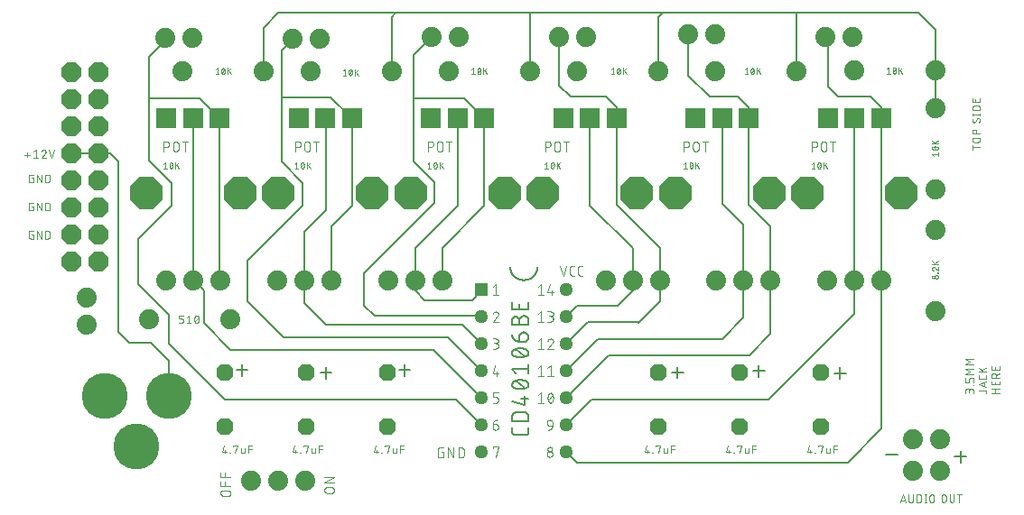
<source format=gbr>
G04 EAGLE Gerber RS-274X export*
G75*
%MOMM*%
%FSLAX34Y34*%
%LPD*%
%INTop Copper*%
%IPPOS*%
%AMOC8*
5,1,8,0,0,1.08239X$1,22.5*%
G01*
%ADD10C,0.152400*%
%ADD11C,0.050800*%
%ADD12C,0.076200*%
%ADD13C,0.127000*%
%ADD14P,1.732040X8X292.500000*%
%ADD15C,1.879600*%
%ADD16R,1.278000X1.278000*%
%ADD17C,1.278000*%
%ADD18P,2.034460X8X112.500000*%
%ADD19R,1.879600X1.879600*%
%ADD20P,3.247170X8X112.500000*%
%ADD21C,4.318000*%


D10*
X724116Y716872D02*
X724116Y727709D01*
X729535Y722291D02*
X718698Y722291D01*
X800316Y718142D02*
X800316Y728979D01*
X805735Y723561D02*
X794898Y723561D01*
X876516Y727239D02*
X876516Y716402D01*
X871098Y721821D02*
X881935Y721821D01*
X473559Y724464D02*
X462722Y724464D01*
X468141Y729882D02*
X468141Y719045D01*
X399899Y721924D02*
X389062Y721924D01*
X394481Y727342D02*
X394481Y716505D01*
X321159Y724464D02*
X310322Y724464D01*
X315741Y729882D02*
X315741Y719045D01*
D11*
X966884Y810401D02*
X966807Y810403D01*
X966729Y810409D01*
X966653Y810418D01*
X966576Y810432D01*
X966501Y810449D01*
X966427Y810470D01*
X966353Y810495D01*
X966281Y810523D01*
X966211Y810555D01*
X966142Y810590D01*
X966075Y810629D01*
X966010Y810671D01*
X965947Y810716D01*
X965886Y810764D01*
X965828Y810815D01*
X965773Y810869D01*
X965720Y810926D01*
X965671Y810985D01*
X965624Y811047D01*
X965580Y811111D01*
X965540Y811177D01*
X965503Y811245D01*
X965469Y811315D01*
X965439Y811386D01*
X965413Y811459D01*
X965390Y811533D01*
X965371Y811608D01*
X965356Y811683D01*
X965344Y811760D01*
X965336Y811837D01*
X965332Y811914D01*
X965332Y811992D01*
X965336Y812069D01*
X965344Y812146D01*
X965356Y812223D01*
X965371Y812298D01*
X965390Y812373D01*
X965413Y812447D01*
X965439Y812520D01*
X965469Y812591D01*
X965503Y812661D01*
X965540Y812729D01*
X965580Y812795D01*
X965624Y812859D01*
X965671Y812921D01*
X965720Y812980D01*
X965773Y813037D01*
X965828Y813091D01*
X965886Y813142D01*
X965947Y813190D01*
X966010Y813235D01*
X966075Y813277D01*
X966142Y813316D01*
X966211Y813351D01*
X966281Y813383D01*
X966353Y813411D01*
X966427Y813436D01*
X966501Y813457D01*
X966576Y813474D01*
X966653Y813488D01*
X966729Y813497D01*
X966807Y813503D01*
X966884Y813505D01*
X966961Y813503D01*
X967039Y813497D01*
X967115Y813488D01*
X967192Y813474D01*
X967267Y813457D01*
X967341Y813436D01*
X967415Y813411D01*
X967487Y813383D01*
X967557Y813351D01*
X967626Y813316D01*
X967693Y813277D01*
X967758Y813235D01*
X967821Y813190D01*
X967882Y813142D01*
X967940Y813091D01*
X967995Y813037D01*
X968048Y812980D01*
X968097Y812921D01*
X968144Y812859D01*
X968188Y812795D01*
X968228Y812729D01*
X968265Y812661D01*
X968299Y812591D01*
X968329Y812520D01*
X968355Y812447D01*
X968378Y812373D01*
X968397Y812298D01*
X968412Y812223D01*
X968424Y812146D01*
X968432Y812069D01*
X968436Y811992D01*
X968436Y811914D01*
X968432Y811837D01*
X968424Y811760D01*
X968412Y811683D01*
X968397Y811608D01*
X968378Y811533D01*
X968355Y811459D01*
X968329Y811386D01*
X968299Y811315D01*
X968265Y811245D01*
X968228Y811177D01*
X968188Y811111D01*
X968144Y811047D01*
X968097Y810985D01*
X968048Y810926D01*
X967995Y810869D01*
X967940Y810815D01*
X967882Y810764D01*
X967821Y810716D01*
X967758Y810671D01*
X967693Y810629D01*
X967626Y810590D01*
X967557Y810555D01*
X967487Y810523D01*
X967415Y810495D01*
X967341Y810470D01*
X967267Y810449D01*
X967192Y810432D01*
X967115Y810418D01*
X967039Y810409D01*
X966961Y810403D01*
X966884Y810401D01*
X964090Y810711D02*
X964020Y810713D01*
X963951Y810719D01*
X963882Y810729D01*
X963814Y810742D01*
X963746Y810760D01*
X963680Y810781D01*
X963615Y810806D01*
X963551Y810834D01*
X963489Y810866D01*
X963429Y810901D01*
X963371Y810940D01*
X963316Y810982D01*
X963262Y811027D01*
X963212Y811075D01*
X963164Y811125D01*
X963119Y811179D01*
X963077Y811234D01*
X963038Y811292D01*
X963003Y811352D01*
X962971Y811414D01*
X962943Y811478D01*
X962918Y811543D01*
X962897Y811609D01*
X962879Y811677D01*
X962866Y811745D01*
X962856Y811814D01*
X962850Y811883D01*
X962848Y811953D01*
X962850Y812023D01*
X962856Y812092D01*
X962866Y812161D01*
X962879Y812229D01*
X962897Y812297D01*
X962918Y812363D01*
X962943Y812428D01*
X962971Y812492D01*
X963003Y812554D01*
X963038Y812614D01*
X963077Y812672D01*
X963119Y812727D01*
X963164Y812781D01*
X963212Y812831D01*
X963262Y812879D01*
X963316Y812924D01*
X963371Y812966D01*
X963429Y813005D01*
X963489Y813040D01*
X963551Y813072D01*
X963615Y813100D01*
X963680Y813125D01*
X963746Y813146D01*
X963814Y813164D01*
X963882Y813177D01*
X963951Y813187D01*
X964020Y813193D01*
X964090Y813195D01*
X964160Y813193D01*
X964229Y813187D01*
X964298Y813177D01*
X964366Y813164D01*
X964434Y813146D01*
X964500Y813125D01*
X964565Y813100D01*
X964629Y813072D01*
X964691Y813040D01*
X964751Y813005D01*
X964809Y812966D01*
X964864Y812924D01*
X964918Y812879D01*
X964968Y812831D01*
X965016Y812781D01*
X965061Y812727D01*
X965103Y812672D01*
X965142Y812614D01*
X965177Y812554D01*
X965209Y812492D01*
X965237Y812428D01*
X965262Y812363D01*
X965283Y812297D01*
X965301Y812229D01*
X965314Y812161D01*
X965324Y812092D01*
X965330Y812023D01*
X965332Y811953D01*
X965330Y811883D01*
X965324Y811814D01*
X965314Y811745D01*
X965301Y811677D01*
X965283Y811609D01*
X965262Y811543D01*
X965237Y811478D01*
X965209Y811414D01*
X965177Y811352D01*
X965142Y811292D01*
X965103Y811234D01*
X965061Y811179D01*
X965016Y811125D01*
X964968Y811075D01*
X964918Y811027D01*
X964864Y810982D01*
X964809Y810940D01*
X964751Y810901D01*
X964691Y810866D01*
X964629Y810834D01*
X964565Y810806D01*
X964500Y810781D01*
X964434Y810760D01*
X964366Y810742D01*
X964298Y810729D01*
X964229Y810719D01*
X964160Y810713D01*
X964090Y810711D01*
X968126Y815639D02*
X968436Y815639D01*
X968126Y815639D02*
X968126Y815949D01*
X968436Y815949D01*
X968436Y815639D01*
X964245Y821187D02*
X964172Y821185D01*
X964099Y821179D01*
X964026Y821170D01*
X963955Y821156D01*
X963883Y821139D01*
X963813Y821119D01*
X963744Y821094D01*
X963677Y821066D01*
X963611Y821035D01*
X963547Y821000D01*
X963484Y820962D01*
X963424Y820920D01*
X963366Y820876D01*
X963310Y820828D01*
X963257Y820778D01*
X963207Y820725D01*
X963159Y820669D01*
X963115Y820611D01*
X963073Y820551D01*
X963035Y820489D01*
X963000Y820424D01*
X962969Y820358D01*
X962941Y820291D01*
X962916Y820222D01*
X962896Y820152D01*
X962879Y820080D01*
X962865Y820009D01*
X962856Y819936D01*
X962850Y819863D01*
X962848Y819790D01*
X962850Y819706D01*
X962856Y819623D01*
X962865Y819540D01*
X962879Y819457D01*
X962896Y819376D01*
X962918Y819295D01*
X962943Y819215D01*
X962971Y819137D01*
X963003Y819059D01*
X963039Y818984D01*
X963078Y818910D01*
X963121Y818838D01*
X963167Y818768D01*
X963216Y818701D01*
X963269Y818635D01*
X963324Y818573D01*
X963382Y818513D01*
X963443Y818455D01*
X963506Y818401D01*
X963572Y818349D01*
X963640Y818301D01*
X963711Y818256D01*
X963783Y818214D01*
X963858Y818176D01*
X963934Y818141D01*
X964011Y818110D01*
X964090Y818082D01*
X965331Y820720D02*
X965278Y820774D01*
X965221Y820825D01*
X965162Y820873D01*
X965101Y820918D01*
X965038Y820959D01*
X964972Y820998D01*
X964905Y821033D01*
X964836Y821065D01*
X964765Y821093D01*
X964694Y821117D01*
X964621Y821138D01*
X964547Y821155D01*
X964472Y821169D01*
X964397Y821178D01*
X964321Y821184D01*
X964245Y821186D01*
X965332Y820721D02*
X968436Y818082D01*
X968436Y821187D01*
X968436Y823834D02*
X962848Y823834D01*
X962848Y826939D02*
X966263Y823834D01*
X965021Y825076D02*
X968436Y826939D01*
X292511Y1008032D02*
X290959Y1006790D01*
X292511Y1008032D02*
X292511Y1002444D01*
X290959Y1002444D02*
X294063Y1002444D01*
X296445Y1005238D02*
X296447Y1005369D01*
X296452Y1005499D01*
X296462Y1005629D01*
X296475Y1005759D01*
X296491Y1005889D01*
X296511Y1006018D01*
X296535Y1006146D01*
X296563Y1006273D01*
X296594Y1006400D01*
X296629Y1006526D01*
X296667Y1006651D01*
X296709Y1006775D01*
X296754Y1006897D01*
X296803Y1007018D01*
X296855Y1007138D01*
X296911Y1007256D01*
X296910Y1007256D02*
X296933Y1007316D01*
X296959Y1007376D01*
X296988Y1007433D01*
X297021Y1007489D01*
X297057Y1007543D01*
X297095Y1007595D01*
X297137Y1007645D01*
X297181Y1007692D01*
X297228Y1007737D01*
X297278Y1007779D01*
X297329Y1007818D01*
X297383Y1007854D01*
X297439Y1007887D01*
X297496Y1007917D01*
X297555Y1007944D01*
X297616Y1007967D01*
X297677Y1007987D01*
X297740Y1008003D01*
X297804Y1008016D01*
X297868Y1008025D01*
X297932Y1008030D01*
X297997Y1008032D01*
X298062Y1008030D01*
X298126Y1008025D01*
X298190Y1008016D01*
X298254Y1008003D01*
X298317Y1007987D01*
X298378Y1007967D01*
X298439Y1007944D01*
X298498Y1007917D01*
X298555Y1007887D01*
X298611Y1007854D01*
X298665Y1007818D01*
X298716Y1007779D01*
X298766Y1007737D01*
X298813Y1007692D01*
X298857Y1007645D01*
X298899Y1007595D01*
X298937Y1007543D01*
X298973Y1007489D01*
X299006Y1007433D01*
X299035Y1007376D01*
X299061Y1007316D01*
X299084Y1007256D01*
X299140Y1007138D01*
X299192Y1007018D01*
X299241Y1006897D01*
X299286Y1006775D01*
X299328Y1006651D01*
X299366Y1006526D01*
X299401Y1006400D01*
X299432Y1006274D01*
X299460Y1006146D01*
X299484Y1006018D01*
X299504Y1005889D01*
X299520Y1005759D01*
X299533Y1005629D01*
X299543Y1005499D01*
X299548Y1005369D01*
X299550Y1005238D01*
X296445Y1005238D02*
X296447Y1005107D01*
X296452Y1004977D01*
X296462Y1004847D01*
X296475Y1004717D01*
X296491Y1004587D01*
X296511Y1004458D01*
X296535Y1004330D01*
X296563Y1004203D01*
X296594Y1004076D01*
X296629Y1003950D01*
X296667Y1003825D01*
X296709Y1003701D01*
X296754Y1003579D01*
X296803Y1003458D01*
X296855Y1003338D01*
X296911Y1003220D01*
X296910Y1003220D02*
X296933Y1003160D01*
X296959Y1003100D01*
X296988Y1003043D01*
X297021Y1002987D01*
X297057Y1002933D01*
X297095Y1002881D01*
X297137Y1002831D01*
X297181Y1002784D01*
X297228Y1002739D01*
X297278Y1002697D01*
X297329Y1002658D01*
X297383Y1002622D01*
X297439Y1002589D01*
X297496Y1002559D01*
X297555Y1002532D01*
X297616Y1002509D01*
X297677Y1002489D01*
X297740Y1002473D01*
X297804Y1002460D01*
X297868Y1002451D01*
X297932Y1002446D01*
X297997Y1002444D01*
X299083Y1003220D02*
X299139Y1003338D01*
X299191Y1003458D01*
X299240Y1003579D01*
X299285Y1003701D01*
X299327Y1003825D01*
X299365Y1003950D01*
X299400Y1004076D01*
X299431Y1004202D01*
X299459Y1004330D01*
X299483Y1004458D01*
X299503Y1004587D01*
X299519Y1004717D01*
X299532Y1004847D01*
X299542Y1004977D01*
X299547Y1005107D01*
X299549Y1005238D01*
X299084Y1003220D02*
X299061Y1003160D01*
X299035Y1003100D01*
X299006Y1003043D01*
X298973Y1002987D01*
X298937Y1002933D01*
X298899Y1002881D01*
X298857Y1002831D01*
X298813Y1002784D01*
X298766Y1002739D01*
X298716Y1002697D01*
X298665Y1002658D01*
X298611Y1002622D01*
X298555Y1002589D01*
X298498Y1002559D01*
X298439Y1002532D01*
X298378Y1002509D01*
X298317Y1002489D01*
X298254Y1002473D01*
X298190Y1002460D01*
X298126Y1002451D01*
X298062Y1002446D01*
X297997Y1002444D01*
X296755Y1003686D02*
X299239Y1006790D01*
X302197Y1008032D02*
X302197Y1002444D01*
X302197Y1004617D02*
X305302Y1008032D01*
X303439Y1005859D02*
X305302Y1002444D01*
X410339Y1005520D02*
X411891Y1006762D01*
X411891Y1001174D01*
X410339Y1001174D02*
X413443Y1001174D01*
X415825Y1003968D02*
X415827Y1004099D01*
X415832Y1004229D01*
X415842Y1004359D01*
X415855Y1004489D01*
X415871Y1004619D01*
X415891Y1004748D01*
X415915Y1004876D01*
X415943Y1005003D01*
X415974Y1005130D01*
X416009Y1005256D01*
X416047Y1005381D01*
X416089Y1005505D01*
X416134Y1005627D01*
X416183Y1005748D01*
X416235Y1005868D01*
X416291Y1005986D01*
X416290Y1005986D02*
X416313Y1006046D01*
X416339Y1006106D01*
X416368Y1006163D01*
X416401Y1006219D01*
X416437Y1006273D01*
X416475Y1006325D01*
X416517Y1006375D01*
X416561Y1006422D01*
X416608Y1006467D01*
X416658Y1006509D01*
X416709Y1006548D01*
X416763Y1006584D01*
X416819Y1006617D01*
X416876Y1006647D01*
X416935Y1006674D01*
X416996Y1006697D01*
X417057Y1006717D01*
X417120Y1006733D01*
X417184Y1006746D01*
X417248Y1006755D01*
X417312Y1006760D01*
X417377Y1006762D01*
X417442Y1006760D01*
X417506Y1006755D01*
X417570Y1006746D01*
X417634Y1006733D01*
X417697Y1006717D01*
X417758Y1006697D01*
X417819Y1006674D01*
X417878Y1006647D01*
X417935Y1006617D01*
X417991Y1006584D01*
X418045Y1006548D01*
X418096Y1006509D01*
X418146Y1006467D01*
X418193Y1006422D01*
X418237Y1006375D01*
X418279Y1006325D01*
X418317Y1006273D01*
X418353Y1006219D01*
X418386Y1006163D01*
X418415Y1006106D01*
X418441Y1006046D01*
X418464Y1005986D01*
X418520Y1005868D01*
X418572Y1005748D01*
X418621Y1005627D01*
X418666Y1005505D01*
X418708Y1005381D01*
X418746Y1005256D01*
X418781Y1005130D01*
X418812Y1005004D01*
X418840Y1004876D01*
X418864Y1004748D01*
X418884Y1004619D01*
X418900Y1004489D01*
X418913Y1004359D01*
X418923Y1004229D01*
X418928Y1004099D01*
X418930Y1003968D01*
X415825Y1003968D02*
X415827Y1003837D01*
X415832Y1003707D01*
X415842Y1003577D01*
X415855Y1003447D01*
X415871Y1003317D01*
X415891Y1003188D01*
X415915Y1003060D01*
X415943Y1002933D01*
X415974Y1002806D01*
X416009Y1002680D01*
X416047Y1002555D01*
X416089Y1002431D01*
X416134Y1002309D01*
X416183Y1002188D01*
X416235Y1002068D01*
X416291Y1001950D01*
X416290Y1001950D02*
X416313Y1001890D01*
X416339Y1001830D01*
X416368Y1001773D01*
X416401Y1001717D01*
X416437Y1001663D01*
X416475Y1001611D01*
X416517Y1001561D01*
X416561Y1001514D01*
X416608Y1001469D01*
X416658Y1001427D01*
X416709Y1001388D01*
X416763Y1001352D01*
X416819Y1001319D01*
X416876Y1001289D01*
X416935Y1001262D01*
X416996Y1001239D01*
X417057Y1001219D01*
X417120Y1001203D01*
X417184Y1001190D01*
X417248Y1001181D01*
X417312Y1001176D01*
X417377Y1001174D01*
X418463Y1001950D02*
X418519Y1002068D01*
X418571Y1002188D01*
X418620Y1002309D01*
X418665Y1002431D01*
X418707Y1002555D01*
X418745Y1002680D01*
X418780Y1002806D01*
X418811Y1002932D01*
X418839Y1003060D01*
X418863Y1003188D01*
X418883Y1003317D01*
X418899Y1003447D01*
X418912Y1003577D01*
X418922Y1003707D01*
X418927Y1003837D01*
X418929Y1003968D01*
X418464Y1001950D02*
X418441Y1001890D01*
X418415Y1001830D01*
X418386Y1001773D01*
X418353Y1001717D01*
X418317Y1001663D01*
X418279Y1001611D01*
X418237Y1001561D01*
X418193Y1001514D01*
X418146Y1001469D01*
X418096Y1001427D01*
X418045Y1001388D01*
X417991Y1001352D01*
X417935Y1001319D01*
X417878Y1001289D01*
X417819Y1001262D01*
X417758Y1001239D01*
X417697Y1001219D01*
X417634Y1001203D01*
X417570Y1001190D01*
X417506Y1001181D01*
X417442Y1001176D01*
X417377Y1001174D01*
X416135Y1002416D02*
X418619Y1005520D01*
X421577Y1006762D02*
X421577Y1001174D01*
X421577Y1003347D02*
X424682Y1006762D01*
X422819Y1004589D02*
X424682Y1001174D01*
X530989Y1006790D02*
X532541Y1008032D01*
X532541Y1002444D01*
X530989Y1002444D02*
X534093Y1002444D01*
X536475Y1005238D02*
X536477Y1005369D01*
X536482Y1005499D01*
X536492Y1005629D01*
X536505Y1005759D01*
X536521Y1005889D01*
X536541Y1006018D01*
X536565Y1006146D01*
X536593Y1006273D01*
X536624Y1006400D01*
X536659Y1006526D01*
X536697Y1006651D01*
X536739Y1006775D01*
X536784Y1006897D01*
X536833Y1007018D01*
X536885Y1007138D01*
X536941Y1007256D01*
X536940Y1007256D02*
X536963Y1007316D01*
X536989Y1007376D01*
X537018Y1007433D01*
X537051Y1007489D01*
X537087Y1007543D01*
X537125Y1007595D01*
X537167Y1007645D01*
X537211Y1007692D01*
X537258Y1007737D01*
X537308Y1007779D01*
X537359Y1007818D01*
X537413Y1007854D01*
X537469Y1007887D01*
X537526Y1007917D01*
X537585Y1007944D01*
X537646Y1007967D01*
X537707Y1007987D01*
X537770Y1008003D01*
X537834Y1008016D01*
X537898Y1008025D01*
X537962Y1008030D01*
X538027Y1008032D01*
X538092Y1008030D01*
X538156Y1008025D01*
X538220Y1008016D01*
X538284Y1008003D01*
X538347Y1007987D01*
X538408Y1007967D01*
X538469Y1007944D01*
X538528Y1007917D01*
X538585Y1007887D01*
X538641Y1007854D01*
X538695Y1007818D01*
X538746Y1007779D01*
X538796Y1007737D01*
X538843Y1007692D01*
X538887Y1007645D01*
X538929Y1007595D01*
X538967Y1007543D01*
X539003Y1007489D01*
X539036Y1007433D01*
X539065Y1007376D01*
X539091Y1007316D01*
X539114Y1007256D01*
X539170Y1007138D01*
X539222Y1007018D01*
X539271Y1006897D01*
X539316Y1006775D01*
X539358Y1006651D01*
X539396Y1006526D01*
X539431Y1006400D01*
X539462Y1006274D01*
X539490Y1006146D01*
X539514Y1006018D01*
X539534Y1005889D01*
X539550Y1005759D01*
X539563Y1005629D01*
X539573Y1005499D01*
X539578Y1005369D01*
X539580Y1005238D01*
X536475Y1005238D02*
X536477Y1005107D01*
X536482Y1004977D01*
X536492Y1004847D01*
X536505Y1004717D01*
X536521Y1004587D01*
X536541Y1004458D01*
X536565Y1004330D01*
X536593Y1004203D01*
X536624Y1004076D01*
X536659Y1003950D01*
X536697Y1003825D01*
X536739Y1003701D01*
X536784Y1003579D01*
X536833Y1003458D01*
X536885Y1003338D01*
X536941Y1003220D01*
X536940Y1003220D02*
X536963Y1003160D01*
X536989Y1003100D01*
X537018Y1003043D01*
X537051Y1002987D01*
X537087Y1002933D01*
X537125Y1002881D01*
X537167Y1002831D01*
X537211Y1002784D01*
X537258Y1002739D01*
X537308Y1002697D01*
X537359Y1002658D01*
X537413Y1002622D01*
X537469Y1002589D01*
X537526Y1002559D01*
X537585Y1002532D01*
X537646Y1002509D01*
X537707Y1002489D01*
X537770Y1002473D01*
X537834Y1002460D01*
X537898Y1002451D01*
X537962Y1002446D01*
X538027Y1002444D01*
X539113Y1003220D02*
X539169Y1003338D01*
X539221Y1003458D01*
X539270Y1003579D01*
X539315Y1003701D01*
X539357Y1003825D01*
X539395Y1003950D01*
X539430Y1004076D01*
X539461Y1004202D01*
X539489Y1004330D01*
X539513Y1004458D01*
X539533Y1004587D01*
X539549Y1004717D01*
X539562Y1004847D01*
X539572Y1004977D01*
X539577Y1005107D01*
X539579Y1005238D01*
X539114Y1003220D02*
X539091Y1003160D01*
X539065Y1003100D01*
X539036Y1003043D01*
X539003Y1002987D01*
X538967Y1002933D01*
X538929Y1002881D01*
X538887Y1002831D01*
X538843Y1002784D01*
X538796Y1002739D01*
X538746Y1002697D01*
X538695Y1002658D01*
X538641Y1002622D01*
X538585Y1002589D01*
X538528Y1002559D01*
X538469Y1002532D01*
X538408Y1002509D01*
X538347Y1002489D01*
X538284Y1002473D01*
X538220Y1002460D01*
X538156Y1002451D01*
X538092Y1002446D01*
X538027Y1002444D01*
X536785Y1003686D02*
X539269Y1006790D01*
X542227Y1008032D02*
X542227Y1002444D01*
X542227Y1004617D02*
X545332Y1008032D01*
X543469Y1005859D02*
X545332Y1002444D01*
X787209Y1006790D02*
X788761Y1008032D01*
X788761Y1002444D01*
X787209Y1002444D02*
X790313Y1002444D01*
X792695Y1005238D02*
X792697Y1005369D01*
X792702Y1005499D01*
X792712Y1005629D01*
X792725Y1005759D01*
X792741Y1005889D01*
X792761Y1006018D01*
X792785Y1006146D01*
X792813Y1006273D01*
X792844Y1006400D01*
X792879Y1006526D01*
X792917Y1006651D01*
X792959Y1006775D01*
X793004Y1006897D01*
X793053Y1007018D01*
X793105Y1007138D01*
X793161Y1007256D01*
X793160Y1007256D02*
X793183Y1007316D01*
X793209Y1007376D01*
X793238Y1007433D01*
X793271Y1007489D01*
X793307Y1007543D01*
X793345Y1007595D01*
X793387Y1007645D01*
X793431Y1007692D01*
X793478Y1007737D01*
X793528Y1007779D01*
X793579Y1007818D01*
X793633Y1007854D01*
X793689Y1007887D01*
X793746Y1007917D01*
X793805Y1007944D01*
X793866Y1007967D01*
X793927Y1007987D01*
X793990Y1008003D01*
X794054Y1008016D01*
X794118Y1008025D01*
X794182Y1008030D01*
X794247Y1008032D01*
X794312Y1008030D01*
X794376Y1008025D01*
X794440Y1008016D01*
X794504Y1008003D01*
X794567Y1007987D01*
X794628Y1007967D01*
X794689Y1007944D01*
X794748Y1007917D01*
X794805Y1007887D01*
X794861Y1007854D01*
X794915Y1007818D01*
X794966Y1007779D01*
X795016Y1007737D01*
X795063Y1007692D01*
X795107Y1007645D01*
X795149Y1007595D01*
X795187Y1007543D01*
X795223Y1007489D01*
X795256Y1007433D01*
X795285Y1007376D01*
X795311Y1007316D01*
X795334Y1007256D01*
X795390Y1007138D01*
X795442Y1007018D01*
X795491Y1006897D01*
X795536Y1006775D01*
X795578Y1006651D01*
X795616Y1006526D01*
X795651Y1006400D01*
X795682Y1006274D01*
X795710Y1006146D01*
X795734Y1006018D01*
X795754Y1005889D01*
X795770Y1005759D01*
X795783Y1005629D01*
X795793Y1005499D01*
X795798Y1005369D01*
X795800Y1005238D01*
X792695Y1005238D02*
X792697Y1005107D01*
X792702Y1004977D01*
X792712Y1004847D01*
X792725Y1004717D01*
X792741Y1004587D01*
X792761Y1004458D01*
X792785Y1004330D01*
X792813Y1004203D01*
X792844Y1004076D01*
X792879Y1003950D01*
X792917Y1003825D01*
X792959Y1003701D01*
X793004Y1003579D01*
X793053Y1003458D01*
X793105Y1003338D01*
X793161Y1003220D01*
X793160Y1003220D02*
X793183Y1003160D01*
X793209Y1003100D01*
X793238Y1003043D01*
X793271Y1002987D01*
X793307Y1002933D01*
X793345Y1002881D01*
X793387Y1002831D01*
X793431Y1002784D01*
X793478Y1002739D01*
X793528Y1002697D01*
X793579Y1002658D01*
X793633Y1002622D01*
X793689Y1002589D01*
X793746Y1002559D01*
X793805Y1002532D01*
X793866Y1002509D01*
X793927Y1002489D01*
X793990Y1002473D01*
X794054Y1002460D01*
X794118Y1002451D01*
X794182Y1002446D01*
X794247Y1002444D01*
X795333Y1003220D02*
X795389Y1003338D01*
X795441Y1003458D01*
X795490Y1003579D01*
X795535Y1003701D01*
X795577Y1003825D01*
X795615Y1003950D01*
X795650Y1004076D01*
X795681Y1004202D01*
X795709Y1004330D01*
X795733Y1004458D01*
X795753Y1004587D01*
X795769Y1004717D01*
X795782Y1004847D01*
X795792Y1004977D01*
X795797Y1005107D01*
X795799Y1005238D01*
X795334Y1003220D02*
X795311Y1003160D01*
X795285Y1003100D01*
X795256Y1003043D01*
X795223Y1002987D01*
X795187Y1002933D01*
X795149Y1002881D01*
X795107Y1002831D01*
X795063Y1002784D01*
X795016Y1002739D01*
X794966Y1002697D01*
X794915Y1002658D01*
X794861Y1002622D01*
X794805Y1002589D01*
X794748Y1002559D01*
X794689Y1002532D01*
X794628Y1002509D01*
X794567Y1002489D01*
X794504Y1002473D01*
X794440Y1002460D01*
X794376Y1002451D01*
X794312Y1002446D01*
X794247Y1002444D01*
X793005Y1003686D02*
X795489Y1006790D01*
X798447Y1008032D02*
X798447Y1002444D01*
X798447Y1004617D02*
X801552Y1008032D01*
X799689Y1005859D02*
X801552Y1002444D01*
X663351Y1008032D02*
X661799Y1006790D01*
X663351Y1008032D02*
X663351Y1002444D01*
X661799Y1002444D02*
X664903Y1002444D01*
X667285Y1005238D02*
X667287Y1005369D01*
X667292Y1005499D01*
X667302Y1005629D01*
X667315Y1005759D01*
X667331Y1005889D01*
X667351Y1006018D01*
X667375Y1006146D01*
X667403Y1006273D01*
X667434Y1006400D01*
X667469Y1006526D01*
X667507Y1006651D01*
X667549Y1006775D01*
X667594Y1006897D01*
X667643Y1007018D01*
X667695Y1007138D01*
X667751Y1007256D01*
X667750Y1007256D02*
X667773Y1007316D01*
X667799Y1007376D01*
X667828Y1007433D01*
X667861Y1007489D01*
X667897Y1007543D01*
X667935Y1007595D01*
X667977Y1007645D01*
X668021Y1007692D01*
X668068Y1007737D01*
X668118Y1007779D01*
X668169Y1007818D01*
X668223Y1007854D01*
X668279Y1007887D01*
X668336Y1007917D01*
X668395Y1007944D01*
X668456Y1007967D01*
X668517Y1007987D01*
X668580Y1008003D01*
X668644Y1008016D01*
X668708Y1008025D01*
X668772Y1008030D01*
X668837Y1008032D01*
X668902Y1008030D01*
X668966Y1008025D01*
X669030Y1008016D01*
X669094Y1008003D01*
X669157Y1007987D01*
X669218Y1007967D01*
X669279Y1007944D01*
X669338Y1007917D01*
X669395Y1007887D01*
X669451Y1007854D01*
X669505Y1007818D01*
X669556Y1007779D01*
X669606Y1007737D01*
X669653Y1007692D01*
X669697Y1007645D01*
X669739Y1007595D01*
X669777Y1007543D01*
X669813Y1007489D01*
X669846Y1007433D01*
X669875Y1007376D01*
X669901Y1007316D01*
X669924Y1007256D01*
X669980Y1007138D01*
X670032Y1007018D01*
X670081Y1006897D01*
X670126Y1006775D01*
X670168Y1006651D01*
X670206Y1006526D01*
X670241Y1006400D01*
X670272Y1006274D01*
X670300Y1006146D01*
X670324Y1006018D01*
X670344Y1005889D01*
X670360Y1005759D01*
X670373Y1005629D01*
X670383Y1005499D01*
X670388Y1005369D01*
X670390Y1005238D01*
X667285Y1005238D02*
X667287Y1005107D01*
X667292Y1004977D01*
X667302Y1004847D01*
X667315Y1004717D01*
X667331Y1004587D01*
X667351Y1004458D01*
X667375Y1004330D01*
X667403Y1004203D01*
X667434Y1004076D01*
X667469Y1003950D01*
X667507Y1003825D01*
X667549Y1003701D01*
X667594Y1003579D01*
X667643Y1003458D01*
X667695Y1003338D01*
X667751Y1003220D01*
X667750Y1003220D02*
X667773Y1003160D01*
X667799Y1003100D01*
X667828Y1003043D01*
X667861Y1002987D01*
X667897Y1002933D01*
X667935Y1002881D01*
X667977Y1002831D01*
X668021Y1002784D01*
X668068Y1002739D01*
X668118Y1002697D01*
X668169Y1002658D01*
X668223Y1002622D01*
X668279Y1002589D01*
X668336Y1002559D01*
X668395Y1002532D01*
X668456Y1002509D01*
X668517Y1002489D01*
X668580Y1002473D01*
X668644Y1002460D01*
X668708Y1002451D01*
X668772Y1002446D01*
X668837Y1002444D01*
X669923Y1003220D02*
X669979Y1003338D01*
X670031Y1003458D01*
X670080Y1003579D01*
X670125Y1003701D01*
X670167Y1003825D01*
X670205Y1003950D01*
X670240Y1004076D01*
X670271Y1004202D01*
X670299Y1004330D01*
X670323Y1004458D01*
X670343Y1004587D01*
X670359Y1004717D01*
X670372Y1004847D01*
X670382Y1004977D01*
X670387Y1005107D01*
X670389Y1005238D01*
X669924Y1003220D02*
X669901Y1003160D01*
X669875Y1003100D01*
X669846Y1003043D01*
X669813Y1002987D01*
X669777Y1002933D01*
X669739Y1002881D01*
X669697Y1002831D01*
X669653Y1002784D01*
X669606Y1002739D01*
X669556Y1002697D01*
X669505Y1002658D01*
X669451Y1002622D01*
X669395Y1002589D01*
X669338Y1002559D01*
X669279Y1002532D01*
X669218Y1002509D01*
X669157Y1002489D01*
X669094Y1002473D01*
X669030Y1002460D01*
X668966Y1002451D01*
X668902Y1002446D01*
X668837Y1002444D01*
X667595Y1003686D02*
X670079Y1006790D01*
X673037Y1008032D02*
X673037Y1002444D01*
X673037Y1004617D02*
X676142Y1008032D01*
X674279Y1005859D02*
X676142Y1002444D01*
X962848Y927351D02*
X964090Y925799D01*
X962848Y927351D02*
X968436Y927351D01*
X968436Y925799D02*
X968436Y928903D01*
X965642Y931285D02*
X965511Y931287D01*
X965381Y931292D01*
X965251Y931302D01*
X965121Y931315D01*
X964991Y931331D01*
X964862Y931351D01*
X964734Y931375D01*
X964607Y931403D01*
X964480Y931434D01*
X964354Y931469D01*
X964229Y931507D01*
X964105Y931549D01*
X963983Y931594D01*
X963862Y931643D01*
X963742Y931695D01*
X963624Y931751D01*
X963624Y931750D02*
X963564Y931773D01*
X963504Y931799D01*
X963447Y931828D01*
X963391Y931861D01*
X963337Y931897D01*
X963285Y931935D01*
X963235Y931977D01*
X963188Y932021D01*
X963143Y932068D01*
X963101Y932118D01*
X963062Y932169D01*
X963026Y932223D01*
X962993Y932279D01*
X962963Y932336D01*
X962936Y932395D01*
X962913Y932456D01*
X962893Y932517D01*
X962877Y932580D01*
X962864Y932644D01*
X962855Y932708D01*
X962850Y932772D01*
X962848Y932837D01*
X962850Y932902D01*
X962855Y932966D01*
X962864Y933030D01*
X962877Y933094D01*
X962893Y933157D01*
X962913Y933218D01*
X962936Y933279D01*
X962963Y933338D01*
X962993Y933395D01*
X963026Y933451D01*
X963062Y933505D01*
X963101Y933556D01*
X963143Y933606D01*
X963188Y933653D01*
X963235Y933697D01*
X963285Y933739D01*
X963337Y933777D01*
X963391Y933813D01*
X963447Y933846D01*
X963504Y933875D01*
X963564Y933901D01*
X963624Y933924D01*
X963742Y933980D01*
X963862Y934032D01*
X963983Y934081D01*
X964105Y934126D01*
X964229Y934168D01*
X964354Y934206D01*
X964480Y934241D01*
X964606Y934272D01*
X964734Y934300D01*
X964862Y934324D01*
X964991Y934344D01*
X965121Y934360D01*
X965251Y934373D01*
X965381Y934383D01*
X965511Y934388D01*
X965642Y934390D01*
X965642Y931285D02*
X965773Y931287D01*
X965903Y931292D01*
X966033Y931302D01*
X966163Y931315D01*
X966293Y931331D01*
X966422Y931351D01*
X966550Y931375D01*
X966677Y931403D01*
X966804Y931434D01*
X966930Y931469D01*
X967055Y931507D01*
X967179Y931549D01*
X967301Y931594D01*
X967422Y931643D01*
X967542Y931695D01*
X967660Y931751D01*
X967660Y931750D02*
X967720Y931773D01*
X967780Y931799D01*
X967837Y931828D01*
X967893Y931861D01*
X967947Y931897D01*
X967999Y931935D01*
X968049Y931977D01*
X968096Y932021D01*
X968141Y932068D01*
X968183Y932118D01*
X968222Y932169D01*
X968258Y932223D01*
X968291Y932279D01*
X968321Y932336D01*
X968348Y932395D01*
X968371Y932456D01*
X968391Y932517D01*
X968407Y932580D01*
X968420Y932644D01*
X968429Y932708D01*
X968434Y932772D01*
X968436Y932837D01*
X967660Y933924D02*
X967542Y933980D01*
X967422Y934032D01*
X967301Y934081D01*
X967179Y934126D01*
X967055Y934168D01*
X966930Y934206D01*
X966804Y934241D01*
X966678Y934272D01*
X966550Y934300D01*
X966422Y934324D01*
X966293Y934344D01*
X966163Y934360D01*
X966033Y934373D01*
X965903Y934383D01*
X965773Y934388D01*
X965642Y934390D01*
X967660Y933924D02*
X967720Y933901D01*
X967780Y933875D01*
X967837Y933846D01*
X967893Y933813D01*
X967947Y933777D01*
X967999Y933739D01*
X968049Y933697D01*
X968096Y933653D01*
X968141Y933606D01*
X968183Y933556D01*
X968222Y933505D01*
X968258Y933451D01*
X968291Y933395D01*
X968321Y933338D01*
X968348Y933279D01*
X968371Y933218D01*
X968391Y933157D01*
X968407Y933094D01*
X968420Y933030D01*
X968429Y932966D01*
X968434Y932902D01*
X968436Y932837D01*
X967194Y931595D02*
X964090Y934079D01*
X962848Y937037D02*
X968436Y937037D01*
X966263Y937037D02*
X962848Y940142D01*
X965021Y938279D02*
X968436Y940142D01*
X920478Y1007194D02*
X922031Y1008436D01*
X922031Y1002848D01*
X923583Y1002848D02*
X920478Y1002848D01*
X925965Y1005642D02*
X925967Y1005773D01*
X925972Y1005903D01*
X925982Y1006033D01*
X925995Y1006163D01*
X926011Y1006293D01*
X926031Y1006422D01*
X926055Y1006550D01*
X926083Y1006677D01*
X926114Y1006804D01*
X926149Y1006930D01*
X926187Y1007055D01*
X926229Y1007179D01*
X926274Y1007301D01*
X926323Y1007422D01*
X926375Y1007542D01*
X926431Y1007660D01*
X926430Y1007660D02*
X926453Y1007720D01*
X926479Y1007780D01*
X926508Y1007837D01*
X926541Y1007893D01*
X926577Y1007947D01*
X926615Y1007999D01*
X926657Y1008049D01*
X926701Y1008096D01*
X926748Y1008141D01*
X926798Y1008183D01*
X926849Y1008222D01*
X926903Y1008258D01*
X926959Y1008291D01*
X927016Y1008321D01*
X927075Y1008348D01*
X927136Y1008371D01*
X927197Y1008391D01*
X927260Y1008407D01*
X927324Y1008420D01*
X927388Y1008429D01*
X927452Y1008434D01*
X927517Y1008436D01*
X927582Y1008434D01*
X927646Y1008429D01*
X927710Y1008420D01*
X927774Y1008407D01*
X927837Y1008391D01*
X927898Y1008371D01*
X927959Y1008348D01*
X928018Y1008321D01*
X928075Y1008291D01*
X928131Y1008258D01*
X928185Y1008222D01*
X928236Y1008183D01*
X928286Y1008141D01*
X928333Y1008096D01*
X928377Y1008049D01*
X928419Y1007999D01*
X928457Y1007947D01*
X928493Y1007893D01*
X928526Y1007837D01*
X928555Y1007780D01*
X928581Y1007720D01*
X928604Y1007660D01*
X928660Y1007542D01*
X928712Y1007422D01*
X928761Y1007301D01*
X928806Y1007179D01*
X928848Y1007055D01*
X928886Y1006930D01*
X928921Y1006804D01*
X928952Y1006678D01*
X928980Y1006550D01*
X929004Y1006422D01*
X929024Y1006293D01*
X929040Y1006163D01*
X929053Y1006033D01*
X929063Y1005903D01*
X929068Y1005773D01*
X929070Y1005642D01*
X925965Y1005642D02*
X925967Y1005511D01*
X925972Y1005381D01*
X925982Y1005251D01*
X925995Y1005121D01*
X926011Y1004991D01*
X926031Y1004862D01*
X926055Y1004734D01*
X926083Y1004607D01*
X926114Y1004480D01*
X926149Y1004354D01*
X926187Y1004229D01*
X926229Y1004105D01*
X926274Y1003983D01*
X926323Y1003862D01*
X926375Y1003742D01*
X926431Y1003624D01*
X926430Y1003624D02*
X926453Y1003564D01*
X926479Y1003504D01*
X926508Y1003447D01*
X926541Y1003391D01*
X926577Y1003337D01*
X926615Y1003285D01*
X926657Y1003235D01*
X926701Y1003188D01*
X926748Y1003143D01*
X926798Y1003101D01*
X926849Y1003062D01*
X926903Y1003026D01*
X926959Y1002993D01*
X927016Y1002963D01*
X927075Y1002936D01*
X927136Y1002913D01*
X927197Y1002893D01*
X927260Y1002877D01*
X927324Y1002864D01*
X927388Y1002855D01*
X927452Y1002850D01*
X927517Y1002848D01*
X928603Y1003624D02*
X928659Y1003742D01*
X928711Y1003862D01*
X928760Y1003983D01*
X928805Y1004105D01*
X928847Y1004229D01*
X928885Y1004354D01*
X928920Y1004480D01*
X928951Y1004606D01*
X928979Y1004734D01*
X929003Y1004862D01*
X929023Y1004991D01*
X929039Y1005121D01*
X929052Y1005251D01*
X929062Y1005381D01*
X929067Y1005511D01*
X929069Y1005642D01*
X928604Y1003624D02*
X928581Y1003564D01*
X928555Y1003504D01*
X928526Y1003447D01*
X928493Y1003391D01*
X928457Y1003337D01*
X928419Y1003285D01*
X928377Y1003235D01*
X928333Y1003188D01*
X928286Y1003143D01*
X928236Y1003101D01*
X928185Y1003062D01*
X928131Y1003026D01*
X928075Y1002993D01*
X928018Y1002963D01*
X927959Y1002936D01*
X927898Y1002913D01*
X927837Y1002893D01*
X927774Y1002877D01*
X927710Y1002864D01*
X927646Y1002855D01*
X927582Y1002850D01*
X927517Y1002848D01*
X926275Y1004090D02*
X928759Y1007194D01*
X931717Y1008436D02*
X931717Y1002848D01*
X931717Y1005021D02*
X934822Y1008436D01*
X932959Y1006263D02*
X934822Y1002848D01*
X731394Y919442D02*
X729841Y918200D01*
X731394Y919442D02*
X731394Y913854D01*
X732946Y913854D02*
X729841Y913854D01*
X735328Y916648D02*
X735330Y916779D01*
X735335Y916909D01*
X735345Y917039D01*
X735358Y917169D01*
X735374Y917299D01*
X735394Y917428D01*
X735418Y917556D01*
X735446Y917683D01*
X735477Y917810D01*
X735512Y917936D01*
X735550Y918061D01*
X735592Y918185D01*
X735637Y918307D01*
X735686Y918428D01*
X735738Y918548D01*
X735794Y918666D01*
X735793Y918666D02*
X735816Y918726D01*
X735842Y918786D01*
X735871Y918843D01*
X735904Y918899D01*
X735940Y918953D01*
X735978Y919005D01*
X736020Y919055D01*
X736064Y919102D01*
X736111Y919147D01*
X736161Y919189D01*
X736212Y919228D01*
X736266Y919264D01*
X736322Y919297D01*
X736379Y919327D01*
X736438Y919354D01*
X736499Y919377D01*
X736560Y919397D01*
X736623Y919413D01*
X736687Y919426D01*
X736751Y919435D01*
X736815Y919440D01*
X736880Y919442D01*
X736945Y919440D01*
X737009Y919435D01*
X737073Y919426D01*
X737137Y919413D01*
X737200Y919397D01*
X737261Y919377D01*
X737322Y919354D01*
X737381Y919327D01*
X737438Y919297D01*
X737494Y919264D01*
X737548Y919228D01*
X737599Y919189D01*
X737649Y919147D01*
X737696Y919102D01*
X737740Y919055D01*
X737782Y919005D01*
X737820Y918953D01*
X737856Y918899D01*
X737889Y918843D01*
X737918Y918786D01*
X737944Y918726D01*
X737967Y918666D01*
X737966Y918666D02*
X738022Y918548D01*
X738074Y918428D01*
X738123Y918307D01*
X738168Y918185D01*
X738210Y918061D01*
X738248Y917936D01*
X738283Y917810D01*
X738314Y917684D01*
X738342Y917556D01*
X738366Y917428D01*
X738386Y917299D01*
X738402Y917169D01*
X738415Y917039D01*
X738425Y916909D01*
X738430Y916779D01*
X738432Y916648D01*
X735328Y916648D02*
X735330Y916517D01*
X735335Y916387D01*
X735345Y916257D01*
X735358Y916127D01*
X735374Y915997D01*
X735394Y915868D01*
X735418Y915740D01*
X735446Y915613D01*
X735477Y915486D01*
X735512Y915360D01*
X735550Y915235D01*
X735592Y915111D01*
X735637Y914989D01*
X735686Y914868D01*
X735738Y914748D01*
X735794Y914630D01*
X735793Y914630D02*
X735816Y914570D01*
X735842Y914510D01*
X735871Y914453D01*
X735904Y914397D01*
X735940Y914343D01*
X735978Y914291D01*
X736020Y914241D01*
X736064Y914194D01*
X736111Y914149D01*
X736161Y914107D01*
X736212Y914068D01*
X736266Y914032D01*
X736322Y913999D01*
X736379Y913969D01*
X736438Y913942D01*
X736499Y913919D01*
X736560Y913899D01*
X736623Y913883D01*
X736687Y913870D01*
X736751Y913861D01*
X736815Y913856D01*
X736880Y913854D01*
X737966Y914630D02*
X738022Y914748D01*
X738074Y914868D01*
X738123Y914989D01*
X738168Y915111D01*
X738210Y915235D01*
X738248Y915360D01*
X738283Y915486D01*
X738314Y915612D01*
X738342Y915740D01*
X738366Y915868D01*
X738386Y915997D01*
X738402Y916127D01*
X738415Y916257D01*
X738425Y916387D01*
X738430Y916517D01*
X738432Y916648D01*
X737967Y914630D02*
X737944Y914570D01*
X737918Y914510D01*
X737889Y914453D01*
X737856Y914397D01*
X737820Y914343D01*
X737782Y914291D01*
X737740Y914241D01*
X737696Y914194D01*
X737649Y914149D01*
X737599Y914107D01*
X737548Y914068D01*
X737494Y914032D01*
X737438Y913999D01*
X737381Y913969D01*
X737322Y913942D01*
X737261Y913919D01*
X737200Y913899D01*
X737137Y913883D01*
X737073Y913870D01*
X737009Y913861D01*
X736945Y913856D01*
X736880Y913854D01*
X735638Y915096D02*
X738122Y918200D01*
X741080Y919442D02*
X741080Y913854D01*
X741080Y916027D02*
X744184Y919442D01*
X742322Y917269D02*
X744184Y913854D01*
D10*
X984092Y643114D02*
X994929Y643114D01*
X989511Y637695D02*
X989511Y648532D01*
D12*
X298718Y653847D02*
X297081Y648118D01*
X301173Y648118D01*
X299946Y649755D02*
X299946Y646481D01*
X304043Y646481D02*
X304043Y646890D01*
X304452Y646890D01*
X304452Y646481D01*
X304043Y646481D01*
X307322Y653029D02*
X307322Y653847D01*
X311414Y653847D01*
X309368Y646481D01*
X314803Y647709D02*
X314803Y651392D01*
X314803Y647709D02*
X314805Y647640D01*
X314811Y647572D01*
X314820Y647503D01*
X314834Y647436D01*
X314851Y647369D01*
X314872Y647303D01*
X314896Y647239D01*
X314925Y647176D01*
X314956Y647115D01*
X314991Y647056D01*
X315029Y646998D01*
X315071Y646943D01*
X315115Y646891D01*
X315163Y646841D01*
X315213Y646793D01*
X315265Y646749D01*
X315320Y646707D01*
X315378Y646669D01*
X315437Y646634D01*
X315498Y646603D01*
X315561Y646574D01*
X315625Y646550D01*
X315691Y646529D01*
X315758Y646512D01*
X315825Y646498D01*
X315894Y646489D01*
X315962Y646483D01*
X316031Y646481D01*
X318077Y646481D01*
X318077Y651392D01*
X321725Y653847D02*
X321725Y646481D01*
X321725Y653847D02*
X324998Y653847D01*
X324998Y650573D02*
X321725Y650573D01*
X363281Y648118D02*
X364918Y653847D01*
X363281Y648118D02*
X367373Y648118D01*
X366146Y649755D02*
X366146Y646481D01*
X370243Y646481D02*
X370243Y646890D01*
X370652Y646890D01*
X370652Y646481D01*
X370243Y646481D01*
X373522Y653029D02*
X373522Y653847D01*
X377614Y653847D01*
X375568Y646481D01*
X381003Y647709D02*
X381003Y651392D01*
X381003Y647709D02*
X381005Y647640D01*
X381011Y647572D01*
X381020Y647503D01*
X381034Y647436D01*
X381051Y647369D01*
X381072Y647303D01*
X381096Y647239D01*
X381125Y647176D01*
X381156Y647115D01*
X381191Y647056D01*
X381229Y646998D01*
X381271Y646943D01*
X381315Y646891D01*
X381363Y646841D01*
X381413Y646793D01*
X381465Y646749D01*
X381520Y646707D01*
X381578Y646669D01*
X381637Y646634D01*
X381698Y646603D01*
X381761Y646574D01*
X381825Y646550D01*
X381891Y646529D01*
X381958Y646512D01*
X382025Y646498D01*
X382094Y646489D01*
X382162Y646483D01*
X382231Y646481D01*
X384277Y646481D01*
X384277Y651392D01*
X387925Y653847D02*
X387925Y646481D01*
X387925Y653847D02*
X391198Y653847D01*
X391198Y650573D02*
X387925Y650573D01*
X439481Y648118D02*
X441118Y653847D01*
X439481Y648118D02*
X443573Y648118D01*
X442346Y649755D02*
X442346Y646481D01*
X446443Y646481D02*
X446443Y646890D01*
X446852Y646890D01*
X446852Y646481D01*
X446443Y646481D01*
X449722Y653029D02*
X449722Y653847D01*
X453814Y653847D01*
X451768Y646481D01*
X457203Y647709D02*
X457203Y651392D01*
X457203Y647709D02*
X457205Y647640D01*
X457211Y647572D01*
X457220Y647503D01*
X457234Y647436D01*
X457251Y647369D01*
X457272Y647303D01*
X457296Y647239D01*
X457325Y647176D01*
X457356Y647115D01*
X457391Y647056D01*
X457429Y646998D01*
X457471Y646943D01*
X457515Y646891D01*
X457563Y646841D01*
X457613Y646793D01*
X457665Y646749D01*
X457720Y646707D01*
X457778Y646669D01*
X457837Y646634D01*
X457898Y646603D01*
X457961Y646574D01*
X458025Y646550D01*
X458091Y646529D01*
X458158Y646512D01*
X458225Y646498D01*
X458294Y646489D01*
X458362Y646483D01*
X458431Y646481D01*
X460477Y646481D01*
X460477Y651392D01*
X464125Y653847D02*
X464125Y646481D01*
X464125Y653847D02*
X467398Y653847D01*
X467398Y650573D02*
X464125Y650573D01*
X693481Y648118D02*
X695118Y653847D01*
X693481Y648118D02*
X697573Y648118D01*
X696346Y649755D02*
X696346Y646481D01*
X700443Y646481D02*
X700443Y646890D01*
X700852Y646890D01*
X700852Y646481D01*
X700443Y646481D01*
X703722Y653029D02*
X703722Y653847D01*
X707814Y653847D01*
X705768Y646481D01*
X711203Y647709D02*
X711203Y651392D01*
X711203Y647709D02*
X711205Y647640D01*
X711211Y647572D01*
X711220Y647503D01*
X711234Y647436D01*
X711251Y647369D01*
X711272Y647303D01*
X711296Y647239D01*
X711325Y647176D01*
X711356Y647115D01*
X711391Y647056D01*
X711429Y646998D01*
X711471Y646943D01*
X711515Y646891D01*
X711563Y646841D01*
X711613Y646793D01*
X711665Y646749D01*
X711720Y646707D01*
X711778Y646669D01*
X711837Y646634D01*
X711898Y646603D01*
X711961Y646574D01*
X712025Y646550D01*
X712091Y646529D01*
X712158Y646512D01*
X712225Y646498D01*
X712294Y646489D01*
X712362Y646483D01*
X712431Y646481D01*
X714477Y646481D01*
X714477Y651392D01*
X718125Y653847D02*
X718125Y646481D01*
X718125Y653847D02*
X721398Y653847D01*
X721398Y650573D02*
X718125Y650573D01*
X769681Y648118D02*
X771318Y653847D01*
X769681Y648118D02*
X773773Y648118D01*
X772546Y649755D02*
X772546Y646481D01*
X776643Y646481D02*
X776643Y646890D01*
X777052Y646890D01*
X777052Y646481D01*
X776643Y646481D01*
X779922Y653029D02*
X779922Y653847D01*
X784014Y653847D01*
X781968Y646481D01*
X787403Y647709D02*
X787403Y651392D01*
X787403Y647709D02*
X787405Y647640D01*
X787411Y647572D01*
X787420Y647503D01*
X787434Y647436D01*
X787451Y647369D01*
X787472Y647303D01*
X787496Y647239D01*
X787525Y647176D01*
X787556Y647115D01*
X787591Y647056D01*
X787629Y646998D01*
X787671Y646943D01*
X787715Y646891D01*
X787763Y646841D01*
X787813Y646793D01*
X787865Y646749D01*
X787920Y646707D01*
X787978Y646669D01*
X788037Y646634D01*
X788098Y646603D01*
X788161Y646574D01*
X788225Y646550D01*
X788291Y646529D01*
X788358Y646512D01*
X788425Y646498D01*
X788494Y646489D01*
X788562Y646483D01*
X788631Y646481D01*
X790677Y646481D01*
X790677Y651392D01*
X794325Y653847D02*
X794325Y646481D01*
X794325Y653847D02*
X797598Y653847D01*
X797598Y650573D02*
X794325Y650573D01*
X845881Y648118D02*
X847518Y653847D01*
X845881Y648118D02*
X849973Y648118D01*
X848746Y649755D02*
X848746Y646481D01*
X852843Y646481D02*
X852843Y646890D01*
X853252Y646890D01*
X853252Y646481D01*
X852843Y646481D01*
X856122Y653029D02*
X856122Y653847D01*
X860214Y653847D01*
X858168Y646481D01*
X863603Y647709D02*
X863603Y651392D01*
X863603Y647709D02*
X863605Y647640D01*
X863611Y647572D01*
X863620Y647503D01*
X863634Y647436D01*
X863651Y647369D01*
X863672Y647303D01*
X863696Y647239D01*
X863725Y647176D01*
X863756Y647115D01*
X863791Y647056D01*
X863829Y646998D01*
X863871Y646943D01*
X863915Y646891D01*
X863963Y646841D01*
X864013Y646793D01*
X864065Y646749D01*
X864120Y646707D01*
X864178Y646669D01*
X864237Y646634D01*
X864298Y646603D01*
X864361Y646574D01*
X864425Y646550D01*
X864491Y646529D01*
X864558Y646512D01*
X864625Y646498D01*
X864694Y646489D01*
X864762Y646483D01*
X864831Y646481D01*
X866877Y646481D01*
X866877Y651392D01*
X870525Y653847D02*
X870525Y646481D01*
X870525Y653847D02*
X873798Y653847D01*
X873798Y650573D02*
X870525Y650573D01*
X935216Y607747D02*
X932761Y600381D01*
X937672Y600381D02*
X935216Y607747D01*
X933375Y602223D02*
X937058Y602223D01*
X940729Y602427D02*
X940729Y607747D01*
X940729Y602427D02*
X940731Y602338D01*
X940737Y602249D01*
X940747Y602160D01*
X940760Y602072D01*
X940777Y601984D01*
X940799Y601897D01*
X940824Y601812D01*
X940852Y601727D01*
X940885Y601644D01*
X940921Y601562D01*
X940960Y601482D01*
X941003Y601404D01*
X941049Y601328D01*
X941099Y601253D01*
X941152Y601181D01*
X941208Y601112D01*
X941267Y601045D01*
X941328Y600980D01*
X941393Y600919D01*
X941460Y600860D01*
X941529Y600804D01*
X941601Y600751D01*
X941676Y600701D01*
X941752Y600655D01*
X941830Y600612D01*
X941910Y600573D01*
X941992Y600537D01*
X942075Y600504D01*
X942160Y600476D01*
X942245Y600451D01*
X942332Y600429D01*
X942420Y600412D01*
X942508Y600399D01*
X942597Y600389D01*
X942686Y600383D01*
X942775Y600381D01*
X942864Y600383D01*
X942953Y600389D01*
X943042Y600399D01*
X943130Y600412D01*
X943218Y600429D01*
X943305Y600451D01*
X943390Y600476D01*
X943475Y600504D01*
X943558Y600537D01*
X943640Y600573D01*
X943720Y600612D01*
X943798Y600655D01*
X943874Y600701D01*
X943949Y600751D01*
X944021Y600804D01*
X944090Y600860D01*
X944157Y600919D01*
X944222Y600980D01*
X944283Y601045D01*
X944342Y601112D01*
X944398Y601181D01*
X944451Y601253D01*
X944501Y601328D01*
X944547Y601404D01*
X944590Y601482D01*
X944629Y601562D01*
X944665Y601644D01*
X944698Y601727D01*
X944726Y601812D01*
X944751Y601897D01*
X944773Y601984D01*
X944790Y602072D01*
X944803Y602160D01*
X944813Y602249D01*
X944819Y602338D01*
X944821Y602427D01*
X944821Y607747D01*
X948532Y607747D02*
X948532Y600381D01*
X948532Y607747D02*
X950578Y607747D01*
X950667Y607745D01*
X950756Y607739D01*
X950845Y607729D01*
X950933Y607716D01*
X951021Y607699D01*
X951108Y607677D01*
X951193Y607652D01*
X951278Y607624D01*
X951361Y607591D01*
X951443Y607555D01*
X951523Y607516D01*
X951601Y607473D01*
X951677Y607427D01*
X951752Y607377D01*
X951824Y607324D01*
X951893Y607268D01*
X951960Y607209D01*
X952025Y607148D01*
X952086Y607083D01*
X952145Y607016D01*
X952201Y606947D01*
X952254Y606875D01*
X952304Y606800D01*
X952350Y606724D01*
X952393Y606646D01*
X952432Y606566D01*
X952468Y606484D01*
X952501Y606401D01*
X952529Y606316D01*
X952554Y606231D01*
X952576Y606144D01*
X952593Y606056D01*
X952606Y605968D01*
X952616Y605879D01*
X952622Y605790D01*
X952624Y605701D01*
X952624Y602427D01*
X952622Y602338D01*
X952616Y602249D01*
X952606Y602160D01*
X952593Y602072D01*
X952576Y601984D01*
X952554Y601897D01*
X952529Y601812D01*
X952501Y601727D01*
X952468Y601644D01*
X952432Y601562D01*
X952393Y601482D01*
X952350Y601404D01*
X952304Y601328D01*
X952254Y601253D01*
X952201Y601181D01*
X952145Y601112D01*
X952086Y601045D01*
X952025Y600980D01*
X951960Y600919D01*
X951893Y600860D01*
X951824Y600804D01*
X951752Y600751D01*
X951677Y600701D01*
X951601Y600655D01*
X951523Y600612D01*
X951443Y600573D01*
X951361Y600537D01*
X951278Y600504D01*
X951193Y600476D01*
X951108Y600451D01*
X951021Y600429D01*
X950933Y600412D01*
X950845Y600399D01*
X950756Y600389D01*
X950667Y600383D01*
X950578Y600381D01*
X948532Y600381D01*
X956674Y600381D02*
X956674Y607747D01*
X955856Y600381D02*
X957493Y600381D01*
X957493Y607747D02*
X955856Y607747D01*
X960480Y605701D02*
X960480Y602427D01*
X960480Y605701D02*
X960482Y605790D01*
X960488Y605879D01*
X960498Y605968D01*
X960511Y606056D01*
X960528Y606144D01*
X960550Y606231D01*
X960575Y606316D01*
X960603Y606401D01*
X960636Y606484D01*
X960672Y606566D01*
X960711Y606646D01*
X960754Y606724D01*
X960800Y606800D01*
X960850Y606875D01*
X960903Y606947D01*
X960959Y607016D01*
X961018Y607083D01*
X961079Y607148D01*
X961144Y607209D01*
X961211Y607268D01*
X961280Y607324D01*
X961352Y607377D01*
X961427Y607427D01*
X961503Y607473D01*
X961581Y607516D01*
X961661Y607555D01*
X961743Y607591D01*
X961826Y607624D01*
X961911Y607652D01*
X961996Y607677D01*
X962083Y607699D01*
X962171Y607716D01*
X962259Y607729D01*
X962348Y607739D01*
X962437Y607745D01*
X962526Y607747D01*
X962615Y607745D01*
X962704Y607739D01*
X962793Y607729D01*
X962881Y607716D01*
X962969Y607699D01*
X963056Y607677D01*
X963141Y607652D01*
X963226Y607624D01*
X963309Y607591D01*
X963391Y607555D01*
X963471Y607516D01*
X963549Y607473D01*
X963625Y607427D01*
X963700Y607377D01*
X963772Y607324D01*
X963841Y607268D01*
X963908Y607209D01*
X963973Y607148D01*
X964034Y607083D01*
X964093Y607016D01*
X964149Y606947D01*
X964202Y606875D01*
X964252Y606800D01*
X964298Y606724D01*
X964341Y606646D01*
X964380Y606566D01*
X964416Y606484D01*
X964449Y606401D01*
X964477Y606316D01*
X964502Y606231D01*
X964524Y606144D01*
X964541Y606056D01*
X964554Y605968D01*
X964564Y605879D01*
X964570Y605790D01*
X964572Y605701D01*
X964572Y602427D01*
X964570Y602338D01*
X964564Y602249D01*
X964554Y602160D01*
X964541Y602072D01*
X964524Y601984D01*
X964502Y601897D01*
X964477Y601812D01*
X964449Y601727D01*
X964416Y601644D01*
X964380Y601562D01*
X964341Y601482D01*
X964298Y601404D01*
X964252Y601328D01*
X964202Y601253D01*
X964149Y601181D01*
X964093Y601112D01*
X964034Y601045D01*
X963973Y600980D01*
X963908Y600919D01*
X963841Y600860D01*
X963772Y600804D01*
X963700Y600751D01*
X963625Y600701D01*
X963549Y600655D01*
X963471Y600612D01*
X963391Y600573D01*
X963309Y600537D01*
X963226Y600504D01*
X963141Y600476D01*
X963056Y600451D01*
X962969Y600429D01*
X962881Y600412D01*
X962793Y600399D01*
X962704Y600389D01*
X962615Y600383D01*
X962526Y600381D01*
X962437Y600383D01*
X962348Y600389D01*
X962259Y600399D01*
X962171Y600412D01*
X962083Y600429D01*
X961996Y600451D01*
X961911Y600476D01*
X961826Y600504D01*
X961743Y600537D01*
X961661Y600573D01*
X961581Y600612D01*
X961503Y600655D01*
X961427Y600701D01*
X961352Y600751D01*
X961280Y600804D01*
X961211Y600860D01*
X961144Y600919D01*
X961079Y600980D01*
X961018Y601045D01*
X960959Y601112D01*
X960903Y601181D01*
X960850Y601253D01*
X960800Y601328D01*
X960754Y601404D01*
X960711Y601482D01*
X960672Y601562D01*
X960636Y601644D01*
X960603Y601727D01*
X960575Y601812D01*
X960550Y601897D01*
X960528Y601984D01*
X960511Y602072D01*
X960498Y602160D01*
X960488Y602249D01*
X960482Y602338D01*
X960480Y602427D01*
X971697Y602427D02*
X971697Y605701D01*
X971699Y605790D01*
X971705Y605879D01*
X971715Y605968D01*
X971728Y606056D01*
X971745Y606144D01*
X971767Y606231D01*
X971792Y606316D01*
X971820Y606401D01*
X971853Y606484D01*
X971889Y606566D01*
X971928Y606646D01*
X971971Y606724D01*
X972017Y606800D01*
X972067Y606875D01*
X972120Y606947D01*
X972176Y607016D01*
X972235Y607083D01*
X972296Y607148D01*
X972361Y607209D01*
X972428Y607268D01*
X972497Y607324D01*
X972569Y607377D01*
X972644Y607427D01*
X972720Y607473D01*
X972798Y607516D01*
X972878Y607555D01*
X972960Y607591D01*
X973043Y607624D01*
X973128Y607652D01*
X973213Y607677D01*
X973300Y607699D01*
X973388Y607716D01*
X973476Y607729D01*
X973565Y607739D01*
X973654Y607745D01*
X973743Y607747D01*
X973832Y607745D01*
X973921Y607739D01*
X974010Y607729D01*
X974098Y607716D01*
X974186Y607699D01*
X974273Y607677D01*
X974358Y607652D01*
X974443Y607624D01*
X974526Y607591D01*
X974608Y607555D01*
X974688Y607516D01*
X974766Y607473D01*
X974842Y607427D01*
X974917Y607377D01*
X974989Y607324D01*
X975058Y607268D01*
X975125Y607209D01*
X975190Y607148D01*
X975251Y607083D01*
X975310Y607016D01*
X975366Y606947D01*
X975419Y606875D01*
X975469Y606800D01*
X975515Y606724D01*
X975558Y606646D01*
X975597Y606566D01*
X975633Y606484D01*
X975666Y606401D01*
X975694Y606316D01*
X975719Y606231D01*
X975741Y606144D01*
X975758Y606056D01*
X975771Y605968D01*
X975781Y605879D01*
X975787Y605790D01*
X975789Y605701D01*
X975789Y602427D01*
X975787Y602338D01*
X975781Y602249D01*
X975771Y602160D01*
X975758Y602072D01*
X975741Y601984D01*
X975719Y601897D01*
X975694Y601812D01*
X975666Y601727D01*
X975633Y601644D01*
X975597Y601562D01*
X975558Y601482D01*
X975515Y601404D01*
X975469Y601328D01*
X975419Y601253D01*
X975366Y601181D01*
X975310Y601112D01*
X975251Y601045D01*
X975190Y600980D01*
X975125Y600919D01*
X975058Y600860D01*
X974989Y600804D01*
X974917Y600751D01*
X974842Y600701D01*
X974766Y600655D01*
X974688Y600612D01*
X974608Y600573D01*
X974526Y600537D01*
X974443Y600504D01*
X974358Y600476D01*
X974273Y600451D01*
X974186Y600429D01*
X974098Y600412D01*
X974010Y600399D01*
X973921Y600389D01*
X973832Y600383D01*
X973743Y600381D01*
X973654Y600383D01*
X973565Y600389D01*
X973476Y600399D01*
X973388Y600412D01*
X973300Y600429D01*
X973213Y600451D01*
X973128Y600476D01*
X973043Y600504D01*
X972960Y600537D01*
X972878Y600573D01*
X972798Y600612D01*
X972720Y600655D01*
X972644Y600701D01*
X972569Y600751D01*
X972497Y600804D01*
X972428Y600860D01*
X972361Y600919D01*
X972296Y600980D01*
X972235Y601045D01*
X972176Y601112D01*
X972120Y601181D01*
X972067Y601253D01*
X972017Y601328D01*
X971971Y601404D01*
X971928Y601482D01*
X971889Y601562D01*
X971853Y601644D01*
X971820Y601727D01*
X971792Y601812D01*
X971767Y601897D01*
X971745Y601984D01*
X971728Y602072D01*
X971715Y602160D01*
X971705Y602249D01*
X971699Y602338D01*
X971697Y602427D01*
X979256Y602427D02*
X979256Y607747D01*
X979256Y602427D02*
X979258Y602338D01*
X979264Y602249D01*
X979274Y602160D01*
X979287Y602072D01*
X979304Y601984D01*
X979326Y601897D01*
X979351Y601812D01*
X979379Y601727D01*
X979412Y601644D01*
X979448Y601562D01*
X979487Y601482D01*
X979530Y601404D01*
X979576Y601328D01*
X979626Y601253D01*
X979679Y601181D01*
X979735Y601112D01*
X979794Y601045D01*
X979855Y600980D01*
X979920Y600919D01*
X979987Y600860D01*
X980056Y600804D01*
X980128Y600751D01*
X980203Y600701D01*
X980279Y600655D01*
X980357Y600612D01*
X980437Y600573D01*
X980519Y600537D01*
X980602Y600504D01*
X980687Y600476D01*
X980772Y600451D01*
X980859Y600429D01*
X980947Y600412D01*
X981035Y600399D01*
X981124Y600389D01*
X981213Y600383D01*
X981302Y600381D01*
X981391Y600383D01*
X981480Y600389D01*
X981569Y600399D01*
X981657Y600412D01*
X981745Y600429D01*
X981832Y600451D01*
X981917Y600476D01*
X982002Y600504D01*
X982085Y600537D01*
X982167Y600573D01*
X982247Y600612D01*
X982325Y600655D01*
X982401Y600701D01*
X982476Y600751D01*
X982548Y600804D01*
X982617Y600860D01*
X982684Y600919D01*
X982749Y600980D01*
X982810Y601045D01*
X982869Y601112D01*
X982925Y601181D01*
X982978Y601253D01*
X983028Y601328D01*
X983074Y601404D01*
X983117Y601482D01*
X983156Y601562D01*
X983192Y601644D01*
X983225Y601727D01*
X983253Y601812D01*
X983278Y601897D01*
X983300Y601984D01*
X983317Y602072D01*
X983330Y602160D01*
X983340Y602249D01*
X983346Y602338D01*
X983348Y602427D01*
X983348Y607747D01*
X988373Y607747D02*
X988373Y600381D01*
X986327Y607747D02*
X990419Y607747D01*
D13*
X584515Y667018D02*
X584515Y670461D01*
X584515Y667018D02*
X584513Y666903D01*
X584507Y666788D01*
X584498Y666673D01*
X584484Y666559D01*
X584467Y666445D01*
X584446Y666332D01*
X584421Y666220D01*
X584393Y666108D01*
X584360Y665998D01*
X584324Y665889D01*
X584285Y665781D01*
X584242Y665674D01*
X584195Y665569D01*
X584145Y665465D01*
X584091Y665363D01*
X584034Y665263D01*
X583974Y665165D01*
X583911Y665069D01*
X583844Y664976D01*
X583774Y664884D01*
X583701Y664795D01*
X583626Y664708D01*
X583547Y664624D01*
X583466Y664543D01*
X583382Y664465D01*
X583295Y664389D01*
X583206Y664316D01*
X583114Y664246D01*
X583021Y664179D01*
X582925Y664116D01*
X582827Y664056D01*
X582727Y663999D01*
X582625Y663945D01*
X582521Y663895D01*
X582416Y663848D01*
X582309Y663805D01*
X582201Y663766D01*
X582092Y663730D01*
X581982Y663697D01*
X581870Y663669D01*
X581758Y663644D01*
X581645Y663623D01*
X581531Y663606D01*
X581417Y663592D01*
X581302Y663583D01*
X581187Y663577D01*
X581072Y663575D01*
X572464Y663575D01*
X572349Y663577D01*
X572234Y663583D01*
X572119Y663592D01*
X572005Y663606D01*
X571891Y663623D01*
X571778Y663644D01*
X571666Y663669D01*
X571554Y663697D01*
X571444Y663730D01*
X571335Y663766D01*
X571227Y663805D01*
X571120Y663848D01*
X571015Y663895D01*
X570911Y663945D01*
X570809Y663999D01*
X570709Y664056D01*
X570611Y664116D01*
X570515Y664179D01*
X570422Y664246D01*
X570330Y664316D01*
X570241Y664389D01*
X570154Y664464D01*
X570070Y664543D01*
X569989Y664624D01*
X569911Y664708D01*
X569835Y664795D01*
X569762Y664884D01*
X569692Y664976D01*
X569625Y665069D01*
X569562Y665165D01*
X569502Y665263D01*
X569445Y665363D01*
X569391Y665465D01*
X569341Y665569D01*
X569294Y665674D01*
X569251Y665781D01*
X569212Y665889D01*
X569176Y665998D01*
X569143Y666108D01*
X569115Y666220D01*
X569090Y666332D01*
X569069Y666445D01*
X569052Y666559D01*
X569038Y666673D01*
X569029Y666788D01*
X569023Y666903D01*
X569021Y667018D01*
X569021Y670461D01*
X569021Y676496D02*
X584515Y676496D01*
X569021Y676496D02*
X569021Y680800D01*
X569023Y680930D01*
X569029Y681060D01*
X569039Y681190D01*
X569052Y681319D01*
X569070Y681448D01*
X569092Y681576D01*
X569117Y681703D01*
X569146Y681830D01*
X569179Y681956D01*
X569216Y682080D01*
X569256Y682204D01*
X569301Y682326D01*
X569349Y682447D01*
X569400Y682566D01*
X569455Y682684D01*
X569514Y682800D01*
X569576Y682914D01*
X569642Y683027D01*
X569711Y683137D01*
X569783Y683245D01*
X569858Y683351D01*
X569937Y683454D01*
X570019Y683555D01*
X570103Y683654D01*
X570191Y683750D01*
X570282Y683843D01*
X570375Y683934D01*
X570471Y684022D01*
X570570Y684106D01*
X570671Y684188D01*
X570774Y684267D01*
X570880Y684342D01*
X570988Y684414D01*
X571098Y684483D01*
X571211Y684549D01*
X571325Y684611D01*
X571441Y684670D01*
X571559Y684725D01*
X571678Y684776D01*
X571799Y684824D01*
X571921Y684869D01*
X572045Y684909D01*
X572169Y684946D01*
X572295Y684979D01*
X572422Y685008D01*
X572549Y685034D01*
X572677Y685055D01*
X572806Y685073D01*
X572936Y685086D01*
X573065Y685096D01*
X573195Y685102D01*
X573325Y685104D01*
X580211Y685104D01*
X580341Y685102D01*
X580471Y685096D01*
X580601Y685086D01*
X580730Y685073D01*
X580859Y685055D01*
X580987Y685034D01*
X581114Y685008D01*
X581241Y684979D01*
X581367Y684946D01*
X581491Y684909D01*
X581615Y684869D01*
X581737Y684824D01*
X581858Y684776D01*
X581977Y684725D01*
X582095Y684670D01*
X582211Y684611D01*
X582325Y684549D01*
X582438Y684483D01*
X582548Y684414D01*
X582656Y684342D01*
X582762Y684267D01*
X582865Y684188D01*
X582966Y684106D01*
X583065Y684022D01*
X583161Y683934D01*
X583254Y683843D01*
X583345Y683750D01*
X583433Y683654D01*
X583517Y683555D01*
X583599Y683454D01*
X583678Y683351D01*
X583753Y683245D01*
X583825Y683137D01*
X583894Y683027D01*
X583960Y682914D01*
X584022Y682800D01*
X584081Y682684D01*
X584136Y682566D01*
X584187Y682447D01*
X584235Y682326D01*
X584280Y682204D01*
X584320Y682080D01*
X584357Y681956D01*
X584390Y681830D01*
X584419Y681703D01*
X584445Y681576D01*
X584466Y681448D01*
X584484Y681319D01*
X584497Y681190D01*
X584507Y681060D01*
X584513Y680930D01*
X584515Y680800D01*
X584515Y676496D01*
X581072Y691857D02*
X569021Y695301D01*
X581072Y691857D02*
X581072Y700465D01*
X577629Y697883D02*
X584515Y697883D01*
X576768Y706723D02*
X576463Y706727D01*
X576159Y706738D01*
X575854Y706756D01*
X575551Y706781D01*
X575248Y706814D01*
X574945Y706854D01*
X574644Y706901D01*
X574344Y706955D01*
X574046Y707017D01*
X573749Y707085D01*
X573453Y707161D01*
X573160Y707243D01*
X572869Y707333D01*
X572580Y707430D01*
X572293Y707533D01*
X572009Y707643D01*
X571727Y707760D01*
X571449Y707884D01*
X571173Y708014D01*
X571070Y708052D01*
X570968Y708092D01*
X570868Y708137D01*
X570769Y708185D01*
X570672Y708236D01*
X570577Y708290D01*
X570483Y708348D01*
X570392Y708409D01*
X570303Y708473D01*
X570216Y708540D01*
X570132Y708610D01*
X570049Y708683D01*
X569970Y708759D01*
X569893Y708837D01*
X569819Y708918D01*
X569748Y709002D01*
X569680Y709088D01*
X569614Y709176D01*
X569552Y709266D01*
X569493Y709359D01*
X569437Y709453D01*
X569384Y709549D01*
X569335Y709647D01*
X569289Y709747D01*
X569247Y709848D01*
X569208Y709951D01*
X569173Y710055D01*
X569141Y710160D01*
X569113Y710266D01*
X569089Y710373D01*
X569068Y710481D01*
X569051Y710589D01*
X569038Y710698D01*
X569029Y710808D01*
X569023Y710917D01*
X569021Y711027D01*
X569023Y711137D01*
X569029Y711246D01*
X569038Y711356D01*
X569051Y711465D01*
X569068Y711573D01*
X569089Y711681D01*
X569113Y711788D01*
X569141Y711894D01*
X569173Y711999D01*
X569208Y712103D01*
X569247Y712206D01*
X569289Y712307D01*
X569335Y712407D01*
X569384Y712505D01*
X569437Y712601D01*
X569493Y712695D01*
X569552Y712788D01*
X569614Y712878D01*
X569680Y712966D01*
X569748Y713052D01*
X569819Y713136D01*
X569893Y713217D01*
X569970Y713295D01*
X570050Y713371D01*
X570132Y713444D01*
X570216Y713514D01*
X570303Y713581D01*
X570392Y713645D01*
X570483Y713706D01*
X570577Y713764D01*
X570672Y713818D01*
X570769Y713869D01*
X570868Y713917D01*
X570968Y713962D01*
X571070Y714002D01*
X571173Y714040D01*
X571449Y714170D01*
X571727Y714294D01*
X572009Y714411D01*
X572293Y714521D01*
X572580Y714624D01*
X572869Y714721D01*
X573160Y714811D01*
X573453Y714893D01*
X573749Y714969D01*
X574046Y715037D01*
X574344Y715099D01*
X574644Y715153D01*
X574945Y715200D01*
X575248Y715240D01*
X575551Y715273D01*
X575854Y715298D01*
X576159Y715316D01*
X576463Y715327D01*
X576768Y715331D01*
X576768Y706724D02*
X577073Y706728D01*
X577377Y706739D01*
X577682Y706757D01*
X577985Y706782D01*
X578288Y706815D01*
X578591Y706855D01*
X578892Y706902D01*
X579192Y706956D01*
X579490Y707018D01*
X579787Y707086D01*
X580083Y707162D01*
X580376Y707244D01*
X580667Y707334D01*
X580956Y707431D01*
X581243Y707534D01*
X581527Y707644D01*
X581809Y707761D01*
X582087Y707885D01*
X582363Y708015D01*
X582363Y708014D02*
X582466Y708052D01*
X582568Y708092D01*
X582668Y708137D01*
X582767Y708185D01*
X582864Y708236D01*
X582959Y708290D01*
X583053Y708348D01*
X583144Y708409D01*
X583233Y708473D01*
X583320Y708540D01*
X583405Y708610D01*
X583487Y708683D01*
X583566Y708759D01*
X583643Y708837D01*
X583717Y708918D01*
X583788Y709002D01*
X583856Y709088D01*
X583922Y709176D01*
X583984Y709266D01*
X584043Y709359D01*
X584099Y709453D01*
X584152Y709549D01*
X584201Y709648D01*
X584247Y709747D01*
X584289Y709848D01*
X584328Y709951D01*
X584363Y710055D01*
X584395Y710160D01*
X584423Y710266D01*
X584447Y710373D01*
X584468Y710481D01*
X584485Y710589D01*
X584498Y710698D01*
X584507Y710808D01*
X584513Y710917D01*
X584515Y711027D01*
X582363Y714040D02*
X582087Y714170D01*
X581809Y714294D01*
X581527Y714411D01*
X581243Y714521D01*
X580956Y714624D01*
X580667Y714721D01*
X580376Y714811D01*
X580083Y714893D01*
X579787Y714969D01*
X579490Y715037D01*
X579192Y715099D01*
X578892Y715153D01*
X578591Y715200D01*
X578288Y715240D01*
X577985Y715273D01*
X577682Y715298D01*
X577377Y715316D01*
X577073Y715327D01*
X576768Y715331D01*
X582363Y714040D02*
X582466Y714002D01*
X582568Y713962D01*
X582668Y713917D01*
X582767Y713869D01*
X582864Y713818D01*
X582959Y713764D01*
X583053Y713706D01*
X583144Y713645D01*
X583233Y713581D01*
X583320Y713514D01*
X583404Y713444D01*
X583487Y713371D01*
X583566Y713295D01*
X583643Y713217D01*
X583717Y713136D01*
X583788Y713052D01*
X583856Y712966D01*
X583922Y712878D01*
X583984Y712788D01*
X584043Y712695D01*
X584099Y712601D01*
X584152Y712505D01*
X584201Y712407D01*
X584247Y712307D01*
X584289Y712206D01*
X584328Y712103D01*
X584363Y711999D01*
X584395Y711894D01*
X584423Y711788D01*
X584447Y711681D01*
X584468Y711573D01*
X584485Y711465D01*
X584498Y711356D01*
X584507Y711246D01*
X584513Y711137D01*
X584515Y711027D01*
X581072Y707584D02*
X572464Y714470D01*
X572464Y721589D02*
X569021Y725893D01*
X584515Y725893D01*
X584515Y721589D02*
X584515Y730197D01*
X576768Y736455D02*
X576463Y736459D01*
X576159Y736470D01*
X575854Y736488D01*
X575551Y736513D01*
X575248Y736546D01*
X574945Y736586D01*
X574644Y736633D01*
X574344Y736687D01*
X574046Y736749D01*
X573749Y736817D01*
X573453Y736893D01*
X573160Y736975D01*
X572869Y737065D01*
X572580Y737162D01*
X572293Y737265D01*
X572009Y737375D01*
X571727Y737492D01*
X571449Y737616D01*
X571173Y737746D01*
X571070Y737784D01*
X570968Y737824D01*
X570868Y737869D01*
X570769Y737917D01*
X570672Y737968D01*
X570577Y738022D01*
X570483Y738080D01*
X570392Y738141D01*
X570303Y738205D01*
X570216Y738272D01*
X570132Y738342D01*
X570049Y738415D01*
X569970Y738491D01*
X569893Y738569D01*
X569819Y738650D01*
X569748Y738734D01*
X569680Y738820D01*
X569614Y738908D01*
X569552Y738998D01*
X569493Y739091D01*
X569437Y739185D01*
X569384Y739281D01*
X569335Y739379D01*
X569289Y739479D01*
X569247Y739580D01*
X569208Y739683D01*
X569173Y739787D01*
X569141Y739892D01*
X569113Y739998D01*
X569089Y740105D01*
X569068Y740213D01*
X569051Y740321D01*
X569038Y740430D01*
X569029Y740540D01*
X569023Y740649D01*
X569021Y740759D01*
X569023Y740869D01*
X569029Y740978D01*
X569038Y741088D01*
X569051Y741197D01*
X569068Y741305D01*
X569089Y741413D01*
X569113Y741520D01*
X569141Y741626D01*
X569173Y741731D01*
X569208Y741835D01*
X569247Y741938D01*
X569289Y742039D01*
X569335Y742139D01*
X569384Y742237D01*
X569437Y742333D01*
X569493Y742427D01*
X569552Y742520D01*
X569614Y742610D01*
X569680Y742698D01*
X569748Y742784D01*
X569819Y742868D01*
X569893Y742949D01*
X569970Y743027D01*
X570050Y743103D01*
X570132Y743176D01*
X570216Y743246D01*
X570303Y743313D01*
X570392Y743377D01*
X570483Y743438D01*
X570577Y743496D01*
X570672Y743550D01*
X570769Y743601D01*
X570868Y743649D01*
X570968Y743694D01*
X571070Y743734D01*
X571173Y743772D01*
X571173Y743771D02*
X571449Y743901D01*
X571727Y744025D01*
X572009Y744142D01*
X572293Y744252D01*
X572580Y744355D01*
X572869Y744452D01*
X573160Y744542D01*
X573453Y744624D01*
X573749Y744700D01*
X574046Y744768D01*
X574344Y744830D01*
X574644Y744884D01*
X574945Y744931D01*
X575248Y744971D01*
X575551Y745004D01*
X575854Y745029D01*
X576159Y745047D01*
X576463Y745058D01*
X576768Y745062D01*
X576768Y736455D02*
X577073Y736459D01*
X577377Y736470D01*
X577682Y736488D01*
X577985Y736513D01*
X578288Y736546D01*
X578591Y736586D01*
X578892Y736633D01*
X579192Y736687D01*
X579490Y736749D01*
X579787Y736817D01*
X580083Y736893D01*
X580376Y736975D01*
X580667Y737065D01*
X580956Y737162D01*
X581243Y737265D01*
X581527Y737375D01*
X581809Y737492D01*
X582087Y737616D01*
X582363Y737746D01*
X582466Y737784D01*
X582568Y737824D01*
X582668Y737869D01*
X582767Y737917D01*
X582864Y737968D01*
X582959Y738022D01*
X583053Y738080D01*
X583144Y738141D01*
X583233Y738205D01*
X583320Y738272D01*
X583405Y738342D01*
X583487Y738415D01*
X583566Y738491D01*
X583643Y738569D01*
X583717Y738650D01*
X583788Y738734D01*
X583856Y738820D01*
X583922Y738908D01*
X583984Y738998D01*
X584043Y739091D01*
X584099Y739185D01*
X584152Y739281D01*
X584201Y739380D01*
X584247Y739479D01*
X584289Y739580D01*
X584328Y739683D01*
X584363Y739787D01*
X584395Y739892D01*
X584423Y739998D01*
X584447Y740105D01*
X584468Y740213D01*
X584485Y740321D01*
X584498Y740430D01*
X584507Y740540D01*
X584513Y740649D01*
X584515Y740759D01*
X582363Y743771D02*
X582087Y743901D01*
X581809Y744025D01*
X581527Y744142D01*
X581243Y744252D01*
X580956Y744355D01*
X580667Y744452D01*
X580376Y744542D01*
X580083Y744624D01*
X579787Y744700D01*
X579490Y744768D01*
X579192Y744830D01*
X578892Y744884D01*
X578591Y744931D01*
X578288Y744971D01*
X577985Y745004D01*
X577682Y745029D01*
X577377Y745047D01*
X577073Y745058D01*
X576768Y745062D01*
X582363Y743772D02*
X582466Y743734D01*
X582568Y743694D01*
X582668Y743649D01*
X582767Y743601D01*
X582864Y743550D01*
X582959Y743496D01*
X583053Y743438D01*
X583144Y743377D01*
X583233Y743313D01*
X583320Y743246D01*
X583404Y743176D01*
X583487Y743103D01*
X583566Y743027D01*
X583643Y742949D01*
X583717Y742868D01*
X583788Y742784D01*
X583856Y742698D01*
X583922Y742610D01*
X583984Y742520D01*
X584043Y742427D01*
X584099Y742333D01*
X584152Y742237D01*
X584201Y742139D01*
X584247Y742039D01*
X584289Y741938D01*
X584328Y741835D01*
X584363Y741731D01*
X584395Y741626D01*
X584423Y741520D01*
X584447Y741413D01*
X584468Y741305D01*
X584485Y741197D01*
X584498Y741088D01*
X584507Y740978D01*
X584513Y740869D01*
X584515Y740759D01*
X581072Y737315D02*
X572464Y744202D01*
X575907Y751320D02*
X575907Y756485D01*
X575909Y756600D01*
X575915Y756715D01*
X575924Y756830D01*
X575938Y756944D01*
X575955Y757058D01*
X575976Y757171D01*
X576001Y757283D01*
X576029Y757395D01*
X576062Y757505D01*
X576098Y757614D01*
X576137Y757722D01*
X576180Y757829D01*
X576227Y757934D01*
X576277Y758038D01*
X576331Y758140D01*
X576388Y758240D01*
X576448Y758338D01*
X576511Y758434D01*
X576578Y758527D01*
X576648Y758619D01*
X576721Y758708D01*
X576797Y758795D01*
X576875Y758879D01*
X576956Y758960D01*
X577041Y759039D01*
X577127Y759114D01*
X577216Y759187D01*
X577308Y759257D01*
X577401Y759324D01*
X577497Y759387D01*
X577595Y759447D01*
X577695Y759504D01*
X577797Y759558D01*
X577901Y759608D01*
X578006Y759655D01*
X578113Y759698D01*
X578221Y759738D01*
X578330Y759773D01*
X578440Y759806D01*
X578552Y759834D01*
X578664Y759859D01*
X578777Y759880D01*
X578891Y759897D01*
X579005Y759911D01*
X579120Y759920D01*
X579235Y759926D01*
X579350Y759928D01*
X580211Y759928D01*
X580341Y759926D01*
X580471Y759920D01*
X580601Y759910D01*
X580730Y759897D01*
X580859Y759879D01*
X580987Y759858D01*
X581114Y759832D01*
X581241Y759803D01*
X581367Y759770D01*
X581491Y759733D01*
X581615Y759693D01*
X581737Y759648D01*
X581858Y759600D01*
X581977Y759549D01*
X582095Y759494D01*
X582211Y759435D01*
X582325Y759373D01*
X582438Y759307D01*
X582548Y759238D01*
X582656Y759166D01*
X582762Y759091D01*
X582865Y759012D01*
X582966Y758930D01*
X583065Y758846D01*
X583161Y758758D01*
X583254Y758667D01*
X583345Y758574D01*
X583433Y758478D01*
X583517Y758379D01*
X583599Y758278D01*
X583678Y758175D01*
X583753Y758069D01*
X583825Y757961D01*
X583894Y757851D01*
X583960Y757738D01*
X584022Y757624D01*
X584081Y757508D01*
X584136Y757390D01*
X584187Y757271D01*
X584235Y757150D01*
X584280Y757028D01*
X584320Y756904D01*
X584357Y756780D01*
X584390Y756654D01*
X584419Y756527D01*
X584445Y756400D01*
X584466Y756272D01*
X584484Y756143D01*
X584497Y756014D01*
X584507Y755884D01*
X584513Y755754D01*
X584515Y755624D01*
X584513Y755494D01*
X584507Y755364D01*
X584497Y755234D01*
X584484Y755105D01*
X584466Y754976D01*
X584445Y754848D01*
X584419Y754721D01*
X584390Y754594D01*
X584357Y754468D01*
X584320Y754344D01*
X584280Y754220D01*
X584235Y754098D01*
X584187Y753977D01*
X584136Y753858D01*
X584081Y753740D01*
X584022Y753624D01*
X583960Y753510D01*
X583894Y753397D01*
X583825Y753287D01*
X583753Y753179D01*
X583678Y753073D01*
X583599Y752970D01*
X583517Y752869D01*
X583433Y752770D01*
X583345Y752674D01*
X583254Y752581D01*
X583161Y752490D01*
X583065Y752402D01*
X582966Y752318D01*
X582865Y752236D01*
X582762Y752157D01*
X582656Y752082D01*
X582548Y752010D01*
X582438Y751941D01*
X582325Y751875D01*
X582211Y751813D01*
X582095Y751754D01*
X581977Y751699D01*
X581858Y751648D01*
X581737Y751600D01*
X581615Y751555D01*
X581491Y751515D01*
X581367Y751478D01*
X581241Y751445D01*
X581114Y751416D01*
X580987Y751390D01*
X580859Y751369D01*
X580730Y751351D01*
X580601Y751338D01*
X580471Y751328D01*
X580341Y751322D01*
X580211Y751320D01*
X575907Y751320D01*
X575907Y751321D02*
X575738Y751323D01*
X575569Y751329D01*
X575400Y751340D01*
X575232Y751354D01*
X575064Y751373D01*
X574897Y751396D01*
X574730Y751422D01*
X574564Y751453D01*
X574398Y751488D01*
X574234Y751527D01*
X574070Y751570D01*
X573908Y751618D01*
X573747Y751669D01*
X573587Y751724D01*
X573429Y751782D01*
X573272Y751845D01*
X573117Y751912D01*
X572963Y751982D01*
X572811Y752056D01*
X572661Y752134D01*
X572513Y752216D01*
X572367Y752301D01*
X572223Y752389D01*
X572081Y752481D01*
X571942Y752577D01*
X571805Y752676D01*
X571671Y752778D01*
X571539Y752884D01*
X571409Y752993D01*
X571283Y753105D01*
X571159Y753220D01*
X571038Y753338D01*
X570920Y753459D01*
X570805Y753583D01*
X570693Y753709D01*
X570584Y753839D01*
X570478Y753971D01*
X570376Y754105D01*
X570277Y754242D01*
X570182Y754381D01*
X570089Y754523D01*
X570001Y754667D01*
X569916Y754813D01*
X569834Y754961D01*
X569756Y755111D01*
X569682Y755263D01*
X569612Y755416D01*
X569545Y755572D01*
X569482Y755729D01*
X569424Y755887D01*
X569369Y756047D01*
X569318Y756208D01*
X569270Y756370D01*
X569227Y756534D01*
X569188Y756698D01*
X569153Y756864D01*
X569122Y757030D01*
X569096Y757197D01*
X569073Y757364D01*
X569054Y757532D01*
X569040Y757700D01*
X569029Y757869D01*
X569023Y758038D01*
X569021Y758207D01*
X575907Y766879D02*
X575907Y771183D01*
X575909Y771313D01*
X575915Y771443D01*
X575925Y771573D01*
X575938Y771702D01*
X575956Y771831D01*
X575977Y771959D01*
X576003Y772086D01*
X576032Y772213D01*
X576065Y772339D01*
X576102Y772463D01*
X576142Y772587D01*
X576187Y772709D01*
X576235Y772830D01*
X576286Y772949D01*
X576341Y773067D01*
X576400Y773183D01*
X576462Y773297D01*
X576528Y773410D01*
X576597Y773520D01*
X576669Y773628D01*
X576744Y773734D01*
X576823Y773837D01*
X576905Y773938D01*
X576989Y774037D01*
X577077Y774133D01*
X577168Y774226D01*
X577261Y774317D01*
X577357Y774405D01*
X577456Y774489D01*
X577557Y774571D01*
X577660Y774650D01*
X577766Y774725D01*
X577874Y774797D01*
X577984Y774866D01*
X578097Y774932D01*
X578211Y774994D01*
X578327Y775053D01*
X578445Y775108D01*
X578564Y775159D01*
X578685Y775207D01*
X578807Y775252D01*
X578931Y775292D01*
X579055Y775329D01*
X579181Y775362D01*
X579308Y775391D01*
X579435Y775417D01*
X579563Y775438D01*
X579692Y775456D01*
X579821Y775469D01*
X579951Y775479D01*
X580081Y775485D01*
X580211Y775487D01*
X580341Y775485D01*
X580471Y775479D01*
X580601Y775469D01*
X580730Y775456D01*
X580859Y775438D01*
X580987Y775417D01*
X581114Y775391D01*
X581241Y775362D01*
X581367Y775329D01*
X581491Y775292D01*
X581615Y775252D01*
X581737Y775207D01*
X581858Y775159D01*
X581977Y775108D01*
X582095Y775053D01*
X582211Y774994D01*
X582325Y774932D01*
X582438Y774866D01*
X582548Y774797D01*
X582656Y774725D01*
X582762Y774650D01*
X582865Y774571D01*
X582966Y774489D01*
X583065Y774405D01*
X583161Y774317D01*
X583254Y774226D01*
X583345Y774133D01*
X583433Y774037D01*
X583517Y773938D01*
X583599Y773837D01*
X583678Y773734D01*
X583753Y773628D01*
X583825Y773520D01*
X583894Y773410D01*
X583960Y773297D01*
X584022Y773183D01*
X584081Y773067D01*
X584136Y772949D01*
X584187Y772830D01*
X584235Y772709D01*
X584280Y772587D01*
X584320Y772463D01*
X584357Y772339D01*
X584390Y772213D01*
X584419Y772086D01*
X584445Y771959D01*
X584466Y771831D01*
X584484Y771702D01*
X584497Y771573D01*
X584507Y771443D01*
X584513Y771313D01*
X584515Y771183D01*
X584515Y766879D01*
X569021Y766879D01*
X569021Y771183D01*
X569023Y771299D01*
X569029Y771415D01*
X569039Y771531D01*
X569052Y771647D01*
X569070Y771762D01*
X569091Y771876D01*
X569117Y771990D01*
X569146Y772102D01*
X569179Y772214D01*
X569216Y772324D01*
X569256Y772433D01*
X569300Y772541D01*
X569348Y772647D01*
X569399Y772751D01*
X569454Y772854D01*
X569512Y772955D01*
X569573Y773053D01*
X569638Y773150D01*
X569706Y773244D01*
X569777Y773336D01*
X569852Y773426D01*
X569929Y773513D01*
X570009Y773597D01*
X570092Y773678D01*
X570178Y773757D01*
X570266Y773833D01*
X570357Y773906D01*
X570450Y773975D01*
X570545Y774042D01*
X570643Y774105D01*
X570743Y774165D01*
X570844Y774221D01*
X570948Y774274D01*
X571053Y774324D01*
X571160Y774369D01*
X571268Y774412D01*
X571378Y774450D01*
X571489Y774485D01*
X571601Y774516D01*
X571714Y774543D01*
X571828Y774567D01*
X571943Y774586D01*
X572058Y774602D01*
X572174Y774614D01*
X572290Y774622D01*
X572406Y774626D01*
X572522Y774626D01*
X572638Y774622D01*
X572754Y774614D01*
X572870Y774602D01*
X572985Y774586D01*
X573100Y774567D01*
X573214Y774543D01*
X573327Y774516D01*
X573439Y774485D01*
X573550Y774450D01*
X573660Y774412D01*
X573768Y774369D01*
X573875Y774324D01*
X573980Y774274D01*
X574084Y774221D01*
X574186Y774165D01*
X574285Y774105D01*
X574383Y774042D01*
X574478Y773975D01*
X574571Y773906D01*
X574662Y773833D01*
X574750Y773757D01*
X574836Y773678D01*
X574919Y773597D01*
X574999Y773513D01*
X575076Y773426D01*
X575151Y773336D01*
X575222Y773244D01*
X575290Y773150D01*
X575355Y773053D01*
X575416Y772955D01*
X575474Y772854D01*
X575529Y772751D01*
X575580Y772647D01*
X575628Y772541D01*
X575672Y772433D01*
X575712Y772324D01*
X575749Y772214D01*
X575782Y772102D01*
X575811Y771990D01*
X575837Y771876D01*
X575858Y771762D01*
X575876Y771647D01*
X575889Y771531D01*
X575899Y771415D01*
X575905Y771299D01*
X575907Y771183D01*
X584515Y781575D02*
X584515Y788461D01*
X584515Y781575D02*
X569021Y781575D01*
X569021Y788461D01*
X575907Y786739D02*
X575907Y781575D01*
D12*
X553400Y804799D02*
X550789Y802711D01*
X553400Y804799D02*
X553400Y795401D01*
X550789Y795401D02*
X556011Y795401D01*
X553661Y779400D02*
X553756Y779398D01*
X553850Y779392D01*
X553944Y779383D01*
X554038Y779370D01*
X554131Y779353D01*
X554223Y779332D01*
X554315Y779307D01*
X554405Y779279D01*
X554494Y779247D01*
X554582Y779212D01*
X554668Y779173D01*
X554753Y779131D01*
X554836Y779085D01*
X554917Y779036D01*
X554996Y778984D01*
X555073Y778929D01*
X555147Y778870D01*
X555219Y778809D01*
X555289Y778745D01*
X555356Y778678D01*
X555420Y778608D01*
X555481Y778536D01*
X555540Y778462D01*
X555595Y778385D01*
X555647Y778306D01*
X555696Y778225D01*
X555742Y778142D01*
X555784Y778057D01*
X555823Y777971D01*
X555858Y777883D01*
X555890Y777794D01*
X555918Y777704D01*
X555943Y777612D01*
X555964Y777520D01*
X555981Y777427D01*
X555994Y777333D01*
X556003Y777239D01*
X556009Y777145D01*
X556011Y777050D01*
X553661Y779399D02*
X553553Y779397D01*
X553444Y779391D01*
X553336Y779381D01*
X553229Y779368D01*
X553122Y779350D01*
X553015Y779329D01*
X552910Y779304D01*
X552805Y779275D01*
X552702Y779243D01*
X552600Y779206D01*
X552499Y779166D01*
X552400Y779123D01*
X552302Y779076D01*
X552206Y779025D01*
X552112Y778971D01*
X552020Y778914D01*
X551930Y778853D01*
X551842Y778789D01*
X551757Y778723D01*
X551674Y778653D01*
X551594Y778580D01*
X551516Y778504D01*
X551441Y778426D01*
X551369Y778345D01*
X551300Y778261D01*
X551234Y778175D01*
X551171Y778087D01*
X551112Y777996D01*
X551055Y777904D01*
X551002Y777809D01*
X550953Y777713D01*
X550907Y777614D01*
X550864Y777515D01*
X550825Y777413D01*
X550790Y777311D01*
X555228Y775222D02*
X555297Y775291D01*
X555363Y775362D01*
X555427Y775435D01*
X555488Y775511D01*
X555546Y775590D01*
X555600Y775670D01*
X555652Y775753D01*
X555700Y775837D01*
X555746Y775923D01*
X555787Y776011D01*
X555826Y776101D01*
X555861Y776192D01*
X555892Y776284D01*
X555920Y776377D01*
X555944Y776471D01*
X555964Y776566D01*
X555981Y776662D01*
X555994Y776759D01*
X556003Y776856D01*
X556009Y776953D01*
X556011Y777050D01*
X555227Y775222D02*
X550789Y770001D01*
X556011Y770001D01*
X553400Y744601D02*
X550789Y744601D01*
X553400Y744601D02*
X553501Y744603D01*
X553602Y744609D01*
X553703Y744619D01*
X553803Y744632D01*
X553903Y744650D01*
X554002Y744671D01*
X554100Y744697D01*
X554197Y744726D01*
X554293Y744758D01*
X554387Y744795D01*
X554480Y744835D01*
X554572Y744879D01*
X554661Y744926D01*
X554749Y744977D01*
X554835Y745031D01*
X554918Y745088D01*
X555000Y745148D01*
X555078Y745212D01*
X555155Y745278D01*
X555228Y745348D01*
X555299Y745420D01*
X555367Y745495D01*
X555432Y745573D01*
X555494Y745653D01*
X555553Y745735D01*
X555609Y745820D01*
X555661Y745907D01*
X555710Y745995D01*
X555756Y746086D01*
X555797Y746178D01*
X555836Y746272D01*
X555870Y746367D01*
X555901Y746463D01*
X555928Y746561D01*
X555952Y746659D01*
X555971Y746759D01*
X555987Y746859D01*
X555999Y746959D01*
X556007Y747060D01*
X556011Y747161D01*
X556011Y747263D01*
X556007Y747364D01*
X555999Y747465D01*
X555987Y747565D01*
X555971Y747665D01*
X555952Y747765D01*
X555928Y747863D01*
X555901Y747961D01*
X555870Y748057D01*
X555836Y748152D01*
X555797Y748246D01*
X555756Y748338D01*
X555710Y748429D01*
X555661Y748518D01*
X555609Y748604D01*
X555553Y748689D01*
X555494Y748771D01*
X555432Y748851D01*
X555367Y748929D01*
X555299Y749004D01*
X555228Y749076D01*
X555155Y749146D01*
X555078Y749212D01*
X555000Y749276D01*
X554918Y749336D01*
X554835Y749393D01*
X554749Y749447D01*
X554661Y749498D01*
X554572Y749545D01*
X554480Y749589D01*
X554387Y749629D01*
X554293Y749666D01*
X554197Y749698D01*
X554100Y749727D01*
X554002Y749753D01*
X553903Y749774D01*
X553803Y749792D01*
X553703Y749805D01*
X553602Y749815D01*
X553501Y749821D01*
X553400Y749823D01*
X553922Y753999D02*
X550789Y753999D01*
X553922Y753999D02*
X554012Y753997D01*
X554101Y753991D01*
X554191Y753982D01*
X554280Y753968D01*
X554368Y753951D01*
X554455Y753930D01*
X554542Y753905D01*
X554627Y753876D01*
X554711Y753844D01*
X554793Y753809D01*
X554874Y753769D01*
X554953Y753727D01*
X555030Y753681D01*
X555105Y753631D01*
X555178Y753579D01*
X555249Y753523D01*
X555317Y753465D01*
X555382Y753403D01*
X555445Y753339D01*
X555505Y753272D01*
X555562Y753203D01*
X555616Y753131D01*
X555667Y753057D01*
X555715Y752981D01*
X555759Y752903D01*
X555800Y752823D01*
X555838Y752741D01*
X555872Y752658D01*
X555902Y752573D01*
X555929Y752487D01*
X555952Y752401D01*
X555971Y752313D01*
X555986Y752224D01*
X555998Y752135D01*
X556006Y752046D01*
X556010Y751956D01*
X556010Y751866D01*
X556006Y751776D01*
X555998Y751687D01*
X555986Y751598D01*
X555971Y751509D01*
X555952Y751421D01*
X555929Y751335D01*
X555902Y751249D01*
X555872Y751164D01*
X555838Y751081D01*
X555800Y750999D01*
X555759Y750919D01*
X555715Y750841D01*
X555667Y750765D01*
X555616Y750691D01*
X555562Y750619D01*
X555505Y750550D01*
X555445Y750483D01*
X555382Y750419D01*
X555317Y750357D01*
X555249Y750299D01*
X555178Y750243D01*
X555105Y750191D01*
X555030Y750141D01*
X554953Y750095D01*
X554874Y750053D01*
X554793Y750013D01*
X554711Y749978D01*
X554627Y749946D01*
X554542Y749917D01*
X554455Y749892D01*
X554368Y749871D01*
X554280Y749854D01*
X554191Y749840D01*
X554101Y749831D01*
X554012Y749825D01*
X553922Y749823D01*
X553922Y749822D02*
X551834Y749822D01*
X552878Y728599D02*
X550789Y721289D01*
X556011Y721289D01*
X554444Y719201D02*
X554444Y723378D01*
X553922Y693801D02*
X550789Y693801D01*
X553922Y693801D02*
X554011Y693803D01*
X554099Y693809D01*
X554187Y693818D01*
X554275Y693831D01*
X554362Y693848D01*
X554448Y693868D01*
X554533Y693893D01*
X554618Y693920D01*
X554701Y693952D01*
X554782Y693986D01*
X554862Y694025D01*
X554940Y694066D01*
X555017Y694111D01*
X555091Y694159D01*
X555164Y694210D01*
X555234Y694264D01*
X555301Y694322D01*
X555367Y694382D01*
X555429Y694444D01*
X555489Y694510D01*
X555547Y694577D01*
X555601Y694647D01*
X555652Y694720D01*
X555700Y694794D01*
X555745Y694871D01*
X555786Y694949D01*
X555825Y695029D01*
X555859Y695110D01*
X555891Y695193D01*
X555918Y695278D01*
X555943Y695363D01*
X555963Y695449D01*
X555980Y695536D01*
X555993Y695624D01*
X556002Y695712D01*
X556008Y695800D01*
X556010Y695889D01*
X556011Y695889D02*
X556011Y696934D01*
X556010Y696934D02*
X556008Y697023D01*
X556002Y697111D01*
X555993Y697199D01*
X555980Y697287D01*
X555963Y697374D01*
X555943Y697460D01*
X555918Y697545D01*
X555891Y697630D01*
X555859Y697713D01*
X555825Y697794D01*
X555786Y697874D01*
X555745Y697952D01*
X555700Y698029D01*
X555652Y698103D01*
X555601Y698176D01*
X555547Y698246D01*
X555489Y698313D01*
X555429Y698379D01*
X555367Y698441D01*
X555301Y698501D01*
X555234Y698559D01*
X555164Y698613D01*
X555091Y698664D01*
X555017Y698712D01*
X554940Y698757D01*
X554862Y698798D01*
X554782Y698837D01*
X554701Y698871D01*
X554618Y698903D01*
X554533Y698930D01*
X554448Y698955D01*
X554362Y698975D01*
X554275Y698992D01*
X554187Y699005D01*
X554099Y699014D01*
X554011Y699020D01*
X553922Y699022D01*
X550789Y699022D01*
X550789Y703199D01*
X556011Y703199D01*
X553922Y673622D02*
X550789Y673622D01*
X553922Y673622D02*
X554011Y673620D01*
X554099Y673614D01*
X554187Y673605D01*
X554275Y673592D01*
X554362Y673575D01*
X554448Y673555D01*
X554533Y673530D01*
X554618Y673503D01*
X554701Y673471D01*
X554782Y673437D01*
X554862Y673398D01*
X554940Y673357D01*
X555017Y673312D01*
X555091Y673264D01*
X555164Y673213D01*
X555234Y673159D01*
X555301Y673101D01*
X555367Y673041D01*
X555429Y672979D01*
X555489Y672913D01*
X555547Y672846D01*
X555601Y672776D01*
X555652Y672703D01*
X555700Y672629D01*
X555745Y672552D01*
X555786Y672474D01*
X555825Y672394D01*
X555859Y672313D01*
X555891Y672230D01*
X555918Y672145D01*
X555943Y672060D01*
X555963Y671974D01*
X555980Y671887D01*
X555993Y671799D01*
X556002Y671711D01*
X556008Y671623D01*
X556010Y671534D01*
X556011Y671534D02*
X556011Y671012D01*
X556009Y670911D01*
X556003Y670810D01*
X555993Y670709D01*
X555980Y670609D01*
X555962Y670509D01*
X555941Y670410D01*
X555915Y670312D01*
X555886Y670215D01*
X555854Y670119D01*
X555817Y670025D01*
X555777Y669932D01*
X555733Y669840D01*
X555686Y669751D01*
X555635Y669663D01*
X555581Y669577D01*
X555524Y669494D01*
X555464Y669412D01*
X555400Y669334D01*
X555334Y669257D01*
X555264Y669184D01*
X555192Y669113D01*
X555117Y669045D01*
X555039Y668980D01*
X554959Y668918D01*
X554877Y668859D01*
X554792Y668803D01*
X554706Y668751D01*
X554617Y668702D01*
X554526Y668656D01*
X554434Y668615D01*
X554340Y668576D01*
X554245Y668542D01*
X554149Y668511D01*
X554051Y668484D01*
X553953Y668460D01*
X553853Y668441D01*
X553753Y668425D01*
X553653Y668413D01*
X553552Y668405D01*
X553451Y668401D01*
X553349Y668401D01*
X553248Y668405D01*
X553147Y668413D01*
X553047Y668425D01*
X552947Y668441D01*
X552847Y668460D01*
X552749Y668484D01*
X552651Y668511D01*
X552555Y668542D01*
X552460Y668576D01*
X552366Y668615D01*
X552274Y668656D01*
X552183Y668702D01*
X552095Y668751D01*
X552008Y668803D01*
X551923Y668859D01*
X551841Y668918D01*
X551761Y668980D01*
X551683Y669045D01*
X551608Y669113D01*
X551536Y669184D01*
X551466Y669257D01*
X551400Y669334D01*
X551336Y669412D01*
X551276Y669494D01*
X551219Y669577D01*
X551165Y669663D01*
X551114Y669751D01*
X551067Y669840D01*
X551023Y669932D01*
X550983Y670025D01*
X550946Y670119D01*
X550914Y670215D01*
X550885Y670312D01*
X550859Y670410D01*
X550838Y670509D01*
X550820Y670609D01*
X550807Y670709D01*
X550797Y670810D01*
X550791Y670911D01*
X550789Y671012D01*
X550789Y673622D01*
X550791Y673751D01*
X550797Y673879D01*
X550807Y674007D01*
X550821Y674135D01*
X550838Y674263D01*
X550860Y674390D01*
X550886Y674516D01*
X550915Y674641D01*
X550948Y674765D01*
X550986Y674888D01*
X551026Y675010D01*
X551071Y675131D01*
X551119Y675250D01*
X551171Y675368D01*
X551227Y675484D01*
X551286Y675598D01*
X551349Y675710D01*
X551415Y675821D01*
X551484Y675929D01*
X551557Y676035D01*
X551633Y676139D01*
X551712Y676241D01*
X551794Y676340D01*
X551879Y676436D01*
X551967Y676530D01*
X552058Y676621D01*
X552152Y676709D01*
X552248Y676794D01*
X552347Y676876D01*
X552449Y676955D01*
X552553Y677031D01*
X552659Y677104D01*
X552767Y677173D01*
X552877Y677239D01*
X552990Y677302D01*
X553104Y677361D01*
X553220Y677417D01*
X553338Y677469D01*
X553457Y677517D01*
X553578Y677562D01*
X553700Y677602D01*
X553823Y677640D01*
X553947Y677673D01*
X554072Y677702D01*
X554198Y677728D01*
X554325Y677750D01*
X554453Y677767D01*
X554581Y677781D01*
X554709Y677791D01*
X554837Y677797D01*
X554966Y677799D01*
X550789Y652399D02*
X550789Y651355D01*
X550789Y652399D02*
X556011Y652399D01*
X553400Y643001D01*
X601589Y645612D02*
X601591Y645713D01*
X601597Y645814D01*
X601607Y645915D01*
X601620Y646015D01*
X601638Y646115D01*
X601659Y646214D01*
X601685Y646312D01*
X601714Y646409D01*
X601746Y646505D01*
X601783Y646599D01*
X601823Y646692D01*
X601867Y646784D01*
X601914Y646873D01*
X601965Y646961D01*
X602019Y647047D01*
X602076Y647130D01*
X602136Y647212D01*
X602200Y647290D01*
X602266Y647367D01*
X602336Y647440D01*
X602408Y647511D01*
X602483Y647579D01*
X602561Y647644D01*
X602641Y647706D01*
X602723Y647765D01*
X602808Y647821D01*
X602895Y647873D01*
X602983Y647922D01*
X603074Y647968D01*
X603166Y648009D01*
X603260Y648048D01*
X603355Y648082D01*
X603451Y648113D01*
X603549Y648140D01*
X603647Y648164D01*
X603747Y648183D01*
X603847Y648199D01*
X603947Y648211D01*
X604048Y648219D01*
X604149Y648223D01*
X604251Y648223D01*
X604352Y648219D01*
X604453Y648211D01*
X604553Y648199D01*
X604653Y648183D01*
X604753Y648164D01*
X604851Y648140D01*
X604949Y648113D01*
X605045Y648082D01*
X605140Y648048D01*
X605234Y648009D01*
X605326Y647968D01*
X605417Y647922D01*
X605506Y647873D01*
X605592Y647821D01*
X605677Y647765D01*
X605759Y647706D01*
X605839Y647644D01*
X605917Y647579D01*
X605992Y647511D01*
X606064Y647440D01*
X606134Y647367D01*
X606200Y647290D01*
X606264Y647212D01*
X606324Y647130D01*
X606381Y647047D01*
X606435Y646961D01*
X606486Y646873D01*
X606533Y646784D01*
X606577Y646692D01*
X606617Y646599D01*
X606654Y646505D01*
X606686Y646409D01*
X606715Y646312D01*
X606741Y646214D01*
X606762Y646115D01*
X606780Y646015D01*
X606793Y645915D01*
X606803Y645814D01*
X606809Y645713D01*
X606811Y645612D01*
X606809Y645511D01*
X606803Y645410D01*
X606793Y645309D01*
X606780Y645209D01*
X606762Y645109D01*
X606741Y645010D01*
X606715Y644912D01*
X606686Y644815D01*
X606654Y644719D01*
X606617Y644625D01*
X606577Y644532D01*
X606533Y644440D01*
X606486Y644351D01*
X606435Y644263D01*
X606381Y644177D01*
X606324Y644094D01*
X606264Y644012D01*
X606200Y643934D01*
X606134Y643857D01*
X606064Y643784D01*
X605992Y643713D01*
X605917Y643645D01*
X605839Y643580D01*
X605759Y643518D01*
X605677Y643459D01*
X605592Y643403D01*
X605506Y643351D01*
X605417Y643302D01*
X605326Y643256D01*
X605234Y643215D01*
X605140Y643176D01*
X605045Y643142D01*
X604949Y643111D01*
X604851Y643084D01*
X604753Y643060D01*
X604653Y643041D01*
X604553Y643025D01*
X604453Y643013D01*
X604352Y643005D01*
X604251Y643001D01*
X604149Y643001D01*
X604048Y643005D01*
X603947Y643013D01*
X603847Y643025D01*
X603747Y643041D01*
X603647Y643060D01*
X603549Y643084D01*
X603451Y643111D01*
X603355Y643142D01*
X603260Y643176D01*
X603166Y643215D01*
X603074Y643256D01*
X602983Y643302D01*
X602895Y643351D01*
X602808Y643403D01*
X602723Y643459D01*
X602641Y643518D01*
X602561Y643580D01*
X602483Y643645D01*
X602408Y643713D01*
X602336Y643784D01*
X602266Y643857D01*
X602200Y643934D01*
X602136Y644012D01*
X602076Y644094D01*
X602019Y644177D01*
X601965Y644263D01*
X601914Y644351D01*
X601867Y644440D01*
X601823Y644532D01*
X601783Y644625D01*
X601746Y644719D01*
X601714Y644815D01*
X601685Y644912D01*
X601659Y645010D01*
X601638Y645109D01*
X601620Y645209D01*
X601607Y645309D01*
X601597Y645410D01*
X601591Y645511D01*
X601589Y645612D01*
X602112Y650311D02*
X602114Y650401D01*
X602120Y650490D01*
X602129Y650580D01*
X602143Y650669D01*
X602160Y650757D01*
X602181Y650844D01*
X602206Y650931D01*
X602235Y651016D01*
X602267Y651100D01*
X602302Y651182D01*
X602342Y651263D01*
X602384Y651342D01*
X602430Y651419D01*
X602480Y651494D01*
X602532Y651567D01*
X602588Y651638D01*
X602646Y651706D01*
X602708Y651771D01*
X602772Y651834D01*
X602839Y651894D01*
X602908Y651951D01*
X602980Y652005D01*
X603054Y652056D01*
X603130Y652104D01*
X603208Y652148D01*
X603288Y652189D01*
X603370Y652227D01*
X603453Y652261D01*
X603538Y652291D01*
X603624Y652318D01*
X603710Y652341D01*
X603798Y652360D01*
X603887Y652375D01*
X603976Y652387D01*
X604065Y652395D01*
X604155Y652399D01*
X604245Y652399D01*
X604335Y652395D01*
X604424Y652387D01*
X604513Y652375D01*
X604602Y652360D01*
X604690Y652341D01*
X604776Y652318D01*
X604862Y652291D01*
X604947Y652261D01*
X605030Y652227D01*
X605112Y652189D01*
X605192Y652148D01*
X605270Y652104D01*
X605346Y652056D01*
X605420Y652005D01*
X605492Y651951D01*
X605561Y651894D01*
X605628Y651834D01*
X605692Y651771D01*
X605754Y651706D01*
X605812Y651638D01*
X605868Y651567D01*
X605920Y651494D01*
X605970Y651419D01*
X606016Y651342D01*
X606058Y651263D01*
X606098Y651182D01*
X606133Y651100D01*
X606165Y651016D01*
X606194Y650931D01*
X606219Y650844D01*
X606240Y650757D01*
X606257Y650669D01*
X606271Y650580D01*
X606280Y650490D01*
X606286Y650401D01*
X606288Y650311D01*
X606286Y650221D01*
X606280Y650132D01*
X606271Y650042D01*
X606257Y649953D01*
X606240Y649865D01*
X606219Y649778D01*
X606194Y649691D01*
X606165Y649606D01*
X606133Y649522D01*
X606098Y649440D01*
X606058Y649359D01*
X606016Y649280D01*
X605970Y649203D01*
X605920Y649128D01*
X605868Y649055D01*
X605812Y648984D01*
X605754Y648916D01*
X605692Y648851D01*
X605628Y648788D01*
X605561Y648728D01*
X605492Y648671D01*
X605420Y648617D01*
X605346Y648566D01*
X605270Y648518D01*
X605192Y648474D01*
X605112Y648433D01*
X605030Y648395D01*
X604947Y648361D01*
X604862Y648331D01*
X604776Y648304D01*
X604690Y648281D01*
X604602Y648262D01*
X604513Y648247D01*
X604424Y648235D01*
X604335Y648227D01*
X604245Y648223D01*
X604155Y648223D01*
X604065Y648227D01*
X603976Y648235D01*
X603887Y648247D01*
X603798Y648262D01*
X603710Y648281D01*
X603624Y648304D01*
X603538Y648331D01*
X603453Y648361D01*
X603370Y648395D01*
X603288Y648433D01*
X603208Y648474D01*
X603130Y648518D01*
X603054Y648566D01*
X602980Y648617D01*
X602908Y648671D01*
X602839Y648728D01*
X602772Y648788D01*
X602708Y648851D01*
X602646Y648916D01*
X602588Y648984D01*
X602532Y649055D01*
X602480Y649128D01*
X602430Y649203D01*
X602384Y649280D01*
X602342Y649359D01*
X602302Y649440D01*
X602267Y649522D01*
X602235Y649606D01*
X602206Y649691D01*
X602181Y649778D01*
X602160Y649865D01*
X602143Y649953D01*
X602129Y650042D01*
X602120Y650132D01*
X602114Y650221D01*
X602112Y650311D01*
X603678Y672578D02*
X606811Y672578D01*
X603678Y672578D02*
X603589Y672580D01*
X603501Y672586D01*
X603413Y672595D01*
X603325Y672608D01*
X603238Y672625D01*
X603152Y672645D01*
X603067Y672670D01*
X602982Y672697D01*
X602899Y672729D01*
X602818Y672763D01*
X602738Y672802D01*
X602660Y672843D01*
X602583Y672888D01*
X602509Y672936D01*
X602436Y672987D01*
X602366Y673041D01*
X602299Y673099D01*
X602233Y673159D01*
X602171Y673221D01*
X602111Y673287D01*
X602053Y673354D01*
X601999Y673424D01*
X601948Y673497D01*
X601900Y673571D01*
X601855Y673648D01*
X601814Y673726D01*
X601775Y673806D01*
X601741Y673887D01*
X601709Y673970D01*
X601682Y674055D01*
X601657Y674140D01*
X601637Y674226D01*
X601620Y674313D01*
X601607Y674401D01*
X601598Y674489D01*
X601592Y674577D01*
X601590Y674666D01*
X601589Y674666D02*
X601589Y675188D01*
X601591Y675289D01*
X601597Y675390D01*
X601607Y675491D01*
X601620Y675591D01*
X601638Y675691D01*
X601659Y675790D01*
X601685Y675888D01*
X601714Y675985D01*
X601746Y676081D01*
X601783Y676175D01*
X601823Y676268D01*
X601867Y676360D01*
X601914Y676449D01*
X601965Y676537D01*
X602019Y676623D01*
X602076Y676706D01*
X602136Y676788D01*
X602200Y676866D01*
X602266Y676943D01*
X602336Y677016D01*
X602408Y677087D01*
X602483Y677155D01*
X602561Y677220D01*
X602641Y677282D01*
X602723Y677341D01*
X602808Y677397D01*
X602895Y677449D01*
X602983Y677498D01*
X603074Y677544D01*
X603166Y677585D01*
X603260Y677624D01*
X603355Y677658D01*
X603451Y677689D01*
X603549Y677716D01*
X603647Y677740D01*
X603747Y677759D01*
X603847Y677775D01*
X603947Y677787D01*
X604048Y677795D01*
X604149Y677799D01*
X604251Y677799D01*
X604352Y677795D01*
X604453Y677787D01*
X604553Y677775D01*
X604653Y677759D01*
X604753Y677740D01*
X604851Y677716D01*
X604949Y677689D01*
X605045Y677658D01*
X605140Y677624D01*
X605234Y677585D01*
X605326Y677544D01*
X605417Y677498D01*
X605506Y677449D01*
X605592Y677397D01*
X605677Y677341D01*
X605759Y677282D01*
X605839Y677220D01*
X605917Y677155D01*
X605992Y677087D01*
X606064Y677016D01*
X606134Y676943D01*
X606200Y676866D01*
X606264Y676788D01*
X606324Y676706D01*
X606381Y676623D01*
X606435Y676537D01*
X606486Y676449D01*
X606533Y676360D01*
X606577Y676268D01*
X606617Y676175D01*
X606654Y676081D01*
X606686Y675985D01*
X606715Y675888D01*
X606741Y675790D01*
X606762Y675691D01*
X606780Y675591D01*
X606793Y675491D01*
X606803Y675390D01*
X606809Y675289D01*
X606811Y675188D01*
X606811Y672578D01*
X606809Y672452D01*
X606803Y672326D01*
X606794Y672200D01*
X606781Y672075D01*
X606763Y671950D01*
X606743Y671825D01*
X606718Y671701D01*
X606690Y671578D01*
X606658Y671456D01*
X606622Y671335D01*
X606583Y671215D01*
X606540Y671097D01*
X606493Y670980D01*
X606443Y670864D01*
X606389Y670749D01*
X606333Y670637D01*
X606272Y670526D01*
X606209Y670417D01*
X606142Y670310D01*
X606072Y670205D01*
X605998Y670102D01*
X605922Y670002D01*
X605843Y669904D01*
X605761Y669808D01*
X605675Y669715D01*
X605588Y669624D01*
X605497Y669537D01*
X605404Y669451D01*
X605308Y669369D01*
X605210Y669290D01*
X605110Y669214D01*
X605007Y669140D01*
X604902Y669070D01*
X604795Y669003D01*
X604686Y668940D01*
X604575Y668879D01*
X604463Y668823D01*
X604348Y668769D01*
X604232Y668719D01*
X604115Y668672D01*
X603997Y668629D01*
X603877Y668590D01*
X603756Y668554D01*
X603634Y668522D01*
X603511Y668494D01*
X603387Y668469D01*
X603262Y668449D01*
X603137Y668431D01*
X603012Y668418D01*
X602886Y668409D01*
X602760Y668403D01*
X602634Y668401D01*
X593207Y701111D02*
X595818Y703199D01*
X595818Y693801D01*
X593207Y693801D02*
X598429Y693801D01*
X602351Y698500D02*
X602353Y698685D01*
X602360Y698870D01*
X602371Y699054D01*
X602386Y699238D01*
X602406Y699422D01*
X602430Y699606D01*
X602459Y699788D01*
X602492Y699970D01*
X602529Y700151D01*
X602571Y700331D01*
X602617Y700511D01*
X602667Y700689D01*
X602721Y700865D01*
X602780Y701041D01*
X602842Y701215D01*
X602909Y701387D01*
X602980Y701558D01*
X603055Y701727D01*
X603134Y701894D01*
X603164Y701974D01*
X603197Y702053D01*
X603234Y702130D01*
X603274Y702206D01*
X603317Y702280D01*
X603363Y702352D01*
X603413Y702421D01*
X603465Y702489D01*
X603521Y702554D01*
X603579Y702617D01*
X603641Y702676D01*
X603704Y702734D01*
X603771Y702788D01*
X603839Y702839D01*
X603910Y702887D01*
X603983Y702932D01*
X604057Y702974D01*
X604134Y703012D01*
X604212Y703047D01*
X604291Y703079D01*
X604372Y703107D01*
X604454Y703131D01*
X604538Y703152D01*
X604621Y703169D01*
X604706Y703182D01*
X604791Y703191D01*
X604876Y703197D01*
X604962Y703199D01*
X605048Y703197D01*
X605133Y703191D01*
X605218Y703182D01*
X605303Y703169D01*
X605386Y703152D01*
X605470Y703131D01*
X605552Y703107D01*
X605633Y703079D01*
X605712Y703047D01*
X605790Y703012D01*
X605867Y702974D01*
X605941Y702932D01*
X606014Y702887D01*
X606085Y702839D01*
X606153Y702788D01*
X606220Y702734D01*
X606283Y702676D01*
X606345Y702617D01*
X606403Y702554D01*
X606459Y702489D01*
X606511Y702421D01*
X606561Y702352D01*
X606607Y702280D01*
X606650Y702206D01*
X606690Y702130D01*
X606727Y702053D01*
X606760Y701974D01*
X606790Y701894D01*
X606869Y701727D01*
X606944Y701558D01*
X607015Y701387D01*
X607082Y701215D01*
X607144Y701041D01*
X607203Y700865D01*
X607257Y700689D01*
X607307Y700511D01*
X607353Y700331D01*
X607395Y700151D01*
X607432Y699970D01*
X607465Y699788D01*
X607494Y699606D01*
X607518Y699422D01*
X607538Y699238D01*
X607553Y699054D01*
X607564Y698870D01*
X607571Y698685D01*
X607573Y698500D01*
X602351Y698500D02*
X602353Y698315D01*
X602360Y698130D01*
X602371Y697946D01*
X602386Y697762D01*
X602406Y697578D01*
X602430Y697394D01*
X602459Y697212D01*
X602492Y697030D01*
X602529Y696849D01*
X602571Y696669D01*
X602617Y696489D01*
X602667Y696311D01*
X602721Y696135D01*
X602780Y695959D01*
X602842Y695785D01*
X602909Y695613D01*
X602980Y695442D01*
X603055Y695273D01*
X603134Y695106D01*
X603164Y695026D01*
X603197Y694947D01*
X603234Y694870D01*
X603274Y694794D01*
X603317Y694720D01*
X603363Y694648D01*
X603413Y694579D01*
X603466Y694511D01*
X603521Y694446D01*
X603580Y694383D01*
X603641Y694324D01*
X603704Y694266D01*
X603771Y694212D01*
X603839Y694161D01*
X603910Y694113D01*
X603983Y694068D01*
X604057Y694026D01*
X604134Y693988D01*
X604212Y693953D01*
X604291Y693921D01*
X604372Y693893D01*
X604454Y693869D01*
X604538Y693848D01*
X604621Y693831D01*
X604706Y693818D01*
X604791Y693809D01*
X604876Y693803D01*
X604962Y693801D01*
X606790Y695106D02*
X606869Y695273D01*
X606944Y695442D01*
X607015Y695613D01*
X607082Y695785D01*
X607144Y695959D01*
X607203Y696135D01*
X607257Y696311D01*
X607307Y696489D01*
X607353Y696669D01*
X607395Y696849D01*
X607432Y697030D01*
X607465Y697212D01*
X607494Y697394D01*
X607518Y697578D01*
X607538Y697762D01*
X607553Y697946D01*
X607564Y698130D01*
X607571Y698315D01*
X607573Y698500D01*
X606790Y695106D02*
X606760Y695026D01*
X606727Y694947D01*
X606690Y694870D01*
X606650Y694794D01*
X606607Y694720D01*
X606561Y694648D01*
X606511Y694579D01*
X606459Y694511D01*
X606403Y694446D01*
X606345Y694383D01*
X606283Y694324D01*
X606220Y694266D01*
X606153Y694212D01*
X606085Y694161D01*
X606014Y694113D01*
X605941Y694068D01*
X605867Y694026D01*
X605790Y693988D01*
X605712Y693953D01*
X605633Y693921D01*
X605552Y693893D01*
X605470Y693869D01*
X605386Y693848D01*
X605303Y693831D01*
X605218Y693818D01*
X605133Y693809D01*
X605048Y693803D01*
X604962Y693801D01*
X602874Y695889D02*
X607050Y701111D01*
X593207Y726511D02*
X595818Y728599D01*
X595818Y719201D01*
X593207Y719201D02*
X598429Y719201D01*
X602351Y726511D02*
X604962Y728599D01*
X604962Y719201D01*
X602351Y719201D02*
X607573Y719201D01*
X593207Y751911D02*
X595818Y753999D01*
X595818Y744601D01*
X593207Y744601D02*
X598429Y744601D01*
X607573Y751650D02*
X607571Y751745D01*
X607565Y751839D01*
X607556Y751933D01*
X607543Y752027D01*
X607526Y752120D01*
X607505Y752212D01*
X607480Y752304D01*
X607452Y752394D01*
X607420Y752483D01*
X607385Y752571D01*
X607346Y752657D01*
X607304Y752742D01*
X607258Y752825D01*
X607209Y752906D01*
X607157Y752985D01*
X607102Y753062D01*
X607043Y753136D01*
X606982Y753208D01*
X606918Y753278D01*
X606851Y753345D01*
X606781Y753409D01*
X606709Y753470D01*
X606635Y753529D01*
X606558Y753584D01*
X606479Y753636D01*
X606398Y753685D01*
X606315Y753731D01*
X606230Y753773D01*
X606144Y753812D01*
X606056Y753847D01*
X605967Y753879D01*
X605877Y753907D01*
X605785Y753932D01*
X605693Y753953D01*
X605600Y753970D01*
X605506Y753983D01*
X605412Y753992D01*
X605318Y753998D01*
X605223Y754000D01*
X605223Y753999D02*
X605115Y753997D01*
X605006Y753991D01*
X604898Y753981D01*
X604791Y753968D01*
X604684Y753950D01*
X604577Y753929D01*
X604472Y753904D01*
X604367Y753875D01*
X604264Y753843D01*
X604162Y753806D01*
X604061Y753766D01*
X603962Y753723D01*
X603864Y753676D01*
X603768Y753625D01*
X603674Y753571D01*
X603582Y753514D01*
X603492Y753453D01*
X603404Y753389D01*
X603319Y753323D01*
X603236Y753253D01*
X603156Y753180D01*
X603078Y753104D01*
X603003Y753026D01*
X602931Y752945D01*
X602862Y752861D01*
X602796Y752775D01*
X602733Y752687D01*
X602674Y752596D01*
X602617Y752504D01*
X602564Y752409D01*
X602515Y752313D01*
X602469Y752214D01*
X602426Y752115D01*
X602387Y752013D01*
X602352Y751911D01*
X606790Y749822D02*
X606859Y749891D01*
X606925Y749962D01*
X606989Y750035D01*
X607050Y750111D01*
X607108Y750190D01*
X607162Y750270D01*
X607214Y750353D01*
X607262Y750437D01*
X607308Y750523D01*
X607349Y750611D01*
X607388Y750701D01*
X607423Y750792D01*
X607454Y750884D01*
X607482Y750977D01*
X607506Y751071D01*
X607526Y751166D01*
X607543Y751262D01*
X607556Y751359D01*
X607565Y751456D01*
X607571Y751553D01*
X607573Y751650D01*
X606789Y749822D02*
X602351Y744601D01*
X607573Y744601D01*
X593207Y777311D02*
X595818Y779399D01*
X595818Y770001D01*
X593207Y770001D02*
X598429Y770001D01*
X602351Y770001D02*
X604962Y770001D01*
X605063Y770003D01*
X605164Y770009D01*
X605265Y770019D01*
X605365Y770032D01*
X605465Y770050D01*
X605564Y770071D01*
X605662Y770097D01*
X605759Y770126D01*
X605855Y770158D01*
X605949Y770195D01*
X606042Y770235D01*
X606134Y770279D01*
X606223Y770326D01*
X606311Y770377D01*
X606397Y770431D01*
X606480Y770488D01*
X606562Y770548D01*
X606640Y770612D01*
X606717Y770678D01*
X606790Y770748D01*
X606861Y770820D01*
X606929Y770895D01*
X606994Y770973D01*
X607056Y771053D01*
X607115Y771135D01*
X607171Y771220D01*
X607223Y771307D01*
X607272Y771395D01*
X607318Y771486D01*
X607359Y771578D01*
X607398Y771672D01*
X607432Y771767D01*
X607463Y771863D01*
X607490Y771961D01*
X607514Y772059D01*
X607533Y772159D01*
X607549Y772259D01*
X607561Y772359D01*
X607569Y772460D01*
X607573Y772561D01*
X607573Y772663D01*
X607569Y772764D01*
X607561Y772865D01*
X607549Y772965D01*
X607533Y773065D01*
X607514Y773165D01*
X607490Y773263D01*
X607463Y773361D01*
X607432Y773457D01*
X607398Y773552D01*
X607359Y773646D01*
X607318Y773738D01*
X607272Y773829D01*
X607223Y773918D01*
X607171Y774004D01*
X607115Y774089D01*
X607056Y774171D01*
X606994Y774251D01*
X606929Y774329D01*
X606861Y774404D01*
X606790Y774476D01*
X606717Y774546D01*
X606640Y774612D01*
X606562Y774676D01*
X606480Y774736D01*
X606397Y774793D01*
X606311Y774847D01*
X606223Y774898D01*
X606134Y774945D01*
X606042Y774989D01*
X605949Y775029D01*
X605855Y775066D01*
X605759Y775098D01*
X605662Y775127D01*
X605564Y775153D01*
X605465Y775174D01*
X605365Y775192D01*
X605265Y775205D01*
X605164Y775215D01*
X605063Y775221D01*
X604962Y775223D01*
X605484Y779399D02*
X602351Y779399D01*
X605484Y779399D02*
X605574Y779397D01*
X605663Y779391D01*
X605753Y779382D01*
X605842Y779368D01*
X605930Y779351D01*
X606017Y779330D01*
X606104Y779305D01*
X606189Y779276D01*
X606273Y779244D01*
X606355Y779209D01*
X606436Y779169D01*
X606515Y779127D01*
X606592Y779081D01*
X606667Y779031D01*
X606740Y778979D01*
X606811Y778923D01*
X606879Y778865D01*
X606944Y778803D01*
X607007Y778739D01*
X607067Y778672D01*
X607124Y778603D01*
X607178Y778531D01*
X607229Y778457D01*
X607277Y778381D01*
X607321Y778303D01*
X607362Y778223D01*
X607400Y778141D01*
X607434Y778058D01*
X607464Y777973D01*
X607491Y777887D01*
X607514Y777801D01*
X607533Y777713D01*
X607548Y777624D01*
X607560Y777535D01*
X607568Y777446D01*
X607572Y777356D01*
X607572Y777266D01*
X607568Y777176D01*
X607560Y777087D01*
X607548Y776998D01*
X607533Y776909D01*
X607514Y776821D01*
X607491Y776735D01*
X607464Y776649D01*
X607434Y776564D01*
X607400Y776481D01*
X607362Y776399D01*
X607321Y776319D01*
X607277Y776241D01*
X607229Y776165D01*
X607178Y776091D01*
X607124Y776019D01*
X607067Y775950D01*
X607007Y775883D01*
X606944Y775819D01*
X606879Y775757D01*
X606811Y775699D01*
X606740Y775643D01*
X606667Y775591D01*
X606592Y775541D01*
X606515Y775495D01*
X606436Y775453D01*
X606355Y775413D01*
X606273Y775378D01*
X606189Y775346D01*
X606104Y775317D01*
X606017Y775292D01*
X605930Y775271D01*
X605842Y775254D01*
X605753Y775240D01*
X605663Y775231D01*
X605574Y775225D01*
X605484Y775223D01*
X605484Y775222D02*
X603396Y775222D01*
X593207Y802711D02*
X595818Y804799D01*
X595818Y795401D01*
X593207Y795401D02*
X598429Y795401D01*
X602351Y797489D02*
X604440Y804799D01*
X602351Y797489D02*
X607573Y797489D01*
X606006Y795401D02*
X606006Y799578D01*
X616934Y813021D02*
X613801Y822419D01*
X620067Y822419D02*
X616934Y813021D01*
X625530Y813021D02*
X627619Y813021D01*
X625530Y813021D02*
X625441Y813023D01*
X625353Y813029D01*
X625265Y813038D01*
X625177Y813051D01*
X625090Y813068D01*
X625004Y813088D01*
X624919Y813113D01*
X624834Y813140D01*
X624751Y813172D01*
X624670Y813206D01*
X624590Y813245D01*
X624512Y813286D01*
X624435Y813331D01*
X624361Y813379D01*
X624288Y813430D01*
X624218Y813484D01*
X624151Y813542D01*
X624085Y813602D01*
X624023Y813664D01*
X623963Y813730D01*
X623905Y813797D01*
X623851Y813867D01*
X623800Y813940D01*
X623752Y814014D01*
X623707Y814091D01*
X623666Y814169D01*
X623627Y814249D01*
X623593Y814330D01*
X623561Y814413D01*
X623534Y814498D01*
X623509Y814583D01*
X623489Y814669D01*
X623472Y814756D01*
X623459Y814844D01*
X623450Y814932D01*
X623444Y815020D01*
X623442Y815109D01*
X623442Y820331D01*
X623444Y820422D01*
X623450Y820513D01*
X623460Y820604D01*
X623474Y820694D01*
X623491Y820783D01*
X623513Y820871D01*
X623539Y820959D01*
X623568Y821045D01*
X623601Y821130D01*
X623638Y821213D01*
X623678Y821295D01*
X623722Y821375D01*
X623769Y821453D01*
X623820Y821529D01*
X623873Y821602D01*
X623930Y821673D01*
X623991Y821742D01*
X624054Y821807D01*
X624119Y821870D01*
X624188Y821930D01*
X624259Y821988D01*
X624332Y822041D01*
X624408Y822092D01*
X624486Y822139D01*
X624566Y822183D01*
X624648Y822223D01*
X624731Y822260D01*
X624816Y822293D01*
X624902Y822322D01*
X624990Y822348D01*
X625078Y822370D01*
X625167Y822387D01*
X625257Y822401D01*
X625348Y822411D01*
X625439Y822417D01*
X625530Y822419D01*
X627619Y822419D01*
X633150Y813021D02*
X635239Y813021D01*
X633150Y813021D02*
X633061Y813023D01*
X632973Y813029D01*
X632885Y813038D01*
X632797Y813051D01*
X632710Y813068D01*
X632624Y813088D01*
X632539Y813113D01*
X632454Y813140D01*
X632371Y813172D01*
X632290Y813206D01*
X632210Y813245D01*
X632132Y813286D01*
X632055Y813331D01*
X631981Y813379D01*
X631908Y813430D01*
X631838Y813484D01*
X631771Y813542D01*
X631705Y813602D01*
X631643Y813664D01*
X631583Y813730D01*
X631525Y813797D01*
X631471Y813867D01*
X631420Y813940D01*
X631372Y814014D01*
X631327Y814091D01*
X631286Y814169D01*
X631247Y814249D01*
X631213Y814330D01*
X631181Y814413D01*
X631154Y814498D01*
X631129Y814583D01*
X631109Y814669D01*
X631092Y814756D01*
X631079Y814844D01*
X631070Y814932D01*
X631064Y815020D01*
X631062Y815109D01*
X631062Y820331D01*
X631064Y820422D01*
X631070Y820513D01*
X631080Y820604D01*
X631094Y820694D01*
X631111Y820783D01*
X631133Y820871D01*
X631159Y820959D01*
X631188Y821045D01*
X631221Y821130D01*
X631258Y821213D01*
X631298Y821295D01*
X631342Y821375D01*
X631389Y821453D01*
X631440Y821529D01*
X631493Y821602D01*
X631550Y821673D01*
X631611Y821742D01*
X631674Y821807D01*
X631739Y821870D01*
X631808Y821930D01*
X631879Y821988D01*
X631952Y822041D01*
X632028Y822092D01*
X632106Y822139D01*
X632186Y822183D01*
X632268Y822223D01*
X632351Y822260D01*
X632436Y822293D01*
X632522Y822322D01*
X632610Y822348D01*
X632698Y822370D01*
X632787Y822387D01*
X632877Y822401D01*
X632968Y822411D01*
X633059Y822417D01*
X633150Y822419D01*
X635239Y822419D01*
X504347Y647582D02*
X502781Y647582D01*
X504347Y647582D02*
X504347Y642361D01*
X501214Y642361D01*
X501125Y642363D01*
X501037Y642369D01*
X500949Y642378D01*
X500861Y642391D01*
X500774Y642408D01*
X500688Y642428D01*
X500603Y642453D01*
X500518Y642480D01*
X500435Y642512D01*
X500354Y642546D01*
X500274Y642585D01*
X500196Y642626D01*
X500119Y642671D01*
X500045Y642719D01*
X499972Y642770D01*
X499902Y642824D01*
X499835Y642882D01*
X499769Y642942D01*
X499707Y643004D01*
X499647Y643070D01*
X499589Y643137D01*
X499535Y643207D01*
X499484Y643280D01*
X499436Y643354D01*
X499391Y643431D01*
X499350Y643509D01*
X499311Y643589D01*
X499277Y643670D01*
X499245Y643753D01*
X499218Y643838D01*
X499193Y643923D01*
X499173Y644009D01*
X499156Y644096D01*
X499143Y644184D01*
X499134Y644272D01*
X499128Y644360D01*
X499126Y644449D01*
X499126Y649671D01*
X499128Y649762D01*
X499134Y649853D01*
X499144Y649944D01*
X499158Y650034D01*
X499175Y650123D01*
X499197Y650211D01*
X499223Y650299D01*
X499252Y650385D01*
X499285Y650470D01*
X499322Y650553D01*
X499362Y650635D01*
X499406Y650715D01*
X499453Y650793D01*
X499504Y650869D01*
X499557Y650942D01*
X499614Y651013D01*
X499675Y651082D01*
X499738Y651147D01*
X499803Y651210D01*
X499872Y651270D01*
X499943Y651328D01*
X500016Y651381D01*
X500092Y651432D01*
X500170Y651479D01*
X500250Y651523D01*
X500332Y651563D01*
X500415Y651600D01*
X500500Y651633D01*
X500586Y651662D01*
X500674Y651688D01*
X500762Y651710D01*
X500851Y651727D01*
X500941Y651741D01*
X501032Y651751D01*
X501123Y651757D01*
X501214Y651759D01*
X504347Y651759D01*
X508879Y651759D02*
X508879Y642361D01*
X514101Y642361D02*
X508879Y651759D01*
X514101Y651759D02*
X514101Y642361D01*
X518633Y642361D02*
X518633Y651759D01*
X521244Y651759D01*
X521344Y651757D01*
X521444Y651751D01*
X521543Y651742D01*
X521643Y651728D01*
X521741Y651711D01*
X521839Y651690D01*
X521936Y651666D01*
X522032Y651637D01*
X522127Y651605D01*
X522220Y651570D01*
X522312Y651531D01*
X522403Y651488D01*
X522491Y651442D01*
X522578Y651392D01*
X522663Y651340D01*
X522746Y651284D01*
X522827Y651225D01*
X522905Y651162D01*
X522981Y651097D01*
X523055Y651029D01*
X523125Y650959D01*
X523193Y650885D01*
X523258Y650809D01*
X523321Y650731D01*
X523380Y650650D01*
X523436Y650567D01*
X523488Y650482D01*
X523538Y650395D01*
X523584Y650307D01*
X523627Y650216D01*
X523666Y650124D01*
X523701Y650031D01*
X523733Y649936D01*
X523762Y649840D01*
X523786Y649743D01*
X523807Y649645D01*
X523824Y649547D01*
X523838Y649447D01*
X523847Y649348D01*
X523853Y649248D01*
X523855Y649148D01*
X523854Y649148D02*
X523854Y644972D01*
X523855Y644972D02*
X523853Y644872D01*
X523847Y644772D01*
X523838Y644673D01*
X523824Y644573D01*
X523807Y644475D01*
X523786Y644377D01*
X523762Y644280D01*
X523733Y644184D01*
X523701Y644089D01*
X523666Y643996D01*
X523627Y643904D01*
X523584Y643813D01*
X523538Y643725D01*
X523488Y643638D01*
X523436Y643553D01*
X523380Y643470D01*
X523321Y643389D01*
X523258Y643311D01*
X523193Y643235D01*
X523125Y643161D01*
X523055Y643091D01*
X522981Y643023D01*
X522905Y642958D01*
X522827Y642895D01*
X522746Y642836D01*
X522663Y642780D01*
X522578Y642728D01*
X522491Y642678D01*
X522403Y642632D01*
X522312Y642589D01*
X522220Y642550D01*
X522127Y642515D01*
X522032Y642483D01*
X521936Y642454D01*
X521839Y642430D01*
X521741Y642409D01*
X521643Y642392D01*
X521543Y642378D01*
X521444Y642369D01*
X521344Y642363D01*
X521244Y642361D01*
X518633Y642361D01*
X729968Y929701D02*
X729968Y939099D01*
X732579Y939099D01*
X732680Y939097D01*
X732781Y939091D01*
X732882Y939081D01*
X732982Y939068D01*
X733082Y939050D01*
X733181Y939029D01*
X733279Y939003D01*
X733376Y938974D01*
X733472Y938942D01*
X733566Y938905D01*
X733659Y938865D01*
X733751Y938821D01*
X733840Y938774D01*
X733928Y938723D01*
X734014Y938669D01*
X734097Y938612D01*
X734179Y938552D01*
X734257Y938488D01*
X734334Y938422D01*
X734407Y938352D01*
X734478Y938280D01*
X734546Y938205D01*
X734611Y938127D01*
X734673Y938047D01*
X734732Y937965D01*
X734788Y937880D01*
X734840Y937794D01*
X734889Y937705D01*
X734935Y937614D01*
X734976Y937522D01*
X735015Y937428D01*
X735049Y937333D01*
X735080Y937237D01*
X735107Y937139D01*
X735131Y937041D01*
X735150Y936941D01*
X735166Y936841D01*
X735178Y936741D01*
X735186Y936640D01*
X735190Y936539D01*
X735190Y936437D01*
X735186Y936336D01*
X735178Y936235D01*
X735166Y936135D01*
X735150Y936035D01*
X735131Y935935D01*
X735107Y935837D01*
X735080Y935739D01*
X735049Y935643D01*
X735015Y935548D01*
X734976Y935454D01*
X734935Y935362D01*
X734889Y935271D01*
X734840Y935183D01*
X734788Y935096D01*
X734732Y935011D01*
X734673Y934929D01*
X734611Y934849D01*
X734546Y934771D01*
X734478Y934696D01*
X734407Y934624D01*
X734334Y934554D01*
X734257Y934488D01*
X734179Y934424D01*
X734097Y934364D01*
X734014Y934307D01*
X733928Y934253D01*
X733840Y934202D01*
X733751Y934155D01*
X733659Y934111D01*
X733566Y934071D01*
X733472Y934034D01*
X733376Y934002D01*
X733279Y933973D01*
X733181Y933947D01*
X733082Y933926D01*
X732982Y933908D01*
X732882Y933895D01*
X732781Y933885D01*
X732680Y933879D01*
X732579Y933877D01*
X732579Y933878D02*
X729968Y933878D01*
X738676Y932312D02*
X738676Y936488D01*
X738678Y936589D01*
X738684Y936690D01*
X738694Y936791D01*
X738707Y936891D01*
X738725Y936991D01*
X738746Y937090D01*
X738772Y937188D01*
X738801Y937285D01*
X738833Y937381D01*
X738870Y937475D01*
X738910Y937568D01*
X738954Y937660D01*
X739001Y937749D01*
X739052Y937837D01*
X739106Y937923D01*
X739163Y938006D01*
X739223Y938088D01*
X739287Y938166D01*
X739353Y938243D01*
X739423Y938316D01*
X739495Y938387D01*
X739570Y938455D01*
X739648Y938520D01*
X739728Y938582D01*
X739810Y938641D01*
X739895Y938697D01*
X739982Y938749D01*
X740070Y938798D01*
X740161Y938844D01*
X740253Y938885D01*
X740347Y938924D01*
X740442Y938958D01*
X740538Y938989D01*
X740636Y939016D01*
X740734Y939040D01*
X740834Y939059D01*
X740934Y939075D01*
X741034Y939087D01*
X741135Y939095D01*
X741236Y939099D01*
X741338Y939099D01*
X741439Y939095D01*
X741540Y939087D01*
X741640Y939075D01*
X741740Y939059D01*
X741840Y939040D01*
X741938Y939016D01*
X742036Y938989D01*
X742132Y938958D01*
X742227Y938924D01*
X742321Y938885D01*
X742413Y938844D01*
X742504Y938798D01*
X742593Y938749D01*
X742679Y938697D01*
X742764Y938641D01*
X742846Y938582D01*
X742926Y938520D01*
X743004Y938455D01*
X743079Y938387D01*
X743151Y938316D01*
X743221Y938243D01*
X743287Y938166D01*
X743351Y938088D01*
X743411Y938006D01*
X743468Y937923D01*
X743522Y937837D01*
X743573Y937749D01*
X743620Y937660D01*
X743664Y937568D01*
X743704Y937475D01*
X743741Y937381D01*
X743773Y937285D01*
X743802Y937188D01*
X743828Y937090D01*
X743849Y936991D01*
X743867Y936891D01*
X743880Y936791D01*
X743890Y936690D01*
X743896Y936589D01*
X743898Y936488D01*
X743897Y936488D02*
X743897Y932312D01*
X743898Y932312D02*
X743896Y932211D01*
X743890Y932110D01*
X743880Y932009D01*
X743867Y931909D01*
X743849Y931809D01*
X743828Y931710D01*
X743802Y931612D01*
X743773Y931515D01*
X743741Y931419D01*
X743704Y931325D01*
X743664Y931232D01*
X743620Y931140D01*
X743573Y931051D01*
X743522Y930963D01*
X743468Y930877D01*
X743411Y930794D01*
X743351Y930712D01*
X743287Y930634D01*
X743221Y930557D01*
X743151Y930484D01*
X743079Y930413D01*
X743004Y930345D01*
X742926Y930280D01*
X742846Y930218D01*
X742764Y930159D01*
X742679Y930103D01*
X742593Y930051D01*
X742504Y930002D01*
X742413Y929956D01*
X742321Y929915D01*
X742227Y929876D01*
X742132Y929842D01*
X742036Y929811D01*
X741938Y929784D01*
X741840Y929760D01*
X741740Y929741D01*
X741640Y929725D01*
X741540Y929713D01*
X741439Y929705D01*
X741338Y929701D01*
X741236Y929701D01*
X741135Y929705D01*
X741034Y929713D01*
X740934Y929725D01*
X740834Y929741D01*
X740734Y929760D01*
X740636Y929784D01*
X740538Y929811D01*
X740442Y929842D01*
X740347Y929876D01*
X740253Y929915D01*
X740161Y929956D01*
X740070Y930002D01*
X739982Y930051D01*
X739895Y930103D01*
X739810Y930159D01*
X739728Y930218D01*
X739648Y930280D01*
X739570Y930345D01*
X739495Y930413D01*
X739423Y930484D01*
X739353Y930557D01*
X739287Y930634D01*
X739223Y930712D01*
X739163Y930794D01*
X739106Y930877D01*
X739052Y930963D01*
X739001Y931051D01*
X738954Y931140D01*
X738910Y931232D01*
X738870Y931325D01*
X738833Y931419D01*
X738801Y931515D01*
X738772Y931612D01*
X738746Y931710D01*
X738725Y931809D01*
X738707Y931909D01*
X738694Y932009D01*
X738684Y932110D01*
X738678Y932211D01*
X738676Y932312D01*
X749821Y929701D02*
X749821Y939099D01*
X747211Y939099D02*
X752432Y939099D01*
X119943Y904805D02*
X118716Y904805D01*
X119943Y904805D02*
X119943Y900713D01*
X117488Y900713D01*
X117410Y900715D01*
X117332Y900720D01*
X117255Y900730D01*
X117178Y900743D01*
X117102Y900759D01*
X117027Y900779D01*
X116953Y900803D01*
X116880Y900830D01*
X116808Y900861D01*
X116738Y900895D01*
X116670Y900932D01*
X116603Y900973D01*
X116538Y901017D01*
X116476Y901063D01*
X116416Y901113D01*
X116358Y901165D01*
X116303Y901220D01*
X116251Y901278D01*
X116201Y901338D01*
X116155Y901400D01*
X116111Y901465D01*
X116070Y901532D01*
X116033Y901600D01*
X115999Y901670D01*
X115968Y901742D01*
X115941Y901815D01*
X115917Y901889D01*
X115897Y901964D01*
X115881Y902040D01*
X115868Y902117D01*
X115858Y902194D01*
X115853Y902272D01*
X115851Y902350D01*
X115851Y906442D01*
X115853Y906522D01*
X115859Y906602D01*
X115869Y906682D01*
X115882Y906761D01*
X115900Y906840D01*
X115921Y906917D01*
X115947Y906993D01*
X115976Y907068D01*
X116008Y907142D01*
X116044Y907214D01*
X116084Y907284D01*
X116127Y907351D01*
X116173Y907417D01*
X116223Y907480D01*
X116275Y907541D01*
X116330Y907600D01*
X116389Y907655D01*
X116449Y907707D01*
X116513Y907757D01*
X116579Y907803D01*
X116646Y907846D01*
X116716Y907886D01*
X116788Y907922D01*
X116862Y907954D01*
X116936Y907983D01*
X117013Y908009D01*
X117090Y908030D01*
X117169Y908048D01*
X117248Y908061D01*
X117328Y908071D01*
X117408Y908077D01*
X117488Y908079D01*
X119943Y908079D01*
X123654Y908079D02*
X123654Y900713D01*
X127746Y900713D02*
X123654Y908079D01*
X127746Y908079D02*
X127746Y900713D01*
X131457Y900713D02*
X131457Y908079D01*
X133503Y908079D01*
X133592Y908077D01*
X133681Y908071D01*
X133770Y908061D01*
X133858Y908048D01*
X133946Y908031D01*
X134033Y908009D01*
X134118Y907984D01*
X134203Y907956D01*
X134286Y907923D01*
X134368Y907887D01*
X134448Y907848D01*
X134526Y907805D01*
X134602Y907759D01*
X134677Y907709D01*
X134749Y907656D01*
X134818Y907600D01*
X134885Y907541D01*
X134950Y907480D01*
X135011Y907415D01*
X135070Y907348D01*
X135126Y907279D01*
X135179Y907207D01*
X135229Y907132D01*
X135275Y907056D01*
X135318Y906978D01*
X135357Y906898D01*
X135393Y906816D01*
X135426Y906733D01*
X135454Y906648D01*
X135479Y906563D01*
X135501Y906476D01*
X135518Y906388D01*
X135531Y906300D01*
X135541Y906211D01*
X135547Y906122D01*
X135549Y906033D01*
X135549Y902759D01*
X135547Y902670D01*
X135541Y902581D01*
X135531Y902492D01*
X135518Y902404D01*
X135501Y902316D01*
X135479Y902229D01*
X135454Y902144D01*
X135426Y902059D01*
X135393Y901976D01*
X135357Y901894D01*
X135318Y901814D01*
X135275Y901736D01*
X135229Y901660D01*
X135179Y901585D01*
X135126Y901513D01*
X135070Y901444D01*
X135011Y901377D01*
X134950Y901312D01*
X134885Y901251D01*
X134818Y901192D01*
X134749Y901136D01*
X134677Y901083D01*
X134602Y901033D01*
X134526Y900987D01*
X134448Y900944D01*
X134368Y900905D01*
X134286Y900869D01*
X134203Y900836D01*
X134118Y900808D01*
X134033Y900783D01*
X133946Y900761D01*
X133858Y900744D01*
X133770Y900731D01*
X133681Y900721D01*
X133592Y900715D01*
X133503Y900713D01*
X131457Y900713D01*
X117052Y926696D02*
X112141Y926696D01*
X114596Y929151D02*
X114596Y924240D01*
X120353Y929560D02*
X122399Y931197D01*
X122399Y923831D01*
X120353Y923831D02*
X124445Y923831D01*
X131761Y929356D02*
X131759Y929441D01*
X131753Y929526D01*
X131743Y929610D01*
X131730Y929694D01*
X131712Y929778D01*
X131691Y929860D01*
X131666Y929941D01*
X131637Y930021D01*
X131604Y930100D01*
X131568Y930177D01*
X131528Y930252D01*
X131485Y930326D01*
X131439Y930397D01*
X131389Y930466D01*
X131336Y930533D01*
X131280Y930597D01*
X131221Y930658D01*
X131160Y930717D01*
X131096Y930773D01*
X131029Y930826D01*
X130960Y930876D01*
X130889Y930922D01*
X130815Y930965D01*
X130740Y931005D01*
X130663Y931041D01*
X130584Y931074D01*
X130504Y931103D01*
X130423Y931128D01*
X130341Y931149D01*
X130257Y931167D01*
X130173Y931180D01*
X130089Y931190D01*
X130004Y931196D01*
X129919Y931198D01*
X129919Y931197D02*
X129823Y931195D01*
X129727Y931189D01*
X129632Y931179D01*
X129537Y931166D01*
X129442Y931148D01*
X129349Y931127D01*
X129256Y931102D01*
X129165Y931073D01*
X129074Y931041D01*
X128985Y931005D01*
X128898Y930965D01*
X128812Y930922D01*
X128728Y930876D01*
X128646Y930826D01*
X128566Y930772D01*
X128489Y930716D01*
X128414Y930656D01*
X128341Y930594D01*
X128271Y930528D01*
X128203Y930460D01*
X128138Y930389D01*
X128077Y930316D01*
X128018Y930240D01*
X127962Y930161D01*
X127910Y930081D01*
X127861Y929998D01*
X127815Y929914D01*
X127773Y929828D01*
X127735Y929740D01*
X127700Y929651D01*
X127668Y929560D01*
X131147Y927924D02*
X131207Y927983D01*
X131264Y928045D01*
X131319Y928109D01*
X131370Y928176D01*
X131419Y928245D01*
X131465Y928315D01*
X131508Y928388D01*
X131548Y928462D01*
X131584Y928538D01*
X131617Y928616D01*
X131647Y928695D01*
X131674Y928775D01*
X131697Y928856D01*
X131716Y928938D01*
X131732Y929020D01*
X131745Y929104D01*
X131754Y929188D01*
X131759Y929272D01*
X131761Y929356D01*
X131147Y927923D02*
X127668Y923831D01*
X131761Y923831D01*
X137030Y923831D02*
X134574Y931197D01*
X139485Y931197D02*
X137030Y923831D01*
D11*
X849841Y918200D02*
X851394Y919442D01*
X851394Y913854D01*
X852946Y913854D02*
X849841Y913854D01*
X855328Y916648D02*
X855330Y916779D01*
X855335Y916909D01*
X855345Y917039D01*
X855358Y917169D01*
X855374Y917299D01*
X855394Y917428D01*
X855418Y917556D01*
X855446Y917683D01*
X855477Y917810D01*
X855512Y917936D01*
X855550Y918061D01*
X855592Y918185D01*
X855637Y918307D01*
X855686Y918428D01*
X855738Y918548D01*
X855794Y918666D01*
X855793Y918666D02*
X855816Y918726D01*
X855842Y918786D01*
X855871Y918843D01*
X855904Y918899D01*
X855940Y918953D01*
X855978Y919005D01*
X856020Y919055D01*
X856064Y919102D01*
X856111Y919147D01*
X856161Y919189D01*
X856212Y919228D01*
X856266Y919264D01*
X856322Y919297D01*
X856379Y919327D01*
X856438Y919354D01*
X856499Y919377D01*
X856560Y919397D01*
X856623Y919413D01*
X856687Y919426D01*
X856751Y919435D01*
X856815Y919440D01*
X856880Y919442D01*
X856945Y919440D01*
X857009Y919435D01*
X857073Y919426D01*
X857137Y919413D01*
X857200Y919397D01*
X857261Y919377D01*
X857322Y919354D01*
X857381Y919327D01*
X857438Y919297D01*
X857494Y919264D01*
X857548Y919228D01*
X857599Y919189D01*
X857649Y919147D01*
X857696Y919102D01*
X857740Y919055D01*
X857782Y919005D01*
X857820Y918953D01*
X857856Y918899D01*
X857889Y918843D01*
X857918Y918786D01*
X857944Y918726D01*
X857967Y918666D01*
X857966Y918666D02*
X858022Y918548D01*
X858074Y918428D01*
X858123Y918307D01*
X858168Y918185D01*
X858210Y918061D01*
X858248Y917936D01*
X858283Y917810D01*
X858314Y917684D01*
X858342Y917556D01*
X858366Y917428D01*
X858386Y917299D01*
X858402Y917169D01*
X858415Y917039D01*
X858425Y916909D01*
X858430Y916779D01*
X858432Y916648D01*
X855328Y916648D02*
X855330Y916517D01*
X855335Y916387D01*
X855345Y916257D01*
X855358Y916127D01*
X855374Y915997D01*
X855394Y915868D01*
X855418Y915740D01*
X855446Y915613D01*
X855477Y915486D01*
X855512Y915360D01*
X855550Y915235D01*
X855592Y915111D01*
X855637Y914989D01*
X855686Y914868D01*
X855738Y914748D01*
X855794Y914630D01*
X855793Y914630D02*
X855816Y914570D01*
X855842Y914510D01*
X855871Y914453D01*
X855904Y914397D01*
X855940Y914343D01*
X855978Y914291D01*
X856020Y914241D01*
X856064Y914194D01*
X856111Y914149D01*
X856161Y914107D01*
X856212Y914068D01*
X856266Y914032D01*
X856322Y913999D01*
X856379Y913969D01*
X856438Y913942D01*
X856499Y913919D01*
X856560Y913899D01*
X856623Y913883D01*
X856687Y913870D01*
X856751Y913861D01*
X856815Y913856D01*
X856880Y913854D01*
X857966Y914630D02*
X858022Y914748D01*
X858074Y914868D01*
X858123Y914989D01*
X858168Y915111D01*
X858210Y915235D01*
X858248Y915360D01*
X858283Y915486D01*
X858314Y915612D01*
X858342Y915740D01*
X858366Y915868D01*
X858386Y915997D01*
X858402Y916127D01*
X858415Y916257D01*
X858425Y916387D01*
X858430Y916517D01*
X858432Y916648D01*
X857967Y914630D02*
X857944Y914570D01*
X857918Y914510D01*
X857889Y914453D01*
X857856Y914397D01*
X857820Y914343D01*
X857782Y914291D01*
X857740Y914241D01*
X857696Y914194D01*
X857649Y914149D01*
X857599Y914107D01*
X857548Y914068D01*
X857494Y914032D01*
X857438Y913999D01*
X857381Y913969D01*
X857322Y913942D01*
X857261Y913919D01*
X857200Y913899D01*
X857137Y913883D01*
X857073Y913870D01*
X857009Y913861D01*
X856945Y913856D01*
X856880Y913854D01*
X855638Y915096D02*
X858122Y918200D01*
X861080Y919442D02*
X861080Y913854D01*
X861080Y916027D02*
X864184Y919442D01*
X862322Y917269D02*
X864184Y913854D01*
D12*
X849968Y929701D02*
X849968Y939099D01*
X852579Y939099D01*
X852680Y939097D01*
X852781Y939091D01*
X852882Y939081D01*
X852982Y939068D01*
X853082Y939050D01*
X853181Y939029D01*
X853279Y939003D01*
X853376Y938974D01*
X853472Y938942D01*
X853566Y938905D01*
X853659Y938865D01*
X853751Y938821D01*
X853840Y938774D01*
X853928Y938723D01*
X854014Y938669D01*
X854097Y938612D01*
X854179Y938552D01*
X854257Y938488D01*
X854334Y938422D01*
X854407Y938352D01*
X854478Y938280D01*
X854546Y938205D01*
X854611Y938127D01*
X854673Y938047D01*
X854732Y937965D01*
X854788Y937880D01*
X854840Y937794D01*
X854889Y937705D01*
X854935Y937614D01*
X854976Y937522D01*
X855015Y937428D01*
X855049Y937333D01*
X855080Y937237D01*
X855107Y937139D01*
X855131Y937041D01*
X855150Y936941D01*
X855166Y936841D01*
X855178Y936741D01*
X855186Y936640D01*
X855190Y936539D01*
X855190Y936437D01*
X855186Y936336D01*
X855178Y936235D01*
X855166Y936135D01*
X855150Y936035D01*
X855131Y935935D01*
X855107Y935837D01*
X855080Y935739D01*
X855049Y935643D01*
X855015Y935548D01*
X854976Y935454D01*
X854935Y935362D01*
X854889Y935271D01*
X854840Y935183D01*
X854788Y935096D01*
X854732Y935011D01*
X854673Y934929D01*
X854611Y934849D01*
X854546Y934771D01*
X854478Y934696D01*
X854407Y934624D01*
X854334Y934554D01*
X854257Y934488D01*
X854179Y934424D01*
X854097Y934364D01*
X854014Y934307D01*
X853928Y934253D01*
X853840Y934202D01*
X853751Y934155D01*
X853659Y934111D01*
X853566Y934071D01*
X853472Y934034D01*
X853376Y934002D01*
X853279Y933973D01*
X853181Y933947D01*
X853082Y933926D01*
X852982Y933908D01*
X852882Y933895D01*
X852781Y933885D01*
X852680Y933879D01*
X852579Y933877D01*
X852579Y933878D02*
X849968Y933878D01*
X858676Y932312D02*
X858676Y936488D01*
X858678Y936589D01*
X858684Y936690D01*
X858694Y936791D01*
X858707Y936891D01*
X858725Y936991D01*
X858746Y937090D01*
X858772Y937188D01*
X858801Y937285D01*
X858833Y937381D01*
X858870Y937475D01*
X858910Y937568D01*
X858954Y937660D01*
X859001Y937749D01*
X859052Y937837D01*
X859106Y937923D01*
X859163Y938006D01*
X859223Y938088D01*
X859287Y938166D01*
X859353Y938243D01*
X859423Y938316D01*
X859495Y938387D01*
X859570Y938455D01*
X859648Y938520D01*
X859728Y938582D01*
X859810Y938641D01*
X859895Y938697D01*
X859982Y938749D01*
X860070Y938798D01*
X860161Y938844D01*
X860253Y938885D01*
X860347Y938924D01*
X860442Y938958D01*
X860538Y938989D01*
X860636Y939016D01*
X860734Y939040D01*
X860834Y939059D01*
X860934Y939075D01*
X861034Y939087D01*
X861135Y939095D01*
X861236Y939099D01*
X861338Y939099D01*
X861439Y939095D01*
X861540Y939087D01*
X861640Y939075D01*
X861740Y939059D01*
X861840Y939040D01*
X861938Y939016D01*
X862036Y938989D01*
X862132Y938958D01*
X862227Y938924D01*
X862321Y938885D01*
X862413Y938844D01*
X862504Y938798D01*
X862593Y938749D01*
X862679Y938697D01*
X862764Y938641D01*
X862846Y938582D01*
X862926Y938520D01*
X863004Y938455D01*
X863079Y938387D01*
X863151Y938316D01*
X863221Y938243D01*
X863287Y938166D01*
X863351Y938088D01*
X863411Y938006D01*
X863468Y937923D01*
X863522Y937837D01*
X863573Y937749D01*
X863620Y937660D01*
X863664Y937568D01*
X863704Y937475D01*
X863741Y937381D01*
X863773Y937285D01*
X863802Y937188D01*
X863828Y937090D01*
X863849Y936991D01*
X863867Y936891D01*
X863880Y936791D01*
X863890Y936690D01*
X863896Y936589D01*
X863898Y936488D01*
X863897Y936488D02*
X863897Y932312D01*
X863898Y932312D02*
X863896Y932211D01*
X863890Y932110D01*
X863880Y932009D01*
X863867Y931909D01*
X863849Y931809D01*
X863828Y931710D01*
X863802Y931612D01*
X863773Y931515D01*
X863741Y931419D01*
X863704Y931325D01*
X863664Y931232D01*
X863620Y931140D01*
X863573Y931051D01*
X863522Y930963D01*
X863468Y930877D01*
X863411Y930794D01*
X863351Y930712D01*
X863287Y930634D01*
X863221Y930557D01*
X863151Y930484D01*
X863079Y930413D01*
X863004Y930345D01*
X862926Y930280D01*
X862846Y930218D01*
X862764Y930159D01*
X862679Y930103D01*
X862593Y930051D01*
X862504Y930002D01*
X862413Y929956D01*
X862321Y929915D01*
X862227Y929876D01*
X862132Y929842D01*
X862036Y929811D01*
X861938Y929784D01*
X861840Y929760D01*
X861740Y929741D01*
X861640Y929725D01*
X861540Y929713D01*
X861439Y929705D01*
X861338Y929701D01*
X861236Y929701D01*
X861135Y929705D01*
X861034Y929713D01*
X860934Y929725D01*
X860834Y929741D01*
X860734Y929760D01*
X860636Y929784D01*
X860538Y929811D01*
X860442Y929842D01*
X860347Y929876D01*
X860253Y929915D01*
X860161Y929956D01*
X860070Y930002D01*
X859982Y930051D01*
X859895Y930103D01*
X859810Y930159D01*
X859728Y930218D01*
X859648Y930280D01*
X859570Y930345D01*
X859495Y930413D01*
X859423Y930484D01*
X859353Y930557D01*
X859287Y930634D01*
X859223Y930712D01*
X859163Y930794D01*
X859106Y930877D01*
X859052Y930963D01*
X859001Y931051D01*
X858954Y931140D01*
X858910Y931232D01*
X858870Y931325D01*
X858833Y931419D01*
X858801Y931515D01*
X858772Y931612D01*
X858746Y931710D01*
X858725Y931809D01*
X858707Y931909D01*
X858694Y932009D01*
X858684Y932110D01*
X858678Y932211D01*
X858676Y932312D01*
X869821Y929701D02*
X869821Y939099D01*
X867211Y939099D02*
X872432Y939099D01*
D11*
X601394Y919442D02*
X599841Y918200D01*
X601394Y919442D02*
X601394Y913854D01*
X602946Y913854D02*
X599841Y913854D01*
X605328Y916648D02*
X605330Y916779D01*
X605335Y916909D01*
X605345Y917039D01*
X605358Y917169D01*
X605374Y917299D01*
X605394Y917428D01*
X605418Y917556D01*
X605446Y917683D01*
X605477Y917810D01*
X605512Y917936D01*
X605550Y918061D01*
X605592Y918185D01*
X605637Y918307D01*
X605686Y918428D01*
X605738Y918548D01*
X605794Y918666D01*
X605793Y918666D02*
X605816Y918726D01*
X605842Y918786D01*
X605871Y918843D01*
X605904Y918899D01*
X605940Y918953D01*
X605978Y919005D01*
X606020Y919055D01*
X606064Y919102D01*
X606111Y919147D01*
X606161Y919189D01*
X606212Y919228D01*
X606266Y919264D01*
X606322Y919297D01*
X606379Y919327D01*
X606438Y919354D01*
X606499Y919377D01*
X606560Y919397D01*
X606623Y919413D01*
X606687Y919426D01*
X606751Y919435D01*
X606815Y919440D01*
X606880Y919442D01*
X606945Y919440D01*
X607009Y919435D01*
X607073Y919426D01*
X607137Y919413D01*
X607200Y919397D01*
X607261Y919377D01*
X607322Y919354D01*
X607381Y919327D01*
X607438Y919297D01*
X607494Y919264D01*
X607548Y919228D01*
X607599Y919189D01*
X607649Y919147D01*
X607696Y919102D01*
X607740Y919055D01*
X607782Y919005D01*
X607820Y918953D01*
X607856Y918899D01*
X607889Y918843D01*
X607918Y918786D01*
X607944Y918726D01*
X607967Y918666D01*
X607966Y918666D02*
X608022Y918548D01*
X608074Y918428D01*
X608123Y918307D01*
X608168Y918185D01*
X608210Y918061D01*
X608248Y917936D01*
X608283Y917810D01*
X608314Y917684D01*
X608342Y917556D01*
X608366Y917428D01*
X608386Y917299D01*
X608402Y917169D01*
X608415Y917039D01*
X608425Y916909D01*
X608430Y916779D01*
X608432Y916648D01*
X605328Y916648D02*
X605330Y916517D01*
X605335Y916387D01*
X605345Y916257D01*
X605358Y916127D01*
X605374Y915997D01*
X605394Y915868D01*
X605418Y915740D01*
X605446Y915613D01*
X605477Y915486D01*
X605512Y915360D01*
X605550Y915235D01*
X605592Y915111D01*
X605637Y914989D01*
X605686Y914868D01*
X605738Y914748D01*
X605794Y914630D01*
X605793Y914630D02*
X605816Y914570D01*
X605842Y914510D01*
X605871Y914453D01*
X605904Y914397D01*
X605940Y914343D01*
X605978Y914291D01*
X606020Y914241D01*
X606064Y914194D01*
X606111Y914149D01*
X606161Y914107D01*
X606212Y914068D01*
X606266Y914032D01*
X606322Y913999D01*
X606379Y913969D01*
X606438Y913942D01*
X606499Y913919D01*
X606560Y913899D01*
X606623Y913883D01*
X606687Y913870D01*
X606751Y913861D01*
X606815Y913856D01*
X606880Y913854D01*
X607966Y914630D02*
X608022Y914748D01*
X608074Y914868D01*
X608123Y914989D01*
X608168Y915111D01*
X608210Y915235D01*
X608248Y915360D01*
X608283Y915486D01*
X608314Y915612D01*
X608342Y915740D01*
X608366Y915868D01*
X608386Y915997D01*
X608402Y916127D01*
X608415Y916257D01*
X608425Y916387D01*
X608430Y916517D01*
X608432Y916648D01*
X607967Y914630D02*
X607944Y914570D01*
X607918Y914510D01*
X607889Y914453D01*
X607856Y914397D01*
X607820Y914343D01*
X607782Y914291D01*
X607740Y914241D01*
X607696Y914194D01*
X607649Y914149D01*
X607599Y914107D01*
X607548Y914068D01*
X607494Y914032D01*
X607438Y913999D01*
X607381Y913969D01*
X607322Y913942D01*
X607261Y913919D01*
X607200Y913899D01*
X607137Y913883D01*
X607073Y913870D01*
X607009Y913861D01*
X606945Y913856D01*
X606880Y913854D01*
X605638Y915096D02*
X608122Y918200D01*
X611080Y919442D02*
X611080Y913854D01*
X611080Y916027D02*
X614184Y919442D01*
X612322Y917269D02*
X614184Y913854D01*
D12*
X599968Y929701D02*
X599968Y939099D01*
X602579Y939099D01*
X602680Y939097D01*
X602781Y939091D01*
X602882Y939081D01*
X602982Y939068D01*
X603082Y939050D01*
X603181Y939029D01*
X603279Y939003D01*
X603376Y938974D01*
X603472Y938942D01*
X603566Y938905D01*
X603659Y938865D01*
X603751Y938821D01*
X603840Y938774D01*
X603928Y938723D01*
X604014Y938669D01*
X604097Y938612D01*
X604179Y938552D01*
X604257Y938488D01*
X604334Y938422D01*
X604407Y938352D01*
X604478Y938280D01*
X604546Y938205D01*
X604611Y938127D01*
X604673Y938047D01*
X604732Y937965D01*
X604788Y937880D01*
X604840Y937794D01*
X604889Y937705D01*
X604935Y937614D01*
X604976Y937522D01*
X605015Y937428D01*
X605049Y937333D01*
X605080Y937237D01*
X605107Y937139D01*
X605131Y937041D01*
X605150Y936941D01*
X605166Y936841D01*
X605178Y936741D01*
X605186Y936640D01*
X605190Y936539D01*
X605190Y936437D01*
X605186Y936336D01*
X605178Y936235D01*
X605166Y936135D01*
X605150Y936035D01*
X605131Y935935D01*
X605107Y935837D01*
X605080Y935739D01*
X605049Y935643D01*
X605015Y935548D01*
X604976Y935454D01*
X604935Y935362D01*
X604889Y935271D01*
X604840Y935183D01*
X604788Y935096D01*
X604732Y935011D01*
X604673Y934929D01*
X604611Y934849D01*
X604546Y934771D01*
X604478Y934696D01*
X604407Y934624D01*
X604334Y934554D01*
X604257Y934488D01*
X604179Y934424D01*
X604097Y934364D01*
X604014Y934307D01*
X603928Y934253D01*
X603840Y934202D01*
X603751Y934155D01*
X603659Y934111D01*
X603566Y934071D01*
X603472Y934034D01*
X603376Y934002D01*
X603279Y933973D01*
X603181Y933947D01*
X603082Y933926D01*
X602982Y933908D01*
X602882Y933895D01*
X602781Y933885D01*
X602680Y933879D01*
X602579Y933877D01*
X602579Y933878D02*
X599968Y933878D01*
X608676Y932312D02*
X608676Y936488D01*
X608678Y936589D01*
X608684Y936690D01*
X608694Y936791D01*
X608707Y936891D01*
X608725Y936991D01*
X608746Y937090D01*
X608772Y937188D01*
X608801Y937285D01*
X608833Y937381D01*
X608870Y937475D01*
X608910Y937568D01*
X608954Y937660D01*
X609001Y937749D01*
X609052Y937837D01*
X609106Y937923D01*
X609163Y938006D01*
X609223Y938088D01*
X609287Y938166D01*
X609353Y938243D01*
X609423Y938316D01*
X609495Y938387D01*
X609570Y938455D01*
X609648Y938520D01*
X609728Y938582D01*
X609810Y938641D01*
X609895Y938697D01*
X609982Y938749D01*
X610070Y938798D01*
X610161Y938844D01*
X610253Y938885D01*
X610347Y938924D01*
X610442Y938958D01*
X610538Y938989D01*
X610636Y939016D01*
X610734Y939040D01*
X610834Y939059D01*
X610934Y939075D01*
X611034Y939087D01*
X611135Y939095D01*
X611236Y939099D01*
X611338Y939099D01*
X611439Y939095D01*
X611540Y939087D01*
X611640Y939075D01*
X611740Y939059D01*
X611840Y939040D01*
X611938Y939016D01*
X612036Y938989D01*
X612132Y938958D01*
X612227Y938924D01*
X612321Y938885D01*
X612413Y938844D01*
X612504Y938798D01*
X612593Y938749D01*
X612679Y938697D01*
X612764Y938641D01*
X612846Y938582D01*
X612926Y938520D01*
X613004Y938455D01*
X613079Y938387D01*
X613151Y938316D01*
X613221Y938243D01*
X613287Y938166D01*
X613351Y938088D01*
X613411Y938006D01*
X613468Y937923D01*
X613522Y937837D01*
X613573Y937749D01*
X613620Y937660D01*
X613664Y937568D01*
X613704Y937475D01*
X613741Y937381D01*
X613773Y937285D01*
X613802Y937188D01*
X613828Y937090D01*
X613849Y936991D01*
X613867Y936891D01*
X613880Y936791D01*
X613890Y936690D01*
X613896Y936589D01*
X613898Y936488D01*
X613897Y936488D02*
X613897Y932312D01*
X613898Y932312D02*
X613896Y932211D01*
X613890Y932110D01*
X613880Y932009D01*
X613867Y931909D01*
X613849Y931809D01*
X613828Y931710D01*
X613802Y931612D01*
X613773Y931515D01*
X613741Y931419D01*
X613704Y931325D01*
X613664Y931232D01*
X613620Y931140D01*
X613573Y931051D01*
X613522Y930963D01*
X613468Y930877D01*
X613411Y930794D01*
X613351Y930712D01*
X613287Y930634D01*
X613221Y930557D01*
X613151Y930484D01*
X613079Y930413D01*
X613004Y930345D01*
X612926Y930280D01*
X612846Y930218D01*
X612764Y930159D01*
X612679Y930103D01*
X612593Y930051D01*
X612504Y930002D01*
X612413Y929956D01*
X612321Y929915D01*
X612227Y929876D01*
X612132Y929842D01*
X612036Y929811D01*
X611938Y929784D01*
X611840Y929760D01*
X611740Y929741D01*
X611640Y929725D01*
X611540Y929713D01*
X611439Y929705D01*
X611338Y929701D01*
X611236Y929701D01*
X611135Y929705D01*
X611034Y929713D01*
X610934Y929725D01*
X610834Y929741D01*
X610734Y929760D01*
X610636Y929784D01*
X610538Y929811D01*
X610442Y929842D01*
X610347Y929876D01*
X610253Y929915D01*
X610161Y929956D01*
X610070Y930002D01*
X609982Y930051D01*
X609895Y930103D01*
X609810Y930159D01*
X609728Y930218D01*
X609648Y930280D01*
X609570Y930345D01*
X609495Y930413D01*
X609423Y930484D01*
X609353Y930557D01*
X609287Y930634D01*
X609223Y930712D01*
X609163Y930794D01*
X609106Y930877D01*
X609052Y930963D01*
X609001Y931051D01*
X608954Y931140D01*
X608910Y931232D01*
X608870Y931325D01*
X608833Y931419D01*
X608801Y931515D01*
X608772Y931612D01*
X608746Y931710D01*
X608725Y931809D01*
X608707Y931909D01*
X608694Y932009D01*
X608684Y932110D01*
X608678Y932211D01*
X608676Y932312D01*
X619821Y929701D02*
X619821Y939099D01*
X617211Y939099D02*
X622432Y939099D01*
D11*
X491394Y919442D02*
X489841Y918200D01*
X491394Y919442D02*
X491394Y913854D01*
X492946Y913854D02*
X489841Y913854D01*
X495328Y916648D02*
X495330Y916779D01*
X495335Y916909D01*
X495345Y917039D01*
X495358Y917169D01*
X495374Y917299D01*
X495394Y917428D01*
X495418Y917556D01*
X495446Y917683D01*
X495477Y917810D01*
X495512Y917936D01*
X495550Y918061D01*
X495592Y918185D01*
X495637Y918307D01*
X495686Y918428D01*
X495738Y918548D01*
X495794Y918666D01*
X495793Y918666D02*
X495816Y918726D01*
X495842Y918786D01*
X495871Y918843D01*
X495904Y918899D01*
X495940Y918953D01*
X495978Y919005D01*
X496020Y919055D01*
X496064Y919102D01*
X496111Y919147D01*
X496161Y919189D01*
X496212Y919228D01*
X496266Y919264D01*
X496322Y919297D01*
X496379Y919327D01*
X496438Y919354D01*
X496499Y919377D01*
X496560Y919397D01*
X496623Y919413D01*
X496687Y919426D01*
X496751Y919435D01*
X496815Y919440D01*
X496880Y919442D01*
X496945Y919440D01*
X497009Y919435D01*
X497073Y919426D01*
X497137Y919413D01*
X497200Y919397D01*
X497261Y919377D01*
X497322Y919354D01*
X497381Y919327D01*
X497438Y919297D01*
X497494Y919264D01*
X497548Y919228D01*
X497599Y919189D01*
X497649Y919147D01*
X497696Y919102D01*
X497740Y919055D01*
X497782Y919005D01*
X497820Y918953D01*
X497856Y918899D01*
X497889Y918843D01*
X497918Y918786D01*
X497944Y918726D01*
X497967Y918666D01*
X497966Y918666D02*
X498022Y918548D01*
X498074Y918428D01*
X498123Y918307D01*
X498168Y918185D01*
X498210Y918061D01*
X498248Y917936D01*
X498283Y917810D01*
X498314Y917684D01*
X498342Y917556D01*
X498366Y917428D01*
X498386Y917299D01*
X498402Y917169D01*
X498415Y917039D01*
X498425Y916909D01*
X498430Y916779D01*
X498432Y916648D01*
X495328Y916648D02*
X495330Y916517D01*
X495335Y916387D01*
X495345Y916257D01*
X495358Y916127D01*
X495374Y915997D01*
X495394Y915868D01*
X495418Y915740D01*
X495446Y915613D01*
X495477Y915486D01*
X495512Y915360D01*
X495550Y915235D01*
X495592Y915111D01*
X495637Y914989D01*
X495686Y914868D01*
X495738Y914748D01*
X495794Y914630D01*
X495793Y914630D02*
X495816Y914570D01*
X495842Y914510D01*
X495871Y914453D01*
X495904Y914397D01*
X495940Y914343D01*
X495978Y914291D01*
X496020Y914241D01*
X496064Y914194D01*
X496111Y914149D01*
X496161Y914107D01*
X496212Y914068D01*
X496266Y914032D01*
X496322Y913999D01*
X496379Y913969D01*
X496438Y913942D01*
X496499Y913919D01*
X496560Y913899D01*
X496623Y913883D01*
X496687Y913870D01*
X496751Y913861D01*
X496815Y913856D01*
X496880Y913854D01*
X497966Y914630D02*
X498022Y914748D01*
X498074Y914868D01*
X498123Y914989D01*
X498168Y915111D01*
X498210Y915235D01*
X498248Y915360D01*
X498283Y915486D01*
X498314Y915612D01*
X498342Y915740D01*
X498366Y915868D01*
X498386Y915997D01*
X498402Y916127D01*
X498415Y916257D01*
X498425Y916387D01*
X498430Y916517D01*
X498432Y916648D01*
X497967Y914630D02*
X497944Y914570D01*
X497918Y914510D01*
X497889Y914453D01*
X497856Y914397D01*
X497820Y914343D01*
X497782Y914291D01*
X497740Y914241D01*
X497696Y914194D01*
X497649Y914149D01*
X497599Y914107D01*
X497548Y914068D01*
X497494Y914032D01*
X497438Y913999D01*
X497381Y913969D01*
X497322Y913942D01*
X497261Y913919D01*
X497200Y913899D01*
X497137Y913883D01*
X497073Y913870D01*
X497009Y913861D01*
X496945Y913856D01*
X496880Y913854D01*
X495638Y915096D02*
X498122Y918200D01*
X501080Y919442D02*
X501080Y913854D01*
X501080Y916027D02*
X504184Y919442D01*
X502322Y917269D02*
X504184Y913854D01*
D12*
X489968Y929701D02*
X489968Y939099D01*
X492579Y939099D01*
X492680Y939097D01*
X492781Y939091D01*
X492882Y939081D01*
X492982Y939068D01*
X493082Y939050D01*
X493181Y939029D01*
X493279Y939003D01*
X493376Y938974D01*
X493472Y938942D01*
X493566Y938905D01*
X493659Y938865D01*
X493751Y938821D01*
X493840Y938774D01*
X493928Y938723D01*
X494014Y938669D01*
X494097Y938612D01*
X494179Y938552D01*
X494257Y938488D01*
X494334Y938422D01*
X494407Y938352D01*
X494478Y938280D01*
X494546Y938205D01*
X494611Y938127D01*
X494673Y938047D01*
X494732Y937965D01*
X494788Y937880D01*
X494840Y937794D01*
X494889Y937705D01*
X494935Y937614D01*
X494976Y937522D01*
X495015Y937428D01*
X495049Y937333D01*
X495080Y937237D01*
X495107Y937139D01*
X495131Y937041D01*
X495150Y936941D01*
X495166Y936841D01*
X495178Y936741D01*
X495186Y936640D01*
X495190Y936539D01*
X495190Y936437D01*
X495186Y936336D01*
X495178Y936235D01*
X495166Y936135D01*
X495150Y936035D01*
X495131Y935935D01*
X495107Y935837D01*
X495080Y935739D01*
X495049Y935643D01*
X495015Y935548D01*
X494976Y935454D01*
X494935Y935362D01*
X494889Y935271D01*
X494840Y935183D01*
X494788Y935096D01*
X494732Y935011D01*
X494673Y934929D01*
X494611Y934849D01*
X494546Y934771D01*
X494478Y934696D01*
X494407Y934624D01*
X494334Y934554D01*
X494257Y934488D01*
X494179Y934424D01*
X494097Y934364D01*
X494014Y934307D01*
X493928Y934253D01*
X493840Y934202D01*
X493751Y934155D01*
X493659Y934111D01*
X493566Y934071D01*
X493472Y934034D01*
X493376Y934002D01*
X493279Y933973D01*
X493181Y933947D01*
X493082Y933926D01*
X492982Y933908D01*
X492882Y933895D01*
X492781Y933885D01*
X492680Y933879D01*
X492579Y933877D01*
X492579Y933878D02*
X489968Y933878D01*
X498676Y932312D02*
X498676Y936488D01*
X498678Y936589D01*
X498684Y936690D01*
X498694Y936791D01*
X498707Y936891D01*
X498725Y936991D01*
X498746Y937090D01*
X498772Y937188D01*
X498801Y937285D01*
X498833Y937381D01*
X498870Y937475D01*
X498910Y937568D01*
X498954Y937660D01*
X499001Y937749D01*
X499052Y937837D01*
X499106Y937923D01*
X499163Y938006D01*
X499223Y938088D01*
X499287Y938166D01*
X499353Y938243D01*
X499423Y938316D01*
X499495Y938387D01*
X499570Y938455D01*
X499648Y938520D01*
X499728Y938582D01*
X499810Y938641D01*
X499895Y938697D01*
X499982Y938749D01*
X500070Y938798D01*
X500161Y938844D01*
X500253Y938885D01*
X500347Y938924D01*
X500442Y938958D01*
X500538Y938989D01*
X500636Y939016D01*
X500734Y939040D01*
X500834Y939059D01*
X500934Y939075D01*
X501034Y939087D01*
X501135Y939095D01*
X501236Y939099D01*
X501338Y939099D01*
X501439Y939095D01*
X501540Y939087D01*
X501640Y939075D01*
X501740Y939059D01*
X501840Y939040D01*
X501938Y939016D01*
X502036Y938989D01*
X502132Y938958D01*
X502227Y938924D01*
X502321Y938885D01*
X502413Y938844D01*
X502504Y938798D01*
X502593Y938749D01*
X502679Y938697D01*
X502764Y938641D01*
X502846Y938582D01*
X502926Y938520D01*
X503004Y938455D01*
X503079Y938387D01*
X503151Y938316D01*
X503221Y938243D01*
X503287Y938166D01*
X503351Y938088D01*
X503411Y938006D01*
X503468Y937923D01*
X503522Y937837D01*
X503573Y937749D01*
X503620Y937660D01*
X503664Y937568D01*
X503704Y937475D01*
X503741Y937381D01*
X503773Y937285D01*
X503802Y937188D01*
X503828Y937090D01*
X503849Y936991D01*
X503867Y936891D01*
X503880Y936791D01*
X503890Y936690D01*
X503896Y936589D01*
X503898Y936488D01*
X503897Y936488D02*
X503897Y932312D01*
X503898Y932312D02*
X503896Y932211D01*
X503890Y932110D01*
X503880Y932009D01*
X503867Y931909D01*
X503849Y931809D01*
X503828Y931710D01*
X503802Y931612D01*
X503773Y931515D01*
X503741Y931419D01*
X503704Y931325D01*
X503664Y931232D01*
X503620Y931140D01*
X503573Y931051D01*
X503522Y930963D01*
X503468Y930877D01*
X503411Y930794D01*
X503351Y930712D01*
X503287Y930634D01*
X503221Y930557D01*
X503151Y930484D01*
X503079Y930413D01*
X503004Y930345D01*
X502926Y930280D01*
X502846Y930218D01*
X502764Y930159D01*
X502679Y930103D01*
X502592Y930051D01*
X502504Y930002D01*
X502413Y929956D01*
X502321Y929915D01*
X502227Y929876D01*
X502132Y929842D01*
X502036Y929811D01*
X501938Y929784D01*
X501840Y929760D01*
X501740Y929741D01*
X501640Y929725D01*
X501540Y929713D01*
X501439Y929705D01*
X501338Y929701D01*
X501236Y929701D01*
X501135Y929705D01*
X501034Y929713D01*
X500934Y929725D01*
X500834Y929741D01*
X500734Y929760D01*
X500636Y929784D01*
X500538Y929811D01*
X500442Y929842D01*
X500347Y929876D01*
X500253Y929915D01*
X500161Y929956D01*
X500070Y930002D01*
X499982Y930051D01*
X499895Y930103D01*
X499810Y930159D01*
X499728Y930218D01*
X499648Y930280D01*
X499570Y930345D01*
X499495Y930413D01*
X499423Y930484D01*
X499353Y930557D01*
X499287Y930634D01*
X499223Y930712D01*
X499163Y930794D01*
X499106Y930877D01*
X499052Y930963D01*
X499001Y931051D01*
X498954Y931140D01*
X498910Y931232D01*
X498870Y931325D01*
X498833Y931419D01*
X498801Y931515D01*
X498772Y931612D01*
X498746Y931710D01*
X498725Y931809D01*
X498707Y931909D01*
X498694Y932009D01*
X498684Y932110D01*
X498678Y932211D01*
X498676Y932312D01*
X509821Y929701D02*
X509821Y939099D01*
X507211Y939099D02*
X512432Y939099D01*
D11*
X366994Y919402D02*
X365441Y918160D01*
X366994Y919402D02*
X366994Y913814D01*
X368546Y913814D02*
X365441Y913814D01*
X370928Y916608D02*
X370930Y916739D01*
X370935Y916869D01*
X370945Y916999D01*
X370958Y917129D01*
X370974Y917259D01*
X370994Y917388D01*
X371018Y917516D01*
X371046Y917643D01*
X371077Y917770D01*
X371112Y917896D01*
X371150Y918021D01*
X371192Y918145D01*
X371237Y918267D01*
X371286Y918388D01*
X371338Y918508D01*
X371394Y918626D01*
X371393Y918626D02*
X371416Y918686D01*
X371442Y918746D01*
X371471Y918803D01*
X371504Y918859D01*
X371540Y918913D01*
X371578Y918965D01*
X371620Y919015D01*
X371664Y919062D01*
X371711Y919107D01*
X371761Y919149D01*
X371812Y919188D01*
X371866Y919224D01*
X371922Y919257D01*
X371979Y919287D01*
X372038Y919314D01*
X372099Y919337D01*
X372160Y919357D01*
X372223Y919373D01*
X372287Y919386D01*
X372351Y919395D01*
X372415Y919400D01*
X372480Y919402D01*
X372545Y919400D01*
X372609Y919395D01*
X372673Y919386D01*
X372737Y919373D01*
X372800Y919357D01*
X372861Y919337D01*
X372922Y919314D01*
X372981Y919287D01*
X373038Y919257D01*
X373094Y919224D01*
X373148Y919188D01*
X373199Y919149D01*
X373249Y919107D01*
X373296Y919062D01*
X373340Y919015D01*
X373382Y918965D01*
X373420Y918913D01*
X373456Y918859D01*
X373489Y918803D01*
X373518Y918746D01*
X373544Y918686D01*
X373567Y918626D01*
X373566Y918626D02*
X373622Y918508D01*
X373674Y918388D01*
X373723Y918267D01*
X373768Y918145D01*
X373810Y918021D01*
X373848Y917896D01*
X373883Y917770D01*
X373914Y917644D01*
X373942Y917516D01*
X373966Y917388D01*
X373986Y917259D01*
X374002Y917129D01*
X374015Y916999D01*
X374025Y916869D01*
X374030Y916739D01*
X374032Y916608D01*
X370928Y916608D02*
X370930Y916477D01*
X370935Y916347D01*
X370945Y916217D01*
X370958Y916087D01*
X370974Y915957D01*
X370994Y915828D01*
X371018Y915700D01*
X371046Y915573D01*
X371077Y915446D01*
X371112Y915320D01*
X371150Y915195D01*
X371192Y915071D01*
X371237Y914949D01*
X371286Y914828D01*
X371338Y914708D01*
X371394Y914590D01*
X371393Y914590D02*
X371416Y914530D01*
X371442Y914470D01*
X371471Y914413D01*
X371504Y914357D01*
X371540Y914303D01*
X371578Y914251D01*
X371620Y914201D01*
X371664Y914154D01*
X371711Y914109D01*
X371761Y914067D01*
X371812Y914028D01*
X371866Y913992D01*
X371922Y913959D01*
X371979Y913929D01*
X372038Y913902D01*
X372099Y913879D01*
X372160Y913859D01*
X372223Y913843D01*
X372287Y913830D01*
X372351Y913821D01*
X372415Y913816D01*
X372480Y913814D01*
X373566Y914590D02*
X373622Y914708D01*
X373674Y914828D01*
X373723Y914949D01*
X373768Y915071D01*
X373810Y915195D01*
X373848Y915320D01*
X373883Y915446D01*
X373914Y915572D01*
X373942Y915700D01*
X373966Y915828D01*
X373986Y915957D01*
X374002Y916087D01*
X374015Y916217D01*
X374025Y916347D01*
X374030Y916477D01*
X374032Y916608D01*
X373567Y914590D02*
X373544Y914530D01*
X373518Y914470D01*
X373489Y914413D01*
X373456Y914357D01*
X373420Y914303D01*
X373382Y914251D01*
X373340Y914201D01*
X373296Y914154D01*
X373249Y914109D01*
X373199Y914067D01*
X373148Y914028D01*
X373094Y913992D01*
X373038Y913959D01*
X372981Y913929D01*
X372922Y913902D01*
X372861Y913879D01*
X372800Y913859D01*
X372737Y913843D01*
X372673Y913830D01*
X372609Y913821D01*
X372545Y913816D01*
X372480Y913814D01*
X371238Y915056D02*
X373722Y918160D01*
X376680Y919402D02*
X376680Y913814D01*
X376680Y915987D02*
X379784Y919402D01*
X377922Y917229D02*
X379784Y913814D01*
D12*
X365568Y929661D02*
X365568Y939059D01*
X368179Y939059D01*
X368280Y939057D01*
X368381Y939051D01*
X368482Y939041D01*
X368582Y939028D01*
X368682Y939010D01*
X368781Y938989D01*
X368879Y938963D01*
X368976Y938934D01*
X369072Y938902D01*
X369166Y938865D01*
X369259Y938825D01*
X369351Y938781D01*
X369440Y938734D01*
X369528Y938683D01*
X369614Y938629D01*
X369697Y938572D01*
X369779Y938512D01*
X369857Y938448D01*
X369934Y938382D01*
X370007Y938312D01*
X370078Y938240D01*
X370146Y938165D01*
X370211Y938087D01*
X370273Y938007D01*
X370332Y937925D01*
X370388Y937840D01*
X370440Y937754D01*
X370489Y937665D01*
X370535Y937574D01*
X370576Y937482D01*
X370615Y937388D01*
X370649Y937293D01*
X370680Y937197D01*
X370707Y937099D01*
X370731Y937001D01*
X370750Y936901D01*
X370766Y936801D01*
X370778Y936701D01*
X370786Y936600D01*
X370790Y936499D01*
X370790Y936397D01*
X370786Y936296D01*
X370778Y936195D01*
X370766Y936095D01*
X370750Y935995D01*
X370731Y935895D01*
X370707Y935797D01*
X370680Y935699D01*
X370649Y935603D01*
X370615Y935508D01*
X370576Y935414D01*
X370535Y935322D01*
X370489Y935231D01*
X370440Y935143D01*
X370388Y935056D01*
X370332Y934971D01*
X370273Y934889D01*
X370211Y934809D01*
X370146Y934731D01*
X370078Y934656D01*
X370007Y934584D01*
X369934Y934514D01*
X369857Y934448D01*
X369779Y934384D01*
X369697Y934324D01*
X369614Y934267D01*
X369528Y934213D01*
X369440Y934162D01*
X369351Y934115D01*
X369259Y934071D01*
X369166Y934031D01*
X369072Y933994D01*
X368976Y933962D01*
X368879Y933933D01*
X368781Y933907D01*
X368682Y933886D01*
X368582Y933868D01*
X368482Y933855D01*
X368381Y933845D01*
X368280Y933839D01*
X368179Y933837D01*
X368179Y933838D02*
X365568Y933838D01*
X374276Y932272D02*
X374276Y936448D01*
X374278Y936549D01*
X374284Y936650D01*
X374294Y936751D01*
X374307Y936851D01*
X374325Y936951D01*
X374346Y937050D01*
X374372Y937148D01*
X374401Y937245D01*
X374433Y937341D01*
X374470Y937435D01*
X374510Y937528D01*
X374554Y937620D01*
X374601Y937709D01*
X374652Y937797D01*
X374706Y937883D01*
X374763Y937966D01*
X374823Y938048D01*
X374887Y938126D01*
X374953Y938203D01*
X375023Y938276D01*
X375095Y938347D01*
X375170Y938415D01*
X375248Y938480D01*
X375328Y938542D01*
X375410Y938601D01*
X375495Y938657D01*
X375582Y938709D01*
X375670Y938758D01*
X375761Y938804D01*
X375853Y938845D01*
X375947Y938884D01*
X376042Y938918D01*
X376138Y938949D01*
X376236Y938976D01*
X376334Y939000D01*
X376434Y939019D01*
X376534Y939035D01*
X376634Y939047D01*
X376735Y939055D01*
X376836Y939059D01*
X376938Y939059D01*
X377039Y939055D01*
X377140Y939047D01*
X377240Y939035D01*
X377340Y939019D01*
X377440Y939000D01*
X377538Y938976D01*
X377636Y938949D01*
X377732Y938918D01*
X377827Y938884D01*
X377921Y938845D01*
X378013Y938804D01*
X378104Y938758D01*
X378193Y938709D01*
X378279Y938657D01*
X378364Y938601D01*
X378446Y938542D01*
X378526Y938480D01*
X378604Y938415D01*
X378679Y938347D01*
X378751Y938276D01*
X378821Y938203D01*
X378887Y938126D01*
X378951Y938048D01*
X379011Y937966D01*
X379068Y937883D01*
X379122Y937797D01*
X379173Y937709D01*
X379220Y937620D01*
X379264Y937528D01*
X379304Y937435D01*
X379341Y937341D01*
X379373Y937245D01*
X379402Y937148D01*
X379428Y937050D01*
X379449Y936951D01*
X379467Y936851D01*
X379480Y936751D01*
X379490Y936650D01*
X379496Y936549D01*
X379498Y936448D01*
X379497Y936448D02*
X379497Y932272D01*
X379498Y932272D02*
X379496Y932171D01*
X379490Y932070D01*
X379480Y931969D01*
X379467Y931869D01*
X379449Y931769D01*
X379428Y931670D01*
X379402Y931572D01*
X379373Y931475D01*
X379341Y931379D01*
X379304Y931285D01*
X379264Y931192D01*
X379220Y931100D01*
X379173Y931011D01*
X379122Y930923D01*
X379068Y930837D01*
X379011Y930754D01*
X378951Y930672D01*
X378887Y930594D01*
X378821Y930517D01*
X378751Y930444D01*
X378679Y930373D01*
X378604Y930305D01*
X378526Y930240D01*
X378446Y930178D01*
X378364Y930119D01*
X378279Y930063D01*
X378192Y930011D01*
X378104Y929962D01*
X378013Y929916D01*
X377921Y929875D01*
X377827Y929836D01*
X377732Y929802D01*
X377636Y929771D01*
X377538Y929744D01*
X377440Y929720D01*
X377340Y929701D01*
X377240Y929685D01*
X377140Y929673D01*
X377039Y929665D01*
X376938Y929661D01*
X376836Y929661D01*
X376735Y929665D01*
X376634Y929673D01*
X376534Y929685D01*
X376434Y929701D01*
X376334Y929720D01*
X376236Y929744D01*
X376138Y929771D01*
X376042Y929802D01*
X375947Y929836D01*
X375853Y929875D01*
X375761Y929916D01*
X375670Y929962D01*
X375582Y930011D01*
X375495Y930063D01*
X375410Y930119D01*
X375328Y930178D01*
X375248Y930240D01*
X375170Y930305D01*
X375095Y930373D01*
X375023Y930444D01*
X374953Y930517D01*
X374887Y930594D01*
X374823Y930672D01*
X374763Y930754D01*
X374706Y930837D01*
X374652Y930923D01*
X374601Y931011D01*
X374554Y931100D01*
X374510Y931192D01*
X374470Y931285D01*
X374433Y931379D01*
X374401Y931475D01*
X374372Y931572D01*
X374346Y931670D01*
X374325Y931769D01*
X374307Y931869D01*
X374294Y931969D01*
X374284Y932070D01*
X374278Y932171D01*
X374276Y932272D01*
X385421Y929661D02*
X385421Y939059D01*
X382811Y939059D02*
X388032Y939059D01*
D11*
X243804Y919402D02*
X242251Y918160D01*
X243804Y919402D02*
X243804Y913814D01*
X245356Y913814D02*
X242251Y913814D01*
X247738Y916608D02*
X247740Y916739D01*
X247745Y916869D01*
X247755Y916999D01*
X247768Y917129D01*
X247784Y917259D01*
X247804Y917388D01*
X247828Y917516D01*
X247856Y917643D01*
X247887Y917770D01*
X247922Y917896D01*
X247960Y918021D01*
X248002Y918145D01*
X248047Y918267D01*
X248096Y918388D01*
X248148Y918508D01*
X248204Y918626D01*
X248203Y918626D02*
X248226Y918686D01*
X248252Y918746D01*
X248281Y918803D01*
X248314Y918859D01*
X248350Y918913D01*
X248388Y918965D01*
X248430Y919015D01*
X248474Y919062D01*
X248521Y919107D01*
X248571Y919149D01*
X248622Y919188D01*
X248676Y919224D01*
X248732Y919257D01*
X248789Y919287D01*
X248848Y919314D01*
X248909Y919337D01*
X248970Y919357D01*
X249033Y919373D01*
X249097Y919386D01*
X249161Y919395D01*
X249225Y919400D01*
X249290Y919402D01*
X249355Y919400D01*
X249419Y919395D01*
X249483Y919386D01*
X249547Y919373D01*
X249610Y919357D01*
X249671Y919337D01*
X249732Y919314D01*
X249791Y919287D01*
X249848Y919257D01*
X249904Y919224D01*
X249958Y919188D01*
X250009Y919149D01*
X250059Y919107D01*
X250106Y919062D01*
X250150Y919015D01*
X250192Y918965D01*
X250230Y918913D01*
X250266Y918859D01*
X250299Y918803D01*
X250328Y918746D01*
X250354Y918686D01*
X250377Y918626D01*
X250376Y918626D02*
X250432Y918508D01*
X250484Y918388D01*
X250533Y918267D01*
X250578Y918145D01*
X250620Y918021D01*
X250658Y917896D01*
X250693Y917770D01*
X250724Y917644D01*
X250752Y917516D01*
X250776Y917388D01*
X250796Y917259D01*
X250812Y917129D01*
X250825Y916999D01*
X250835Y916869D01*
X250840Y916739D01*
X250842Y916608D01*
X247738Y916608D02*
X247740Y916477D01*
X247745Y916347D01*
X247755Y916217D01*
X247768Y916087D01*
X247784Y915957D01*
X247804Y915828D01*
X247828Y915700D01*
X247856Y915573D01*
X247887Y915446D01*
X247922Y915320D01*
X247960Y915195D01*
X248002Y915071D01*
X248047Y914949D01*
X248096Y914828D01*
X248148Y914708D01*
X248204Y914590D01*
X248203Y914590D02*
X248226Y914530D01*
X248252Y914470D01*
X248281Y914413D01*
X248314Y914357D01*
X248350Y914303D01*
X248388Y914251D01*
X248430Y914201D01*
X248474Y914154D01*
X248521Y914109D01*
X248571Y914067D01*
X248622Y914028D01*
X248676Y913992D01*
X248732Y913959D01*
X248789Y913929D01*
X248848Y913902D01*
X248909Y913879D01*
X248970Y913859D01*
X249033Y913843D01*
X249097Y913830D01*
X249161Y913821D01*
X249225Y913816D01*
X249290Y913814D01*
X250376Y914590D02*
X250432Y914708D01*
X250484Y914828D01*
X250533Y914949D01*
X250578Y915071D01*
X250620Y915195D01*
X250658Y915320D01*
X250693Y915446D01*
X250724Y915572D01*
X250752Y915700D01*
X250776Y915828D01*
X250796Y915957D01*
X250812Y916087D01*
X250825Y916217D01*
X250835Y916347D01*
X250840Y916477D01*
X250842Y916608D01*
X250377Y914590D02*
X250354Y914530D01*
X250328Y914470D01*
X250299Y914413D01*
X250266Y914357D01*
X250230Y914303D01*
X250192Y914251D01*
X250150Y914201D01*
X250106Y914154D01*
X250059Y914109D01*
X250009Y914067D01*
X249958Y914028D01*
X249904Y913992D01*
X249848Y913959D01*
X249791Y913929D01*
X249732Y913902D01*
X249671Y913879D01*
X249610Y913859D01*
X249547Y913843D01*
X249483Y913830D01*
X249419Y913821D01*
X249355Y913816D01*
X249290Y913814D01*
X248048Y915056D02*
X250532Y918160D01*
X253490Y919402D02*
X253490Y913814D01*
X253490Y915987D02*
X256594Y919402D01*
X254732Y917229D02*
X256594Y913814D01*
D12*
X242378Y929661D02*
X242378Y939059D01*
X244989Y939059D01*
X245090Y939057D01*
X245191Y939051D01*
X245292Y939041D01*
X245392Y939028D01*
X245492Y939010D01*
X245591Y938989D01*
X245689Y938963D01*
X245786Y938934D01*
X245882Y938902D01*
X245976Y938865D01*
X246069Y938825D01*
X246161Y938781D01*
X246250Y938734D01*
X246338Y938683D01*
X246424Y938629D01*
X246507Y938572D01*
X246589Y938512D01*
X246667Y938448D01*
X246744Y938382D01*
X246817Y938312D01*
X246888Y938240D01*
X246956Y938165D01*
X247021Y938087D01*
X247083Y938007D01*
X247142Y937925D01*
X247198Y937840D01*
X247250Y937754D01*
X247299Y937665D01*
X247345Y937574D01*
X247386Y937482D01*
X247425Y937388D01*
X247459Y937293D01*
X247490Y937197D01*
X247517Y937099D01*
X247541Y937001D01*
X247560Y936901D01*
X247576Y936801D01*
X247588Y936701D01*
X247596Y936600D01*
X247600Y936499D01*
X247600Y936397D01*
X247596Y936296D01*
X247588Y936195D01*
X247576Y936095D01*
X247560Y935995D01*
X247541Y935895D01*
X247517Y935797D01*
X247490Y935699D01*
X247459Y935603D01*
X247425Y935508D01*
X247386Y935414D01*
X247345Y935322D01*
X247299Y935231D01*
X247250Y935143D01*
X247198Y935056D01*
X247142Y934971D01*
X247083Y934889D01*
X247021Y934809D01*
X246956Y934731D01*
X246888Y934656D01*
X246817Y934584D01*
X246744Y934514D01*
X246667Y934448D01*
X246589Y934384D01*
X246507Y934324D01*
X246424Y934267D01*
X246338Y934213D01*
X246250Y934162D01*
X246161Y934115D01*
X246069Y934071D01*
X245976Y934031D01*
X245882Y933994D01*
X245786Y933962D01*
X245689Y933933D01*
X245591Y933907D01*
X245492Y933886D01*
X245392Y933868D01*
X245292Y933855D01*
X245191Y933845D01*
X245090Y933839D01*
X244989Y933837D01*
X244989Y933838D02*
X242378Y933838D01*
X251086Y932272D02*
X251086Y936448D01*
X251088Y936549D01*
X251094Y936650D01*
X251104Y936751D01*
X251117Y936851D01*
X251135Y936951D01*
X251156Y937050D01*
X251182Y937148D01*
X251211Y937245D01*
X251243Y937341D01*
X251280Y937435D01*
X251320Y937528D01*
X251364Y937620D01*
X251411Y937709D01*
X251462Y937797D01*
X251516Y937883D01*
X251573Y937966D01*
X251633Y938048D01*
X251697Y938126D01*
X251763Y938203D01*
X251833Y938276D01*
X251905Y938347D01*
X251980Y938415D01*
X252058Y938480D01*
X252138Y938542D01*
X252220Y938601D01*
X252305Y938657D01*
X252392Y938709D01*
X252480Y938758D01*
X252571Y938804D01*
X252663Y938845D01*
X252757Y938884D01*
X252852Y938918D01*
X252948Y938949D01*
X253046Y938976D01*
X253144Y939000D01*
X253244Y939019D01*
X253344Y939035D01*
X253444Y939047D01*
X253545Y939055D01*
X253646Y939059D01*
X253748Y939059D01*
X253849Y939055D01*
X253950Y939047D01*
X254050Y939035D01*
X254150Y939019D01*
X254250Y939000D01*
X254348Y938976D01*
X254446Y938949D01*
X254542Y938918D01*
X254637Y938884D01*
X254731Y938845D01*
X254823Y938804D01*
X254914Y938758D01*
X255003Y938709D01*
X255089Y938657D01*
X255174Y938601D01*
X255256Y938542D01*
X255336Y938480D01*
X255414Y938415D01*
X255489Y938347D01*
X255561Y938276D01*
X255631Y938203D01*
X255697Y938126D01*
X255761Y938048D01*
X255821Y937966D01*
X255878Y937883D01*
X255932Y937797D01*
X255983Y937709D01*
X256030Y937620D01*
X256074Y937528D01*
X256114Y937435D01*
X256151Y937341D01*
X256183Y937245D01*
X256212Y937148D01*
X256238Y937050D01*
X256259Y936951D01*
X256277Y936851D01*
X256290Y936751D01*
X256300Y936650D01*
X256306Y936549D01*
X256308Y936448D01*
X256307Y936448D02*
X256307Y932272D01*
X256308Y932272D02*
X256306Y932171D01*
X256300Y932070D01*
X256290Y931969D01*
X256277Y931869D01*
X256259Y931769D01*
X256238Y931670D01*
X256212Y931572D01*
X256183Y931475D01*
X256151Y931379D01*
X256114Y931285D01*
X256074Y931192D01*
X256030Y931100D01*
X255983Y931011D01*
X255932Y930923D01*
X255878Y930837D01*
X255821Y930754D01*
X255761Y930672D01*
X255697Y930594D01*
X255631Y930517D01*
X255561Y930444D01*
X255489Y930373D01*
X255414Y930305D01*
X255336Y930240D01*
X255256Y930178D01*
X255174Y930119D01*
X255089Y930063D01*
X255002Y930011D01*
X254914Y929962D01*
X254823Y929916D01*
X254731Y929875D01*
X254637Y929836D01*
X254542Y929802D01*
X254446Y929771D01*
X254348Y929744D01*
X254250Y929720D01*
X254150Y929701D01*
X254050Y929685D01*
X253950Y929673D01*
X253849Y929665D01*
X253748Y929661D01*
X253646Y929661D01*
X253545Y929665D01*
X253444Y929673D01*
X253344Y929685D01*
X253244Y929701D01*
X253144Y929720D01*
X253046Y929744D01*
X252948Y929771D01*
X252852Y929802D01*
X252757Y929836D01*
X252663Y929875D01*
X252571Y929916D01*
X252480Y929962D01*
X252392Y930011D01*
X252305Y930063D01*
X252220Y930119D01*
X252138Y930178D01*
X252058Y930240D01*
X251980Y930305D01*
X251905Y930373D01*
X251833Y930444D01*
X251763Y930517D01*
X251697Y930594D01*
X251633Y930672D01*
X251573Y930754D01*
X251516Y930837D01*
X251462Y930923D01*
X251411Y931011D01*
X251364Y931100D01*
X251320Y931192D01*
X251280Y931285D01*
X251243Y931379D01*
X251211Y931475D01*
X251182Y931572D01*
X251156Y931670D01*
X251135Y931769D01*
X251117Y931869D01*
X251104Y931969D01*
X251094Y932070D01*
X251088Y932171D01*
X251086Y932272D01*
X262231Y929661D02*
X262231Y939059D01*
X259621Y939059D02*
X264842Y939059D01*
D10*
X919322Y644864D02*
X930159Y644864D01*
D12*
X399658Y609151D02*
X395482Y609151D01*
X395381Y609153D01*
X395280Y609159D01*
X395179Y609169D01*
X395079Y609182D01*
X394979Y609200D01*
X394880Y609221D01*
X394782Y609247D01*
X394685Y609276D01*
X394589Y609308D01*
X394495Y609345D01*
X394402Y609385D01*
X394310Y609429D01*
X394221Y609476D01*
X394133Y609527D01*
X394047Y609581D01*
X393964Y609638D01*
X393882Y609698D01*
X393804Y609762D01*
X393727Y609828D01*
X393654Y609898D01*
X393583Y609970D01*
X393515Y610045D01*
X393450Y610123D01*
X393388Y610203D01*
X393329Y610285D01*
X393273Y610370D01*
X393221Y610457D01*
X393172Y610545D01*
X393126Y610636D01*
X393085Y610728D01*
X393046Y610822D01*
X393012Y610917D01*
X392981Y611013D01*
X392954Y611111D01*
X392930Y611209D01*
X392911Y611309D01*
X392895Y611409D01*
X392883Y611509D01*
X392875Y611610D01*
X392871Y611711D01*
X392871Y611813D01*
X392875Y611914D01*
X392883Y612015D01*
X392895Y612115D01*
X392911Y612215D01*
X392930Y612315D01*
X392954Y612413D01*
X392981Y612511D01*
X393012Y612607D01*
X393046Y612702D01*
X393085Y612796D01*
X393126Y612888D01*
X393172Y612979D01*
X393221Y613068D01*
X393273Y613154D01*
X393329Y613239D01*
X393388Y613321D01*
X393450Y613401D01*
X393515Y613479D01*
X393583Y613554D01*
X393654Y613626D01*
X393727Y613696D01*
X393804Y613762D01*
X393882Y613826D01*
X393964Y613886D01*
X394047Y613943D01*
X394133Y613997D01*
X394221Y614048D01*
X394310Y614095D01*
X394402Y614139D01*
X394495Y614179D01*
X394589Y614216D01*
X394685Y614248D01*
X394782Y614277D01*
X394880Y614303D01*
X394979Y614324D01*
X395079Y614342D01*
X395179Y614355D01*
X395280Y614365D01*
X395381Y614371D01*
X395482Y614373D01*
X395482Y614372D02*
X399658Y614372D01*
X399658Y614373D02*
X399759Y614371D01*
X399860Y614365D01*
X399961Y614355D01*
X400061Y614342D01*
X400161Y614324D01*
X400260Y614303D01*
X400358Y614277D01*
X400455Y614248D01*
X400551Y614216D01*
X400645Y614179D01*
X400738Y614139D01*
X400830Y614095D01*
X400919Y614048D01*
X401007Y613997D01*
X401093Y613943D01*
X401176Y613886D01*
X401258Y613826D01*
X401336Y613762D01*
X401413Y613696D01*
X401486Y613626D01*
X401557Y613554D01*
X401625Y613479D01*
X401690Y613401D01*
X401752Y613321D01*
X401811Y613239D01*
X401867Y613154D01*
X401919Y613068D01*
X401968Y612979D01*
X402014Y612888D01*
X402055Y612796D01*
X402094Y612702D01*
X402128Y612607D01*
X402159Y612511D01*
X402186Y612413D01*
X402210Y612315D01*
X402229Y612215D01*
X402245Y612115D01*
X402257Y612015D01*
X402265Y611914D01*
X402269Y611813D01*
X402269Y611711D01*
X402265Y611610D01*
X402257Y611509D01*
X402245Y611409D01*
X402229Y611309D01*
X402210Y611209D01*
X402186Y611111D01*
X402159Y611013D01*
X402128Y610917D01*
X402094Y610822D01*
X402055Y610728D01*
X402014Y610636D01*
X401968Y610545D01*
X401919Y610457D01*
X401867Y610370D01*
X401811Y610285D01*
X401752Y610203D01*
X401690Y610123D01*
X401625Y610045D01*
X401557Y609970D01*
X401486Y609898D01*
X401413Y609828D01*
X401336Y609762D01*
X401258Y609698D01*
X401176Y609638D01*
X401093Y609581D01*
X401007Y609527D01*
X400919Y609476D01*
X400830Y609429D01*
X400738Y609385D01*
X400645Y609345D01*
X400551Y609308D01*
X400455Y609276D01*
X400358Y609247D01*
X400260Y609221D01*
X400161Y609200D01*
X400061Y609182D01*
X399961Y609169D01*
X399860Y609159D01*
X399759Y609153D01*
X399658Y609151D01*
X402269Y618600D02*
X392871Y618600D01*
X402269Y623821D01*
X392871Y623821D01*
X302428Y606331D02*
X298252Y606331D01*
X298151Y606333D01*
X298050Y606339D01*
X297949Y606349D01*
X297849Y606362D01*
X297749Y606380D01*
X297650Y606401D01*
X297552Y606427D01*
X297455Y606456D01*
X297359Y606488D01*
X297265Y606525D01*
X297172Y606565D01*
X297080Y606609D01*
X296991Y606656D01*
X296903Y606707D01*
X296817Y606761D01*
X296734Y606818D01*
X296652Y606878D01*
X296574Y606942D01*
X296497Y607008D01*
X296424Y607078D01*
X296353Y607150D01*
X296285Y607225D01*
X296220Y607303D01*
X296158Y607383D01*
X296099Y607465D01*
X296043Y607550D01*
X295991Y607637D01*
X295942Y607725D01*
X295896Y607816D01*
X295855Y607908D01*
X295816Y608002D01*
X295782Y608097D01*
X295751Y608193D01*
X295724Y608291D01*
X295700Y608389D01*
X295681Y608489D01*
X295665Y608589D01*
X295653Y608689D01*
X295645Y608790D01*
X295641Y608891D01*
X295641Y608993D01*
X295645Y609094D01*
X295653Y609195D01*
X295665Y609295D01*
X295681Y609395D01*
X295700Y609495D01*
X295724Y609593D01*
X295751Y609691D01*
X295782Y609787D01*
X295816Y609882D01*
X295855Y609976D01*
X295896Y610068D01*
X295942Y610159D01*
X295991Y610248D01*
X296043Y610334D01*
X296099Y610419D01*
X296158Y610501D01*
X296220Y610581D01*
X296285Y610659D01*
X296353Y610734D01*
X296424Y610806D01*
X296497Y610876D01*
X296574Y610942D01*
X296652Y611006D01*
X296734Y611066D01*
X296817Y611123D01*
X296903Y611177D01*
X296991Y611228D01*
X297080Y611275D01*
X297172Y611319D01*
X297265Y611359D01*
X297359Y611396D01*
X297455Y611428D01*
X297552Y611457D01*
X297650Y611483D01*
X297749Y611504D01*
X297849Y611522D01*
X297949Y611535D01*
X298050Y611545D01*
X298151Y611551D01*
X298252Y611553D01*
X298252Y611552D02*
X302428Y611552D01*
X302428Y611553D02*
X302529Y611551D01*
X302630Y611545D01*
X302731Y611535D01*
X302831Y611522D01*
X302931Y611504D01*
X303030Y611483D01*
X303128Y611457D01*
X303225Y611428D01*
X303321Y611396D01*
X303415Y611359D01*
X303508Y611319D01*
X303600Y611275D01*
X303689Y611228D01*
X303777Y611177D01*
X303863Y611123D01*
X303946Y611066D01*
X304028Y611006D01*
X304106Y610942D01*
X304183Y610876D01*
X304256Y610806D01*
X304327Y610734D01*
X304395Y610659D01*
X304460Y610581D01*
X304522Y610501D01*
X304581Y610419D01*
X304637Y610334D01*
X304689Y610248D01*
X304738Y610159D01*
X304784Y610068D01*
X304825Y609976D01*
X304864Y609882D01*
X304898Y609787D01*
X304929Y609691D01*
X304956Y609593D01*
X304980Y609495D01*
X304999Y609395D01*
X305015Y609295D01*
X305027Y609195D01*
X305035Y609094D01*
X305039Y608993D01*
X305039Y608891D01*
X305035Y608790D01*
X305027Y608689D01*
X305015Y608589D01*
X304999Y608489D01*
X304980Y608389D01*
X304956Y608291D01*
X304929Y608193D01*
X304898Y608097D01*
X304864Y608002D01*
X304825Y607908D01*
X304784Y607816D01*
X304738Y607725D01*
X304689Y607637D01*
X304637Y607550D01*
X304581Y607465D01*
X304522Y607383D01*
X304460Y607303D01*
X304395Y607225D01*
X304327Y607150D01*
X304256Y607078D01*
X304183Y607008D01*
X304106Y606942D01*
X304028Y606878D01*
X303946Y606818D01*
X303863Y606761D01*
X303777Y606707D01*
X303689Y606656D01*
X303600Y606609D01*
X303508Y606565D01*
X303415Y606525D01*
X303321Y606488D01*
X303225Y606456D01*
X303128Y606427D01*
X303030Y606401D01*
X302931Y606380D01*
X302831Y606362D01*
X302731Y606349D01*
X302630Y606339D01*
X302529Y606333D01*
X302428Y606331D01*
X305039Y615797D02*
X295641Y615797D01*
X295641Y619974D01*
X299818Y619974D02*
X299818Y615797D01*
X295641Y623722D02*
X305039Y623722D01*
X295641Y623722D02*
X295641Y627899D01*
X299818Y627899D02*
X299818Y623722D01*
X258942Y768553D02*
X256486Y768553D01*
X258942Y768553D02*
X259020Y768555D01*
X259098Y768560D01*
X259175Y768570D01*
X259252Y768583D01*
X259328Y768599D01*
X259403Y768619D01*
X259477Y768643D01*
X259550Y768670D01*
X259622Y768701D01*
X259692Y768735D01*
X259761Y768772D01*
X259827Y768813D01*
X259892Y768857D01*
X259954Y768903D01*
X260014Y768953D01*
X260072Y769005D01*
X260127Y769060D01*
X260179Y769118D01*
X260229Y769178D01*
X260275Y769240D01*
X260319Y769305D01*
X260360Y769372D01*
X260397Y769440D01*
X260431Y769510D01*
X260462Y769582D01*
X260489Y769655D01*
X260513Y769729D01*
X260533Y769804D01*
X260549Y769880D01*
X260562Y769957D01*
X260572Y770034D01*
X260577Y770112D01*
X260579Y770190D01*
X260579Y771008D01*
X260577Y771086D01*
X260572Y771164D01*
X260562Y771241D01*
X260549Y771318D01*
X260533Y771394D01*
X260513Y771469D01*
X260489Y771543D01*
X260462Y771616D01*
X260431Y771688D01*
X260397Y771758D01*
X260360Y771827D01*
X260319Y771893D01*
X260275Y771958D01*
X260229Y772020D01*
X260179Y772080D01*
X260127Y772138D01*
X260072Y772193D01*
X260014Y772245D01*
X259954Y772295D01*
X259892Y772341D01*
X259827Y772385D01*
X259761Y772426D01*
X259692Y772463D01*
X259622Y772497D01*
X259550Y772528D01*
X259477Y772555D01*
X259403Y772579D01*
X259328Y772599D01*
X259252Y772615D01*
X259175Y772628D01*
X259098Y772638D01*
X259020Y772643D01*
X258942Y772645D01*
X256486Y772645D01*
X256486Y775919D01*
X260579Y775919D01*
X263802Y774282D02*
X265848Y775919D01*
X265848Y768553D01*
X263802Y768553D02*
X267894Y768553D01*
X271117Y772236D02*
X271119Y772389D01*
X271125Y772542D01*
X271134Y772694D01*
X271148Y772847D01*
X271165Y772999D01*
X271186Y773150D01*
X271211Y773301D01*
X271240Y773451D01*
X271272Y773601D01*
X271309Y773749D01*
X271349Y773897D01*
X271392Y774044D01*
X271440Y774189D01*
X271491Y774333D01*
X271545Y774476D01*
X271604Y774618D01*
X271665Y774757D01*
X271731Y774896D01*
X271757Y774966D01*
X271787Y775036D01*
X271820Y775103D01*
X271856Y775169D01*
X271895Y775233D01*
X271938Y775295D01*
X271984Y775354D01*
X272032Y775412D01*
X272083Y775466D01*
X272137Y775519D01*
X272194Y775568D01*
X272253Y775615D01*
X272314Y775658D01*
X272377Y775699D01*
X272442Y775736D01*
X272509Y775771D01*
X272578Y775801D01*
X272648Y775829D01*
X272719Y775852D01*
X272791Y775873D01*
X272864Y775889D01*
X272938Y775902D01*
X273013Y775912D01*
X273088Y775917D01*
X273163Y775919D01*
X273238Y775917D01*
X273313Y775912D01*
X273388Y775902D01*
X273462Y775889D01*
X273535Y775873D01*
X273607Y775852D01*
X273678Y775829D01*
X273748Y775801D01*
X273817Y775771D01*
X273884Y775736D01*
X273949Y775699D01*
X274012Y775658D01*
X274073Y775615D01*
X274132Y775568D01*
X274189Y775519D01*
X274243Y775466D01*
X274294Y775412D01*
X274343Y775354D01*
X274388Y775295D01*
X274431Y775233D01*
X274470Y775169D01*
X274507Y775103D01*
X274539Y775035D01*
X274569Y774966D01*
X274595Y774896D01*
X274660Y774758D01*
X274722Y774618D01*
X274780Y774476D01*
X274835Y774333D01*
X274886Y774189D01*
X274934Y774044D01*
X274977Y773897D01*
X275017Y773750D01*
X275054Y773601D01*
X275086Y773451D01*
X275115Y773301D01*
X275140Y773150D01*
X275161Y772999D01*
X275178Y772847D01*
X275192Y772694D01*
X275201Y772542D01*
X275207Y772389D01*
X275209Y772236D01*
X271116Y772236D02*
X271118Y772083D01*
X271124Y771930D01*
X271133Y771777D01*
X271147Y771625D01*
X271164Y771473D01*
X271185Y771322D01*
X271210Y771171D01*
X271239Y771020D01*
X271271Y770871D01*
X271308Y770722D01*
X271348Y770575D01*
X271391Y770428D01*
X271439Y770283D01*
X271490Y770138D01*
X271545Y769996D01*
X271603Y769854D01*
X271665Y769714D01*
X271730Y769576D01*
X271731Y769576D02*
X271757Y769505D01*
X271787Y769436D01*
X271820Y769369D01*
X271856Y769303D01*
X271895Y769239D01*
X271938Y769177D01*
X271984Y769118D01*
X272032Y769060D01*
X272083Y769006D01*
X272137Y768953D01*
X272194Y768904D01*
X272253Y768857D01*
X272314Y768814D01*
X272377Y768773D01*
X272442Y768736D01*
X272509Y768701D01*
X272578Y768671D01*
X272648Y768643D01*
X272719Y768620D01*
X272791Y768599D01*
X272864Y768583D01*
X272938Y768570D01*
X273013Y768560D01*
X273088Y768555D01*
X273163Y768553D01*
X274595Y769576D02*
X274660Y769714D01*
X274722Y769854D01*
X274780Y769996D01*
X274835Y770139D01*
X274886Y770283D01*
X274934Y770428D01*
X274977Y770575D01*
X275017Y770723D01*
X275054Y770871D01*
X275086Y771021D01*
X275115Y771171D01*
X275140Y771322D01*
X275161Y771473D01*
X275178Y771625D01*
X275192Y771778D01*
X275201Y771930D01*
X275207Y772083D01*
X275209Y772236D01*
X274595Y769576D02*
X274569Y769506D01*
X274539Y769436D01*
X274507Y769369D01*
X274470Y769303D01*
X274431Y769239D01*
X274388Y769177D01*
X274342Y769118D01*
X274294Y769060D01*
X274243Y769006D01*
X274189Y768953D01*
X274132Y768904D01*
X274073Y768857D01*
X274012Y768814D01*
X273949Y768773D01*
X273884Y768736D01*
X273817Y768701D01*
X273748Y768671D01*
X273678Y768643D01*
X273607Y768620D01*
X273535Y768599D01*
X273462Y768583D01*
X273388Y768570D01*
X273313Y768560D01*
X273238Y768555D01*
X273163Y768553D01*
X271526Y770190D02*
X274800Y774282D01*
X1001651Y705127D02*
X1001651Y703081D01*
X1001651Y705127D02*
X1001649Y705216D01*
X1001643Y705305D01*
X1001633Y705394D01*
X1001620Y705482D01*
X1001603Y705570D01*
X1001581Y705657D01*
X1001556Y705742D01*
X1001528Y705827D01*
X1001495Y705910D01*
X1001459Y705992D01*
X1001420Y706072D01*
X1001377Y706150D01*
X1001331Y706226D01*
X1001281Y706301D01*
X1001228Y706373D01*
X1001172Y706442D01*
X1001113Y706509D01*
X1001052Y706574D01*
X1000987Y706635D01*
X1000920Y706694D01*
X1000851Y706750D01*
X1000779Y706803D01*
X1000704Y706853D01*
X1000628Y706899D01*
X1000550Y706942D01*
X1000470Y706981D01*
X1000388Y707017D01*
X1000305Y707050D01*
X1000220Y707078D01*
X1000135Y707103D01*
X1000048Y707125D01*
X999960Y707142D01*
X999872Y707155D01*
X999783Y707165D01*
X999694Y707171D01*
X999605Y707173D01*
X999516Y707171D01*
X999427Y707165D01*
X999338Y707155D01*
X999250Y707142D01*
X999162Y707125D01*
X999075Y707103D01*
X998990Y707078D01*
X998905Y707050D01*
X998822Y707017D01*
X998740Y706981D01*
X998660Y706942D01*
X998582Y706899D01*
X998506Y706853D01*
X998431Y706803D01*
X998359Y706750D01*
X998290Y706694D01*
X998223Y706635D01*
X998158Y706574D01*
X998097Y706509D01*
X998038Y706442D01*
X997982Y706373D01*
X997929Y706301D01*
X997879Y706226D01*
X997833Y706150D01*
X997790Y706072D01*
X997751Y705992D01*
X997715Y705910D01*
X997682Y705827D01*
X997654Y705742D01*
X997629Y705657D01*
X997607Y705570D01*
X997590Y705482D01*
X997577Y705394D01*
X997567Y705305D01*
X997561Y705216D01*
X997559Y705127D01*
X994285Y705536D02*
X994285Y703081D01*
X994285Y705536D02*
X994287Y705615D01*
X994293Y705694D01*
X994302Y705773D01*
X994315Y705851D01*
X994333Y705928D01*
X994353Y706004D01*
X994378Y706079D01*
X994406Y706153D01*
X994437Y706226D01*
X994473Y706297D01*
X994511Y706366D01*
X994553Y706433D01*
X994598Y706498D01*
X994646Y706561D01*
X994697Y706622D01*
X994751Y706679D01*
X994807Y706735D01*
X994866Y706787D01*
X994928Y706837D01*
X994992Y706883D01*
X995058Y706927D01*
X995126Y706967D01*
X995196Y707003D01*
X995268Y707037D01*
X995342Y707067D01*
X995416Y707093D01*
X995492Y707116D01*
X995569Y707134D01*
X995646Y707150D01*
X995725Y707161D01*
X995803Y707169D01*
X995882Y707173D01*
X995962Y707173D01*
X996041Y707169D01*
X996119Y707161D01*
X996198Y707150D01*
X996275Y707134D01*
X996352Y707116D01*
X996428Y707093D01*
X996502Y707067D01*
X996576Y707037D01*
X996648Y707003D01*
X996718Y706967D01*
X996786Y706927D01*
X996852Y706883D01*
X996916Y706837D01*
X996978Y706787D01*
X997037Y706735D01*
X997093Y706679D01*
X997147Y706622D01*
X997198Y706561D01*
X997246Y706498D01*
X997291Y706433D01*
X997333Y706366D01*
X997371Y706297D01*
X997407Y706226D01*
X997438Y706153D01*
X997466Y706079D01*
X997491Y706004D01*
X997511Y705928D01*
X997529Y705851D01*
X997542Y705773D01*
X997551Y705694D01*
X997557Y705615D01*
X997559Y705536D01*
X997559Y703899D01*
X1001242Y710043D02*
X1001651Y710043D01*
X1001242Y710043D02*
X1001242Y710452D01*
X1001651Y710452D01*
X1001651Y710043D01*
X1001651Y713322D02*
X1001651Y715778D01*
X1001649Y715856D01*
X1001644Y715934D01*
X1001634Y716011D01*
X1001621Y716088D01*
X1001605Y716164D01*
X1001585Y716239D01*
X1001561Y716313D01*
X1001534Y716386D01*
X1001503Y716458D01*
X1001469Y716528D01*
X1001432Y716597D01*
X1001391Y716663D01*
X1001347Y716728D01*
X1001301Y716790D01*
X1001251Y716850D01*
X1001199Y716908D01*
X1001144Y716963D01*
X1001086Y717015D01*
X1001026Y717065D01*
X1000964Y717111D01*
X1000899Y717155D01*
X1000833Y717196D01*
X1000764Y717233D01*
X1000694Y717267D01*
X1000622Y717298D01*
X1000549Y717325D01*
X1000475Y717349D01*
X1000400Y717369D01*
X1000324Y717385D01*
X1000247Y717398D01*
X1000170Y717408D01*
X1000092Y717413D01*
X1000014Y717415D01*
X1000014Y717414D02*
X999196Y717414D01*
X999196Y717415D02*
X999116Y717413D01*
X999036Y717407D01*
X998956Y717397D01*
X998877Y717384D01*
X998798Y717366D01*
X998721Y717345D01*
X998645Y717319D01*
X998570Y717290D01*
X998496Y717258D01*
X998424Y717222D01*
X998354Y717182D01*
X998287Y717139D01*
X998221Y717093D01*
X998158Y717043D01*
X998097Y716991D01*
X998038Y716936D01*
X997983Y716877D01*
X997931Y716817D01*
X997881Y716753D01*
X997835Y716687D01*
X997792Y716620D01*
X997752Y716550D01*
X997716Y716478D01*
X997684Y716404D01*
X997655Y716330D01*
X997629Y716253D01*
X997608Y716176D01*
X997590Y716097D01*
X997577Y716018D01*
X997567Y715938D01*
X997561Y715858D01*
X997559Y715778D01*
X997559Y713322D01*
X994285Y713322D01*
X994285Y717414D01*
X994285Y720960D02*
X1001651Y720960D01*
X998377Y723415D02*
X994285Y720960D01*
X998377Y723415D02*
X994285Y725870D01*
X1001651Y725870D01*
X1001651Y729738D02*
X994285Y729738D01*
X998377Y732193D01*
X994285Y734649D01*
X1001651Y734649D01*
X1006477Y705536D02*
X1012206Y705536D01*
X1012284Y705534D01*
X1012362Y705529D01*
X1012439Y705519D01*
X1012516Y705506D01*
X1012592Y705490D01*
X1012667Y705470D01*
X1012741Y705446D01*
X1012814Y705419D01*
X1012886Y705388D01*
X1012956Y705354D01*
X1013025Y705317D01*
X1013091Y705276D01*
X1013156Y705232D01*
X1013218Y705186D01*
X1013278Y705136D01*
X1013336Y705084D01*
X1013391Y705029D01*
X1013443Y704971D01*
X1013493Y704911D01*
X1013539Y704849D01*
X1013583Y704784D01*
X1013624Y704718D01*
X1013661Y704649D01*
X1013695Y704579D01*
X1013726Y704507D01*
X1013753Y704434D01*
X1013777Y704360D01*
X1013797Y704285D01*
X1013813Y704209D01*
X1013826Y704132D01*
X1013836Y704055D01*
X1013841Y703977D01*
X1013843Y703899D01*
X1013843Y703081D01*
X1013843Y708562D02*
X1006477Y711017D01*
X1013843Y713472D01*
X1012002Y712858D02*
X1012002Y709175D01*
X1013843Y717900D02*
X1013843Y719537D01*
X1013843Y717900D02*
X1013841Y717822D01*
X1013836Y717744D01*
X1013826Y717667D01*
X1013813Y717590D01*
X1013797Y717514D01*
X1013777Y717439D01*
X1013753Y717365D01*
X1013726Y717292D01*
X1013695Y717220D01*
X1013661Y717150D01*
X1013624Y717082D01*
X1013583Y717015D01*
X1013539Y716950D01*
X1013493Y716888D01*
X1013443Y716828D01*
X1013391Y716770D01*
X1013336Y716715D01*
X1013278Y716663D01*
X1013218Y716613D01*
X1013156Y716567D01*
X1013091Y716523D01*
X1013025Y716482D01*
X1012956Y716445D01*
X1012886Y716411D01*
X1012814Y716380D01*
X1012741Y716353D01*
X1012667Y716329D01*
X1012592Y716309D01*
X1012516Y716293D01*
X1012439Y716280D01*
X1012362Y716270D01*
X1012284Y716265D01*
X1012206Y716263D01*
X1008114Y716263D01*
X1008034Y716265D01*
X1007954Y716271D01*
X1007874Y716281D01*
X1007795Y716294D01*
X1007716Y716312D01*
X1007639Y716333D01*
X1007563Y716359D01*
X1007488Y716388D01*
X1007414Y716420D01*
X1007342Y716456D01*
X1007272Y716496D01*
X1007205Y716539D01*
X1007139Y716585D01*
X1007076Y716635D01*
X1007015Y716687D01*
X1006956Y716742D01*
X1006901Y716801D01*
X1006849Y716861D01*
X1006799Y716925D01*
X1006753Y716990D01*
X1006710Y717058D01*
X1006670Y717128D01*
X1006634Y717200D01*
X1006602Y717274D01*
X1006573Y717348D01*
X1006548Y717425D01*
X1006526Y717502D01*
X1006508Y717581D01*
X1006495Y717660D01*
X1006485Y717739D01*
X1006479Y717820D01*
X1006477Y717900D01*
X1006477Y719537D01*
X1006477Y722743D02*
X1013843Y722743D01*
X1010978Y722743D02*
X1006477Y726836D01*
X1009342Y724380D02*
X1013843Y726836D01*
X1018669Y703081D02*
X1026035Y703081D01*
X1021943Y703081D02*
X1021943Y707173D01*
X1018669Y707173D02*
X1026035Y707173D01*
X1026035Y710900D02*
X1026035Y714173D01*
X1026035Y710900D02*
X1018669Y710900D01*
X1018669Y714173D01*
X1021943Y713355D02*
X1021943Y710900D01*
X1018669Y717275D02*
X1026035Y717275D01*
X1018669Y717275D02*
X1018669Y719321D01*
X1018671Y719410D01*
X1018677Y719499D01*
X1018687Y719588D01*
X1018700Y719676D01*
X1018717Y719764D01*
X1018739Y719851D01*
X1018764Y719936D01*
X1018792Y720021D01*
X1018825Y720104D01*
X1018861Y720186D01*
X1018900Y720266D01*
X1018943Y720344D01*
X1018989Y720420D01*
X1019039Y720495D01*
X1019092Y720567D01*
X1019148Y720636D01*
X1019207Y720703D01*
X1019268Y720768D01*
X1019333Y720829D01*
X1019400Y720888D01*
X1019469Y720944D01*
X1019541Y720997D01*
X1019616Y721047D01*
X1019692Y721093D01*
X1019770Y721136D01*
X1019850Y721175D01*
X1019932Y721211D01*
X1020015Y721244D01*
X1020100Y721272D01*
X1020185Y721297D01*
X1020272Y721319D01*
X1020360Y721336D01*
X1020448Y721349D01*
X1020537Y721359D01*
X1020626Y721365D01*
X1020715Y721367D01*
X1020804Y721365D01*
X1020893Y721359D01*
X1020982Y721349D01*
X1021070Y721336D01*
X1021158Y721319D01*
X1021245Y721297D01*
X1021330Y721272D01*
X1021415Y721244D01*
X1021498Y721211D01*
X1021580Y721175D01*
X1021660Y721136D01*
X1021738Y721093D01*
X1021814Y721047D01*
X1021889Y720997D01*
X1021961Y720944D01*
X1022030Y720888D01*
X1022097Y720829D01*
X1022162Y720768D01*
X1022223Y720703D01*
X1022282Y720636D01*
X1022338Y720567D01*
X1022391Y720495D01*
X1022441Y720420D01*
X1022487Y720344D01*
X1022530Y720266D01*
X1022569Y720186D01*
X1022605Y720104D01*
X1022638Y720021D01*
X1022666Y719936D01*
X1022691Y719851D01*
X1022713Y719764D01*
X1022730Y719676D01*
X1022743Y719588D01*
X1022753Y719499D01*
X1022759Y719410D01*
X1022761Y719321D01*
X1022761Y717275D01*
X1022761Y719730D02*
X1026035Y721367D01*
X1026035Y724798D02*
X1026035Y728072D01*
X1026035Y724798D02*
X1018669Y724798D01*
X1018669Y728072D01*
X1021943Y727254D02*
X1021943Y724798D01*
X119943Y878430D02*
X118716Y878430D01*
X119943Y878430D02*
X119943Y874338D01*
X117488Y874338D01*
X117410Y874340D01*
X117332Y874345D01*
X117255Y874355D01*
X117178Y874368D01*
X117102Y874384D01*
X117027Y874404D01*
X116953Y874428D01*
X116880Y874455D01*
X116808Y874486D01*
X116738Y874520D01*
X116670Y874557D01*
X116603Y874598D01*
X116538Y874642D01*
X116476Y874688D01*
X116416Y874738D01*
X116358Y874790D01*
X116303Y874845D01*
X116251Y874903D01*
X116201Y874963D01*
X116155Y875025D01*
X116111Y875090D01*
X116070Y875157D01*
X116033Y875225D01*
X115999Y875295D01*
X115968Y875367D01*
X115941Y875440D01*
X115917Y875514D01*
X115897Y875589D01*
X115881Y875665D01*
X115868Y875742D01*
X115858Y875819D01*
X115853Y875897D01*
X115851Y875975D01*
X115851Y880067D01*
X115853Y880147D01*
X115859Y880227D01*
X115869Y880307D01*
X115882Y880386D01*
X115900Y880465D01*
X115921Y880542D01*
X115947Y880618D01*
X115976Y880693D01*
X116008Y880767D01*
X116044Y880839D01*
X116084Y880909D01*
X116127Y880976D01*
X116173Y881042D01*
X116223Y881105D01*
X116275Y881166D01*
X116330Y881225D01*
X116389Y881280D01*
X116449Y881332D01*
X116513Y881382D01*
X116579Y881428D01*
X116646Y881471D01*
X116716Y881511D01*
X116788Y881547D01*
X116862Y881579D01*
X116936Y881608D01*
X117013Y881634D01*
X117090Y881655D01*
X117169Y881673D01*
X117248Y881686D01*
X117328Y881696D01*
X117408Y881702D01*
X117488Y881704D01*
X119943Y881704D01*
X123654Y881704D02*
X123654Y874338D01*
X127746Y874338D02*
X123654Y881704D01*
X127746Y881704D02*
X127746Y874338D01*
X131457Y874338D02*
X131457Y881704D01*
X133503Y881704D01*
X133592Y881702D01*
X133681Y881696D01*
X133770Y881686D01*
X133858Y881673D01*
X133946Y881656D01*
X134033Y881634D01*
X134118Y881609D01*
X134203Y881581D01*
X134286Y881548D01*
X134368Y881512D01*
X134448Y881473D01*
X134526Y881430D01*
X134602Y881384D01*
X134677Y881334D01*
X134749Y881281D01*
X134818Y881225D01*
X134885Y881166D01*
X134950Y881105D01*
X135011Y881040D01*
X135070Y880973D01*
X135126Y880904D01*
X135179Y880832D01*
X135229Y880757D01*
X135275Y880681D01*
X135318Y880603D01*
X135357Y880523D01*
X135393Y880441D01*
X135426Y880358D01*
X135454Y880273D01*
X135479Y880188D01*
X135501Y880101D01*
X135518Y880013D01*
X135531Y879925D01*
X135541Y879836D01*
X135547Y879747D01*
X135549Y879658D01*
X135549Y876384D01*
X135547Y876295D01*
X135541Y876206D01*
X135531Y876117D01*
X135518Y876029D01*
X135501Y875941D01*
X135479Y875854D01*
X135454Y875769D01*
X135426Y875684D01*
X135393Y875601D01*
X135357Y875519D01*
X135318Y875439D01*
X135275Y875361D01*
X135229Y875285D01*
X135179Y875210D01*
X135126Y875138D01*
X135070Y875069D01*
X135011Y875002D01*
X134950Y874937D01*
X134885Y874876D01*
X134818Y874817D01*
X134749Y874761D01*
X134677Y874708D01*
X134602Y874658D01*
X134526Y874612D01*
X134448Y874569D01*
X134368Y874530D01*
X134286Y874494D01*
X134203Y874461D01*
X134118Y874433D01*
X134033Y874408D01*
X133946Y874386D01*
X133858Y874369D01*
X133770Y874356D01*
X133681Y874346D01*
X133592Y874340D01*
X133503Y874338D01*
X131457Y874338D01*
X119943Y852055D02*
X118716Y852055D01*
X119943Y852055D02*
X119943Y847963D01*
X117488Y847963D01*
X117410Y847965D01*
X117332Y847970D01*
X117255Y847980D01*
X117178Y847993D01*
X117102Y848009D01*
X117027Y848029D01*
X116953Y848053D01*
X116880Y848080D01*
X116808Y848111D01*
X116738Y848145D01*
X116670Y848182D01*
X116603Y848223D01*
X116538Y848267D01*
X116476Y848313D01*
X116416Y848363D01*
X116358Y848415D01*
X116303Y848470D01*
X116251Y848528D01*
X116201Y848588D01*
X116155Y848650D01*
X116111Y848715D01*
X116070Y848782D01*
X116033Y848850D01*
X115999Y848920D01*
X115968Y848992D01*
X115941Y849065D01*
X115917Y849139D01*
X115897Y849214D01*
X115881Y849290D01*
X115868Y849367D01*
X115858Y849444D01*
X115853Y849522D01*
X115851Y849600D01*
X115851Y853692D01*
X115853Y853772D01*
X115859Y853852D01*
X115869Y853932D01*
X115882Y854011D01*
X115900Y854090D01*
X115921Y854167D01*
X115947Y854243D01*
X115976Y854318D01*
X116008Y854392D01*
X116044Y854464D01*
X116084Y854534D01*
X116127Y854601D01*
X116173Y854667D01*
X116223Y854730D01*
X116275Y854791D01*
X116330Y854850D01*
X116389Y854905D01*
X116449Y854957D01*
X116513Y855007D01*
X116579Y855053D01*
X116646Y855096D01*
X116716Y855136D01*
X116788Y855172D01*
X116862Y855204D01*
X116936Y855233D01*
X117013Y855259D01*
X117090Y855280D01*
X117169Y855298D01*
X117248Y855311D01*
X117328Y855321D01*
X117408Y855327D01*
X117488Y855329D01*
X119943Y855329D01*
X123654Y855329D02*
X123654Y847963D01*
X127746Y847963D02*
X123654Y855329D01*
X127746Y855329D02*
X127746Y847963D01*
X131457Y847963D02*
X131457Y855329D01*
X133503Y855329D01*
X133592Y855327D01*
X133681Y855321D01*
X133770Y855311D01*
X133858Y855298D01*
X133946Y855281D01*
X134033Y855259D01*
X134118Y855234D01*
X134203Y855206D01*
X134286Y855173D01*
X134368Y855137D01*
X134448Y855098D01*
X134526Y855055D01*
X134602Y855009D01*
X134677Y854959D01*
X134749Y854906D01*
X134818Y854850D01*
X134885Y854791D01*
X134950Y854730D01*
X135011Y854665D01*
X135070Y854598D01*
X135126Y854529D01*
X135179Y854457D01*
X135229Y854382D01*
X135275Y854306D01*
X135318Y854228D01*
X135357Y854148D01*
X135393Y854066D01*
X135426Y853983D01*
X135454Y853898D01*
X135479Y853813D01*
X135501Y853726D01*
X135518Y853638D01*
X135531Y853550D01*
X135541Y853461D01*
X135547Y853372D01*
X135549Y853283D01*
X135549Y850009D01*
X135547Y849920D01*
X135541Y849831D01*
X135531Y849742D01*
X135518Y849654D01*
X135501Y849566D01*
X135479Y849479D01*
X135454Y849394D01*
X135426Y849309D01*
X135393Y849226D01*
X135357Y849144D01*
X135318Y849064D01*
X135275Y848986D01*
X135229Y848910D01*
X135179Y848835D01*
X135126Y848763D01*
X135070Y848694D01*
X135011Y848627D01*
X134950Y848562D01*
X134885Y848501D01*
X134818Y848442D01*
X134749Y848386D01*
X134677Y848333D01*
X134602Y848283D01*
X134526Y848237D01*
X134448Y848194D01*
X134368Y848155D01*
X134286Y848119D01*
X134203Y848086D01*
X134118Y848058D01*
X134033Y848033D01*
X133946Y848011D01*
X133858Y847994D01*
X133770Y847981D01*
X133681Y847971D01*
X133592Y847965D01*
X133503Y847963D01*
X131457Y847963D01*
X1000381Y933753D02*
X1007747Y933753D01*
X1000381Y931707D02*
X1000381Y935799D01*
X1002427Y938534D02*
X1005701Y938534D01*
X1002427Y938534D02*
X1002338Y938536D01*
X1002249Y938542D01*
X1002160Y938552D01*
X1002072Y938565D01*
X1001984Y938582D01*
X1001897Y938604D01*
X1001812Y938629D01*
X1001727Y938657D01*
X1001644Y938690D01*
X1001562Y938726D01*
X1001482Y938765D01*
X1001404Y938808D01*
X1001328Y938854D01*
X1001253Y938904D01*
X1001181Y938957D01*
X1001112Y939013D01*
X1001045Y939072D01*
X1000980Y939133D01*
X1000919Y939198D01*
X1000860Y939265D01*
X1000804Y939334D01*
X1000751Y939406D01*
X1000701Y939481D01*
X1000655Y939557D01*
X1000612Y939635D01*
X1000573Y939715D01*
X1000537Y939797D01*
X1000504Y939880D01*
X1000476Y939965D01*
X1000451Y940050D01*
X1000429Y940137D01*
X1000412Y940225D01*
X1000399Y940313D01*
X1000389Y940402D01*
X1000383Y940491D01*
X1000381Y940580D01*
X1000383Y940669D01*
X1000389Y940758D01*
X1000399Y940847D01*
X1000412Y940935D01*
X1000429Y941023D01*
X1000451Y941110D01*
X1000476Y941195D01*
X1000504Y941280D01*
X1000537Y941363D01*
X1000573Y941445D01*
X1000612Y941525D01*
X1000655Y941603D01*
X1000701Y941679D01*
X1000751Y941754D01*
X1000804Y941826D01*
X1000860Y941895D01*
X1000919Y941962D01*
X1000980Y942027D01*
X1001045Y942088D01*
X1001112Y942147D01*
X1001181Y942203D01*
X1001253Y942256D01*
X1001328Y942306D01*
X1001404Y942352D01*
X1001482Y942395D01*
X1001562Y942434D01*
X1001644Y942470D01*
X1001727Y942503D01*
X1001812Y942531D01*
X1001897Y942556D01*
X1001984Y942578D01*
X1002072Y942595D01*
X1002160Y942608D01*
X1002249Y942618D01*
X1002338Y942624D01*
X1002427Y942626D01*
X1002427Y942627D02*
X1005701Y942627D01*
X1005701Y942626D02*
X1005790Y942624D01*
X1005879Y942618D01*
X1005968Y942608D01*
X1006056Y942595D01*
X1006144Y942578D01*
X1006231Y942556D01*
X1006316Y942531D01*
X1006401Y942503D01*
X1006484Y942470D01*
X1006566Y942434D01*
X1006646Y942395D01*
X1006724Y942352D01*
X1006800Y942306D01*
X1006875Y942256D01*
X1006947Y942203D01*
X1007016Y942147D01*
X1007083Y942088D01*
X1007148Y942027D01*
X1007209Y941962D01*
X1007268Y941895D01*
X1007324Y941826D01*
X1007377Y941754D01*
X1007427Y941679D01*
X1007473Y941603D01*
X1007516Y941525D01*
X1007555Y941445D01*
X1007591Y941363D01*
X1007624Y941280D01*
X1007652Y941195D01*
X1007677Y941110D01*
X1007699Y941023D01*
X1007716Y940935D01*
X1007729Y940847D01*
X1007739Y940758D01*
X1007745Y940669D01*
X1007747Y940580D01*
X1007745Y940491D01*
X1007739Y940402D01*
X1007729Y940313D01*
X1007716Y940225D01*
X1007699Y940137D01*
X1007677Y940050D01*
X1007652Y939965D01*
X1007624Y939880D01*
X1007591Y939797D01*
X1007555Y939715D01*
X1007516Y939635D01*
X1007473Y939557D01*
X1007427Y939481D01*
X1007377Y939406D01*
X1007324Y939334D01*
X1007268Y939265D01*
X1007209Y939198D01*
X1007148Y939133D01*
X1007083Y939072D01*
X1007016Y939013D01*
X1006947Y938957D01*
X1006875Y938904D01*
X1006800Y938854D01*
X1006724Y938808D01*
X1006646Y938765D01*
X1006566Y938726D01*
X1006484Y938690D01*
X1006401Y938657D01*
X1006316Y938629D01*
X1006231Y938604D01*
X1006144Y938582D01*
X1006056Y938565D01*
X1005968Y938552D01*
X1005879Y938542D01*
X1005790Y938536D01*
X1005701Y938534D01*
X1007747Y946211D02*
X1000381Y946211D01*
X1000381Y948257D01*
X1000383Y948346D01*
X1000389Y948435D01*
X1000399Y948524D01*
X1000412Y948612D01*
X1000429Y948700D01*
X1000451Y948787D01*
X1000476Y948872D01*
X1000504Y948957D01*
X1000537Y949040D01*
X1000573Y949122D01*
X1000612Y949202D01*
X1000655Y949280D01*
X1000701Y949356D01*
X1000751Y949431D01*
X1000804Y949503D01*
X1000860Y949572D01*
X1000919Y949639D01*
X1000980Y949704D01*
X1001045Y949765D01*
X1001112Y949824D01*
X1001181Y949880D01*
X1001253Y949933D01*
X1001328Y949983D01*
X1001404Y950029D01*
X1001482Y950072D01*
X1001562Y950111D01*
X1001644Y950147D01*
X1001727Y950180D01*
X1001812Y950208D01*
X1001897Y950233D01*
X1001984Y950255D01*
X1002072Y950272D01*
X1002160Y950285D01*
X1002249Y950295D01*
X1002338Y950301D01*
X1002427Y950303D01*
X1002516Y950301D01*
X1002605Y950295D01*
X1002694Y950285D01*
X1002782Y950272D01*
X1002870Y950255D01*
X1002957Y950233D01*
X1003042Y950208D01*
X1003127Y950180D01*
X1003210Y950147D01*
X1003292Y950111D01*
X1003372Y950072D01*
X1003450Y950029D01*
X1003526Y949983D01*
X1003601Y949933D01*
X1003673Y949880D01*
X1003742Y949824D01*
X1003809Y949765D01*
X1003874Y949704D01*
X1003935Y949639D01*
X1003994Y949572D01*
X1004050Y949503D01*
X1004103Y949431D01*
X1004153Y949356D01*
X1004199Y949280D01*
X1004242Y949202D01*
X1004281Y949122D01*
X1004317Y949040D01*
X1004350Y948957D01*
X1004378Y948872D01*
X1004403Y948787D01*
X1004425Y948700D01*
X1004442Y948612D01*
X1004455Y948524D01*
X1004465Y948435D01*
X1004471Y948346D01*
X1004473Y948257D01*
X1004473Y946211D01*
X1007747Y959278D02*
X1007745Y959356D01*
X1007740Y959434D01*
X1007730Y959511D01*
X1007717Y959588D01*
X1007701Y959664D01*
X1007681Y959739D01*
X1007657Y959813D01*
X1007630Y959886D01*
X1007599Y959958D01*
X1007565Y960028D01*
X1007528Y960097D01*
X1007487Y960163D01*
X1007443Y960228D01*
X1007397Y960290D01*
X1007347Y960350D01*
X1007295Y960408D01*
X1007240Y960463D01*
X1007182Y960515D01*
X1007122Y960565D01*
X1007060Y960611D01*
X1006995Y960655D01*
X1006929Y960696D01*
X1006860Y960733D01*
X1006790Y960767D01*
X1006718Y960798D01*
X1006645Y960825D01*
X1006571Y960849D01*
X1006496Y960869D01*
X1006420Y960885D01*
X1006343Y960898D01*
X1006266Y960908D01*
X1006188Y960913D01*
X1006110Y960915D01*
X1007747Y959278D02*
X1007745Y959164D01*
X1007740Y959051D01*
X1007730Y958937D01*
X1007717Y958824D01*
X1007700Y958712D01*
X1007680Y958600D01*
X1007656Y958489D01*
X1007628Y958378D01*
X1007597Y958269D01*
X1007562Y958161D01*
X1007523Y958054D01*
X1007481Y957948D01*
X1007436Y957844D01*
X1007387Y957741D01*
X1007334Y957640D01*
X1007279Y957541D01*
X1007220Y957443D01*
X1007158Y957348D01*
X1007093Y957255D01*
X1007025Y957163D01*
X1006954Y957075D01*
X1006880Y956988D01*
X1006803Y956904D01*
X1006724Y956823D01*
X1002018Y957027D02*
X1001940Y957029D01*
X1001862Y957034D01*
X1001785Y957044D01*
X1001708Y957057D01*
X1001632Y957073D01*
X1001557Y957093D01*
X1001483Y957117D01*
X1001410Y957144D01*
X1001338Y957175D01*
X1001268Y957209D01*
X1001200Y957246D01*
X1001133Y957287D01*
X1001068Y957331D01*
X1001006Y957377D01*
X1000946Y957427D01*
X1000888Y957479D01*
X1000833Y957534D01*
X1000781Y957592D01*
X1000731Y957652D01*
X1000685Y957714D01*
X1000641Y957779D01*
X1000600Y957846D01*
X1000563Y957914D01*
X1000529Y957984D01*
X1000498Y958056D01*
X1000471Y958129D01*
X1000447Y958203D01*
X1000427Y958278D01*
X1000411Y958354D01*
X1000398Y958431D01*
X1000388Y958508D01*
X1000383Y958586D01*
X1000381Y958664D01*
X1000383Y958774D01*
X1000389Y958883D01*
X1000399Y958993D01*
X1000412Y959101D01*
X1000430Y959210D01*
X1000451Y959317D01*
X1000477Y959424D01*
X1000506Y959530D01*
X1000538Y959635D01*
X1000575Y959738D01*
X1000615Y959840D01*
X1000659Y959941D01*
X1000707Y960040D01*
X1000757Y960137D01*
X1000812Y960232D01*
X1000870Y960325D01*
X1000931Y960416D01*
X1000995Y960505D01*
X1003450Y957845D02*
X1003408Y957779D01*
X1003364Y957714D01*
X1003316Y957652D01*
X1003266Y957592D01*
X1003213Y957534D01*
X1003157Y957479D01*
X1003099Y957426D01*
X1003038Y957377D01*
X1002975Y957330D01*
X1002910Y957286D01*
X1002843Y957246D01*
X1002774Y957209D01*
X1002703Y957175D01*
X1002631Y957144D01*
X1002557Y957117D01*
X1002482Y957093D01*
X1002407Y957073D01*
X1002330Y957057D01*
X1002253Y957044D01*
X1002175Y957034D01*
X1002096Y957029D01*
X1002018Y957027D01*
X1004677Y960096D02*
X1004719Y960163D01*
X1004763Y960228D01*
X1004811Y960290D01*
X1004861Y960350D01*
X1004914Y960408D01*
X1004970Y960463D01*
X1005029Y960515D01*
X1005089Y960565D01*
X1005153Y960612D01*
X1005218Y960655D01*
X1005285Y960696D01*
X1005354Y960733D01*
X1005425Y960767D01*
X1005497Y960798D01*
X1005571Y960825D01*
X1005645Y960849D01*
X1005721Y960869D01*
X1005798Y960885D01*
X1005875Y960898D01*
X1005953Y960908D01*
X1006032Y960913D01*
X1006110Y960915D01*
X1004678Y960096D02*
X1003450Y957845D01*
X1000381Y964477D02*
X1007747Y964477D01*
X1007747Y965295D02*
X1007747Y963658D01*
X1000381Y963658D02*
X1000381Y965295D01*
X1000381Y968527D02*
X1007747Y968527D01*
X1000381Y968527D02*
X1000381Y970573D01*
X1000383Y970662D01*
X1000389Y970751D01*
X1000399Y970840D01*
X1000412Y970928D01*
X1000429Y971016D01*
X1000451Y971103D01*
X1000476Y971188D01*
X1000504Y971273D01*
X1000537Y971356D01*
X1000573Y971438D01*
X1000612Y971518D01*
X1000655Y971596D01*
X1000701Y971672D01*
X1000751Y971747D01*
X1000804Y971819D01*
X1000860Y971888D01*
X1000919Y971955D01*
X1000980Y972020D01*
X1001045Y972081D01*
X1001112Y972140D01*
X1001181Y972196D01*
X1001253Y972249D01*
X1001328Y972299D01*
X1001404Y972345D01*
X1001482Y972388D01*
X1001562Y972427D01*
X1001644Y972463D01*
X1001727Y972496D01*
X1001812Y972524D01*
X1001897Y972549D01*
X1001984Y972571D01*
X1002072Y972588D01*
X1002160Y972601D01*
X1002249Y972611D01*
X1002338Y972617D01*
X1002427Y972619D01*
X1005701Y972619D01*
X1005790Y972617D01*
X1005879Y972611D01*
X1005968Y972601D01*
X1006056Y972588D01*
X1006144Y972571D01*
X1006231Y972549D01*
X1006316Y972524D01*
X1006401Y972496D01*
X1006484Y972463D01*
X1006566Y972427D01*
X1006646Y972388D01*
X1006724Y972345D01*
X1006800Y972299D01*
X1006875Y972249D01*
X1006947Y972196D01*
X1007016Y972140D01*
X1007083Y972081D01*
X1007148Y972020D01*
X1007209Y971955D01*
X1007268Y971888D01*
X1007324Y971819D01*
X1007377Y971747D01*
X1007427Y971672D01*
X1007473Y971596D01*
X1007516Y971518D01*
X1007555Y971438D01*
X1007591Y971356D01*
X1007624Y971273D01*
X1007652Y971188D01*
X1007677Y971103D01*
X1007699Y971016D01*
X1007716Y970928D01*
X1007729Y970840D01*
X1007739Y970751D01*
X1007745Y970662D01*
X1007747Y970573D01*
X1007747Y968527D01*
X1007747Y976345D02*
X1007747Y979619D01*
X1007747Y976345D02*
X1000381Y976345D01*
X1000381Y979619D01*
X1003655Y978801D02*
X1003655Y976345D01*
D14*
X858200Y722300D03*
X858200Y671500D03*
D15*
X629800Y1004950D03*
X706000Y1004950D03*
D16*
X540370Y800100D03*
D17*
X540370Y774700D03*
X540370Y749300D03*
X540370Y723900D03*
X540370Y698500D03*
X540370Y673100D03*
X540370Y647700D03*
X619770Y647700D03*
X619770Y673100D03*
X619770Y698500D03*
X619770Y723900D03*
X619770Y749300D03*
X619770Y774700D03*
X619770Y800100D03*
D14*
X782000Y722300D03*
X782000Y671500D03*
X705800Y722300D03*
X705800Y671500D03*
X451800Y722300D03*
X451800Y671500D03*
X375600Y722300D03*
X375600Y671500D03*
X299400Y722300D03*
X299400Y671500D03*
D15*
X759800Y1004950D03*
X836000Y1004950D03*
X889800Y1006050D03*
X966000Y1006050D03*
X259800Y1004950D03*
X336000Y1004950D03*
X379800Y1004950D03*
X456000Y1004950D03*
X509800Y1004950D03*
X586000Y1004950D03*
X970000Y659920D03*
X944600Y659920D03*
X638730Y1037460D03*
X613330Y1037460D03*
X759840Y1040000D03*
X734440Y1040000D03*
X862490Y1037590D03*
X887890Y1037590D03*
X244000Y1036320D03*
X269400Y1036320D03*
X363220Y1035210D03*
X388620Y1035210D03*
X493940Y1037400D03*
X519340Y1037400D03*
X503400Y809000D03*
X478000Y809000D03*
X452600Y809000D03*
X399400Y809000D03*
X374000Y809000D03*
X348600Y809000D03*
X295400Y809000D03*
X270000Y809000D03*
X244600Y809000D03*
X915400Y809000D03*
X890000Y809000D03*
X864600Y809000D03*
X811400Y809000D03*
X786000Y809000D03*
X760600Y809000D03*
X707400Y809000D03*
X682000Y809000D03*
X656600Y809000D03*
X966050Y894000D03*
X966050Y970200D03*
X966050Y779800D03*
X966050Y856000D03*
D18*
X180968Y826500D03*
X155568Y826500D03*
X180968Y851900D03*
X155568Y851900D03*
X180968Y877300D03*
X155568Y877300D03*
X180968Y902700D03*
X155568Y902700D03*
X180968Y928100D03*
X155568Y928100D03*
X180968Y953500D03*
X155568Y953500D03*
X180968Y978900D03*
X155568Y978900D03*
X180968Y1004300D03*
X155568Y1004300D03*
D19*
X543000Y960975D03*
X518000Y960975D03*
X493000Y960975D03*
D20*
X562000Y890975D03*
X474000Y890975D03*
D19*
X419000Y960975D03*
X394000Y960975D03*
X369000Y960975D03*
D20*
X438000Y890975D03*
X350000Y890975D03*
D19*
X295000Y960975D03*
X270000Y960975D03*
X245000Y960975D03*
D20*
X314000Y890975D03*
X226000Y890975D03*
D19*
X667000Y960975D03*
X642000Y960975D03*
X617000Y960975D03*
D20*
X686000Y890975D03*
X598000Y890975D03*
D19*
X791000Y960975D03*
X766000Y960975D03*
X741000Y960975D03*
D20*
X810000Y890975D03*
X722000Y890975D03*
D19*
X915000Y960975D03*
X890000Y960975D03*
X865000Y960975D03*
D20*
X934000Y890975D03*
X846000Y890975D03*
D15*
X170000Y767300D03*
X170000Y792700D03*
X304410Y772520D03*
X228210Y772520D03*
X970000Y629920D03*
X944600Y629920D03*
X324030Y620240D03*
X349430Y620240D03*
X374830Y620240D03*
D21*
X247000Y700000D03*
X187000Y700000D03*
X217000Y653000D03*
D10*
X540000Y647330D02*
X540370Y647700D01*
X629770Y784700D02*
X667700Y784700D01*
X629770Y784700D02*
X619770Y774700D01*
X682000Y799000D02*
X682000Y809000D01*
X682000Y799000D02*
X667700Y784700D01*
X642000Y879000D02*
X642000Y960975D01*
X682000Y839000D02*
X682000Y809000D01*
X682000Y839000D02*
X642000Y879000D01*
X639770Y769300D02*
X687400Y769300D01*
X639770Y769300D02*
X619770Y749300D01*
X707400Y789000D02*
X707400Y809000D01*
X707400Y789000D02*
X687550Y769150D01*
X687400Y769300D01*
X707400Y809000D02*
X707400Y839300D01*
X667000Y879700D01*
X667000Y960975D01*
X667000Y970975D01*
X657000Y980975D01*
X624045Y980975D01*
X613330Y991690D01*
X613330Y1037460D01*
X495290Y743580D02*
X305080Y743580D01*
X495290Y743580D02*
X540370Y698500D01*
X305080Y743580D02*
X280000Y768660D01*
X280000Y799000D02*
X270000Y809000D01*
X280000Y799000D02*
X280000Y768660D01*
X270000Y809000D02*
X270000Y960975D01*
X522750Y766920D02*
X540370Y749300D01*
X522750Y766920D02*
X394180Y766920D01*
X374000Y787100D01*
X374000Y809000D01*
X394320Y960655D02*
X394000Y960975D01*
X394320Y960655D02*
X394320Y874660D01*
X374000Y854340D01*
X374000Y809000D01*
X478000Y799000D02*
X486730Y790270D01*
X478000Y799000D02*
X478000Y809000D01*
X486730Y790270D02*
X531470Y790270D01*
X540370Y799170D02*
X540370Y800100D01*
X540370Y799170D02*
X531470Y790270D01*
X518000Y960975D02*
X516000Y962975D01*
X518000Y960975D02*
X518000Y879000D01*
X478000Y839000D01*
X478000Y809000D01*
X218600Y805210D02*
X218600Y847490D01*
X228600Y921400D02*
X228600Y980000D01*
X228600Y1018600D01*
X516720Y696750D02*
X540370Y673100D01*
X295400Y809000D02*
X295000Y809400D01*
X295000Y960975D01*
X250000Y900000D02*
X228600Y921400D01*
X250000Y900000D02*
X250000Y878890D01*
X218600Y847490D01*
X244000Y1034000D02*
X244000Y1036320D01*
X244000Y1034000D02*
X228600Y1018600D01*
X275975Y980000D02*
X295000Y960975D01*
X275975Y980000D02*
X228600Y980000D01*
X218600Y805210D02*
X246980Y776830D01*
X246980Y749370D01*
X299600Y696750D01*
X516720Y696750D01*
X372900Y878890D02*
X372900Y900000D01*
X352900Y920000D02*
X352900Y980800D01*
X352900Y920000D02*
X372900Y900000D01*
X509120Y755150D02*
X540370Y723900D01*
X419000Y878600D02*
X419000Y960975D01*
X419000Y878600D02*
X399400Y859000D01*
X399400Y809000D01*
X372900Y878890D02*
X321110Y827100D01*
X321110Y788890D01*
X354850Y755150D01*
X509120Y755150D01*
X352900Y1024890D02*
X363220Y1035210D01*
X352900Y1024890D02*
X352900Y980800D01*
X399175Y980800D01*
X419000Y960975D01*
X439890Y775810D02*
X539260Y775810D01*
X439890Y775810D02*
X430450Y785250D01*
X430450Y815530D01*
X476800Y980000D02*
X476800Y993300D01*
X476800Y980000D02*
X476800Y920000D01*
X476800Y993300D02*
X477000Y993500D01*
X543000Y960975D02*
X543000Y878600D01*
X503400Y839000D02*
X503400Y809000D01*
X503400Y839000D02*
X543000Y878600D01*
X496190Y900610D02*
X476800Y920000D01*
X496190Y881270D02*
X430450Y815530D01*
X496190Y881270D02*
X496190Y900610D01*
X476800Y1020260D02*
X493940Y1037400D01*
X476800Y1020260D02*
X476800Y993300D01*
X523975Y980000D02*
X543000Y960975D01*
X523975Y980000D02*
X476800Y980000D01*
X539260Y775810D02*
X540370Y774700D01*
X629770Y637700D02*
X883600Y637700D01*
X629770Y637700D02*
X619770Y647700D01*
X883600Y637700D02*
X915400Y669500D01*
X915400Y809000D01*
X915000Y809400D01*
X915000Y960975D01*
X865000Y1036264D02*
X862490Y1037590D01*
X865000Y1036264D02*
X865000Y990975D01*
X915000Y970975D02*
X915000Y960975D01*
X915000Y970975D02*
X905000Y980975D01*
X875000Y980975D01*
X865000Y990975D01*
X809310Y696910D02*
X643580Y696910D01*
X619770Y673100D01*
X809310Y696910D02*
X890000Y777600D01*
X890000Y809000D01*
X890000Y960975D01*
X765800Y753900D02*
X649770Y753900D01*
X619770Y723900D01*
X765800Y753900D02*
X786000Y774100D01*
X786000Y809000D01*
X786000Y860975D02*
X766000Y880975D01*
X766000Y960975D01*
X786000Y860975D02*
X786000Y809000D01*
X791200Y738500D02*
X659770Y738500D01*
X619770Y698500D01*
X791200Y738500D02*
X811400Y758700D01*
X811400Y809000D01*
X791000Y879400D02*
X791000Y960
... [3515 chars truncated]
</source>
